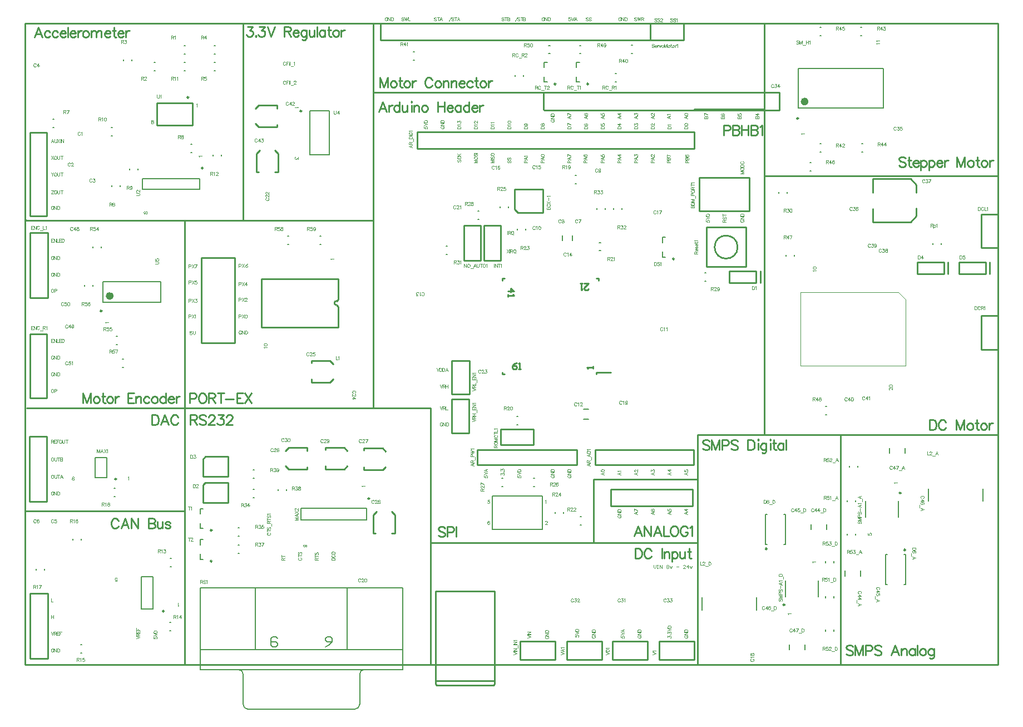
<source format=gto>
G04 Layer_Color=65535*
%FSAX24Y24*%
%MOIN*%
G70*
G01*
G75*
%ADD51C,0.0100*%
%ADD91C,0.0098*%
%ADD92C,0.0236*%
%ADD93C,0.0079*%
%ADD94C,0.0039*%
%ADD95C,0.0030*%
%ADD96C,0.0059*%
D51*
X029350Y032425D02*
G03*
X029350Y032175I000000J-000125D01*
G01*
X020500Y044615D02*
G03*
X020500Y044615I-000050J000000D01*
G01*
X053389Y035650D02*
G03*
X053389Y035650I-000689J000000D01*
G01*
X010700Y019850D02*
X020250D01*
X010700Y037300D02*
X010750Y037250D01*
X019550D01*
X051000Y010650D02*
Y010750D01*
X059550Y010650D02*
Y010750D01*
X069000Y010650D02*
Y010800D01*
X035000Y010650D02*
X069000D01*
X044750Y021750D02*
X051000D01*
X044750Y017950D02*
X051000D01*
X044750D02*
Y021750D01*
X051000Y010750D02*
Y024400D01*
X055000D01*
X059350D02*
X059550D01*
X031550Y026000D02*
Y027150D01*
X034500Y010650D02*
X035000D01*
X010700Y025300D02*
Y025500D01*
X023750Y037250D02*
Y038000D01*
X019450Y037250D02*
X020250D01*
X031000Y049050D02*
X031550D01*
X069000Y039900D02*
Y040400D01*
X055000Y039900D02*
Y041150D01*
X039299Y033656D02*
Y033781D01*
X039424D01*
X044924D02*
X045049D01*
Y033656D02*
Y033781D01*
X039299Y028031D02*
Y028156D01*
Y028031D02*
X039424D01*
X044924D02*
Y028156D01*
X045799D01*
X020250Y024200D02*
Y026050D01*
X031550Y037250D02*
Y039350D01*
X035000Y011250D02*
Y026000D01*
Y010650D02*
Y011250D01*
X059550Y010750D02*
Y024400D01*
X068450Y039900D02*
X069000D01*
X068250D02*
X068450D01*
X010700Y010650D02*
X020300D01*
X055000Y024400D02*
Y041150D01*
X069000Y010750D02*
Y040650D01*
X055000Y024400D02*
X069000D01*
X020250Y010650D02*
X035050D01*
X031550Y026000D02*
X035000D01*
X031550D02*
Y038500D01*
X020350Y026000D02*
X031550D01*
X055000Y041150D02*
Y045150D01*
Y039900D02*
X068250D01*
X069000Y040650D02*
Y049050D01*
X054200D02*
X069000D01*
X031550Y044900D02*
X039000D01*
X055000D01*
Y049050D01*
X031550D02*
X055000D01*
X022900D02*
X031000D01*
X023750Y037250D02*
X031550D01*
Y039350D02*
Y049050D01*
X020250Y037250D02*
X023750D01*
Y049050D01*
X010700D02*
X023750D01*
X010700Y037500D02*
Y049050D01*
Y010650D02*
Y025350D01*
X020250Y010650D02*
Y024200D01*
X010700Y025400D02*
Y037500D01*
X010800Y026000D02*
X020350D01*
X020250Y026050D02*
Y037250D01*
X029450Y032525D02*
Y033757D01*
Y030844D02*
Y032075D01*
X024850Y030844D02*
X029450D01*
X024850D02*
Y033757D01*
X029450D01*
X029350Y032175D02*
X029450Y032075D01*
X029350Y032425D02*
X029450Y032525D01*
X035000Y017950D02*
X044750D01*
X035000Y017300D02*
Y017950D01*
X050800Y043900D02*
X054950D01*
X055000Y043850D01*
X041800D02*
X055000D01*
X041750Y043900D02*
X041800Y043850D01*
X041750Y043900D02*
Y044900D01*
X012000Y037500D02*
Y042500D01*
X011000Y037500D02*
X012000D01*
X011000D02*
Y042500D01*
X018587Y044284D02*
X020713D01*
X018587Y042945D02*
Y044284D01*
X020713Y042945D02*
Y044284D01*
X018587Y042945D02*
X020713D01*
X051519Y036831D02*
X053881D01*
Y034469D02*
Y036831D01*
X051519Y034469D02*
X053881D01*
X051519D02*
Y036831D01*
X066650Y034750D02*
X068250D01*
Y034050D02*
Y034750D01*
X066650Y034050D02*
X068250D01*
X066650D02*
Y034750D01*
X068500Y034050D02*
Y034750D01*
X052900Y034200D02*
X054500D01*
Y033500D02*
Y034200D01*
X052900Y033500D02*
X054500D01*
X052900D02*
Y034200D01*
X054750Y033500D02*
Y034200D01*
X024550Y040150D02*
Y041260D01*
X025850Y040150D02*
Y041260D01*
X025660Y040150D02*
X025850D01*
X024550D02*
X024680D01*
X025660Y041450D02*
X025850Y041260D01*
X024550D02*
X024740Y041450D01*
X024690Y042850D02*
X025800D01*
X024690Y044150D02*
X025800D01*
Y043960D02*
Y044150D01*
Y042850D02*
Y042980D01*
X024500Y043960D02*
X024690Y044150D01*
X024500Y043040D02*
X024690Y042850D01*
X064099Y037499D02*
Y037984D01*
Y038924D02*
Y039391D01*
X061501Y038916D02*
Y039749D01*
X063741D01*
X061501Y037151D02*
X063751D01*
X061501D02*
Y037950D01*
X063751Y037151D02*
X064099Y037499D01*
X063741Y039749D02*
X064099Y039391D01*
X026490Y022350D02*
X027600D01*
X026490Y023650D02*
X027600D01*
Y023460D02*
Y023650D01*
Y022350D02*
Y022480D01*
X026300Y023460D02*
X026490Y023650D01*
X026300Y022540D02*
X026490Y022350D01*
X028700Y023650D02*
X029810D01*
X028700Y022350D02*
X029810D01*
X028700D02*
Y022540D01*
Y023520D02*
Y023650D01*
X029810Y022350D02*
X030000Y022540D01*
X029810Y023650D02*
X030000Y023460D01*
X031550Y018500D02*
Y019610D01*
X032850Y018500D02*
Y019610D01*
X032660Y018500D02*
X032850D01*
X031550D02*
X031680D01*
X032660Y019800D02*
X032850Y019610D01*
X031550D02*
X031740Y019800D01*
X031000Y023600D02*
X032110D01*
X031000Y022300D02*
X032110D01*
X031000D02*
Y022490D01*
Y023470D02*
Y023600D01*
X032110Y022300D02*
X032300Y022490D01*
X032110Y023600D02*
X032300Y023410D01*
X027850Y028850D02*
X028960D01*
X027850Y027550D02*
X028960D01*
X027850D02*
Y027740D01*
Y028720D02*
Y028850D01*
X028960Y027550D02*
X029150Y027740D01*
X028960Y028850D02*
X029150Y028660D01*
X040036Y037924D02*
X040236Y037724D01*
X040036Y037924D02*
Y039124D01*
X040236Y037724D02*
X041736D01*
Y039124D01*
X040036D02*
X041736D01*
X064150Y034750D02*
X065750D01*
Y034050D02*
Y034750D01*
X064150Y034050D02*
X065750D01*
X064150D02*
Y034750D01*
X066000Y034050D02*
Y034750D01*
X022850Y020350D02*
Y020550D01*
X021350Y020350D02*
X022850D01*
X021350D02*
Y021400D01*
X022850Y020550D02*
Y021550D01*
X021350Y021400D02*
X021500Y021550D01*
X022850D01*
Y021900D02*
Y022100D01*
X021350Y021900D02*
X022850D01*
X021350D02*
Y022950D01*
X022850Y022100D02*
Y023100D01*
X021350Y022950D02*
X021500Y023100D01*
X022850D01*
X034200Y042550D02*
X050800D01*
Y041550D02*
Y042550D01*
X034200Y041550D02*
X050800D01*
X034200D02*
Y042550D01*
X068000Y031550D02*
X069000D01*
X068000D02*
X069000D01*
X068000Y029500D02*
Y031550D01*
Y029500D02*
X069000D01*
X068000Y035600D02*
X069000D01*
X068000D02*
Y037600D01*
X069000D01*
X050150Y048050D02*
Y049050D01*
X048150Y048050D02*
X050150D01*
X048150D02*
Y049050D01*
X032000Y048050D02*
X048150D01*
X032000D02*
Y049050D01*
X051100Y037800D02*
Y039800D01*
Y037800D02*
X054100D01*
Y039800D01*
X051100D02*
X054100D01*
X039250Y024750D02*
X041150D01*
Y023800D02*
Y024750D01*
X039200Y023800D02*
X041150D01*
X039200D02*
Y024750D01*
X039300D01*
X037300Y024500D02*
Y026550D01*
X036250Y024500D02*
X037300D01*
X036250D02*
Y026550D01*
X037250D01*
X037300D01*
X037331Y026850D02*
Y028850D01*
X036250Y026850D02*
X037331D01*
X036250D02*
Y028850D01*
X037331D01*
X037000Y034850D02*
X038000D01*
X037000D02*
Y036950D01*
X038000D01*
Y034850D02*
Y036950D01*
X038200Y034850D02*
Y036950D01*
Y034850D02*
X039200D01*
Y036950D01*
X038200D02*
X039200D01*
X021250Y035000D02*
X023250D01*
Y029900D02*
Y035000D01*
X021250Y029900D02*
X023250D01*
X021250D02*
Y035000D01*
X011000Y036500D02*
X012050D01*
Y032600D02*
Y036500D01*
X011000Y032600D02*
X012050D01*
X011000D02*
Y036500D01*
Y030450D02*
X012000D01*
Y026600D02*
Y030450D01*
X011000Y026600D02*
X012000D01*
X011000D02*
Y030450D01*
X011050Y024300D02*
X012000D01*
Y020400D02*
Y024300D01*
X010950Y020400D02*
X012000D01*
X010950D02*
Y024300D01*
X011100D01*
X011000Y014900D02*
X012050D01*
Y011000D02*
Y014900D01*
X011000Y011000D02*
X012050D01*
X011000D02*
Y014900D01*
Y042500D02*
X012000D01*
X044900Y023500D02*
X050750D01*
Y022600D02*
Y023500D01*
X044850Y022600D02*
X050750D01*
X044850D02*
Y023500D01*
X045000D01*
X038800D02*
X043650D01*
X037800D02*
X038800D01*
X037950Y022600D02*
X043750D01*
Y023500D01*
X037800Y022600D02*
Y023500D01*
Y022600D02*
X037950D01*
X043600Y023500D02*
X043750D01*
X045850Y021150D02*
X050700D01*
Y020150D02*
Y021150D01*
X045800Y020150D02*
X050700D01*
X045800D02*
Y021150D01*
X045900D01*
X048700Y012050D02*
X050800D01*
Y011100D02*
Y012050D01*
Y010950D02*
Y011100D01*
X048700Y010950D02*
X050800D01*
X048700D02*
Y012050D01*
X045900Y010950D02*
X048000D01*
X045900D02*
Y012050D01*
X047950D01*
X045250Y011250D02*
Y011750D01*
X043150Y010950D02*
X045250D01*
X043150D02*
Y012050D01*
X045250D01*
X040350D02*
X042400D01*
X040350Y011000D02*
Y012050D01*
Y010950D02*
Y011000D01*
Y010950D02*
X042450D01*
Y012050D01*
X042400D02*
X042450D01*
X045250Y010950D02*
Y011250D01*
Y011750D02*
Y012050D01*
X048000Y010950D02*
Y012050D01*
X055000Y044900D02*
X055900D01*
Y043850D02*
Y044900D01*
X054650Y043850D02*
X055900D01*
X038822Y009472D02*
Y009681D01*
X038750Y009400D02*
X038822Y009472D01*
X035350Y009400D02*
X038750D01*
X035278Y009472D02*
X035350Y009400D01*
X035278Y009472D02*
Y009681D01*
X038822D02*
Y010150D01*
X035278Y009681D02*
Y010150D01*
Y015028D02*
X038793D01*
X038822Y010150D02*
Y015028D01*
X035278Y010150D02*
Y015028D01*
Y009681D02*
X038822D01*
X047657Y018350D02*
X047428Y018950D01*
X047200Y018350D01*
X047286Y018550D02*
X047571D01*
X047797Y018950D02*
Y018350D01*
Y018950D02*
X048197Y018350D01*
Y018950D02*
Y018350D01*
X048820D02*
X048591Y018950D01*
X048362Y018350D01*
X048448Y018550D02*
X048734D01*
X048959Y018950D02*
Y018350D01*
X049302D01*
X049539Y018950D02*
X049482Y018921D01*
X049425Y018864D01*
X049397Y018807D01*
X049368Y018721D01*
Y018579D01*
X049397Y018493D01*
X049425Y018436D01*
X049482Y018379D01*
X049539Y018350D01*
X049654D01*
X049711Y018379D01*
X049768Y018436D01*
X049796Y018493D01*
X049825Y018579D01*
Y018721D01*
X049796Y018807D01*
X049768Y018864D01*
X049711Y018921D01*
X049654Y018950D01*
X049539D01*
X050393Y018807D02*
X050365Y018864D01*
X050308Y018921D01*
X050251Y018950D01*
X050136D01*
X050079Y018921D01*
X050022Y018864D01*
X049994Y018807D01*
X049965Y018721D01*
Y018579D01*
X049994Y018493D01*
X050022Y018436D01*
X050079Y018379D01*
X050136Y018350D01*
X050251D01*
X050308Y018379D01*
X050365Y018436D01*
X050393Y018493D01*
Y018579D01*
X050251D02*
X050393D01*
X050531Y018836D02*
X050588Y018864D01*
X050673Y018950D01*
Y018350D01*
X052550Y042636D02*
X052807D01*
X052893Y042664D01*
X052921Y042693D01*
X052950Y042750D01*
Y042836D01*
X052921Y042893D01*
X052893Y042921D01*
X052807Y042950D01*
X052550D01*
Y042350D01*
X053084Y042950D02*
Y042350D01*
Y042950D02*
X053341D01*
X053427Y042921D01*
X053456Y042893D01*
X053484Y042836D01*
Y042778D01*
X053456Y042721D01*
X053427Y042693D01*
X053341Y042664D01*
X053084D02*
X053341D01*
X053427Y042636D01*
X053456Y042607D01*
X053484Y042550D01*
Y042464D01*
X053456Y042407D01*
X053427Y042379D01*
X053341Y042350D01*
X053084D01*
X053618Y042950D02*
Y042350D01*
X054018Y042950D02*
Y042350D01*
X053618Y042664D02*
X054018D01*
X054184Y042950D02*
Y042350D01*
Y042950D02*
X054441D01*
X054527Y042921D01*
X054555Y042893D01*
X054584Y042836D01*
Y042778D01*
X054555Y042721D01*
X054527Y042693D01*
X054441Y042664D01*
X054184D02*
X054441D01*
X054527Y042636D01*
X054555Y042607D01*
X054584Y042550D01*
Y042464D01*
X054555Y042407D01*
X054527Y042379D01*
X054441Y042350D01*
X054184D01*
X054718Y042836D02*
X054775Y042864D01*
X054861Y042950D01*
Y042350D01*
X047250Y017600D02*
Y017000D01*
Y017600D02*
X047450D01*
X047536Y017571D01*
X047593Y017514D01*
X047621Y017457D01*
X047650Y017371D01*
Y017229D01*
X047621Y017143D01*
X047593Y017086D01*
X047536Y017029D01*
X047450Y017000D01*
X047250D01*
X048213Y017457D02*
X048184Y017514D01*
X048127Y017571D01*
X048070Y017600D01*
X047956D01*
X047898Y017571D01*
X047841Y017514D01*
X047813Y017457D01*
X047784Y017371D01*
Y017229D01*
X047813Y017143D01*
X047841Y017086D01*
X047898Y017029D01*
X047956Y017000D01*
X048070D01*
X048127Y017029D01*
X048184Y017086D01*
X048213Y017143D01*
X048853Y017600D02*
Y017000D01*
X048978Y017400D02*
Y017000D01*
Y017286D02*
X049064Y017371D01*
X049121Y017400D01*
X049207D01*
X049264Y017371D01*
X049292Y017286D01*
Y017000D01*
X049450Y017400D02*
Y016800D01*
Y017314D02*
X049507Y017371D01*
X049564Y017400D01*
X049649D01*
X049707Y017371D01*
X049764Y017314D01*
X049792Y017229D01*
Y017171D01*
X049764Y017086D01*
X049707Y017029D01*
X049649Y017000D01*
X049564D01*
X049507Y017029D01*
X049450Y017086D01*
X049921Y017400D02*
Y017114D01*
X049949Y017029D01*
X050007Y017000D01*
X050092D01*
X050149Y017029D01*
X050235Y017114D01*
Y017400D02*
Y017000D01*
X050478Y017600D02*
Y017114D01*
X050506Y017029D01*
X050564Y017000D01*
X050621D01*
X050392Y017400D02*
X050592D01*
X035850Y018814D02*
X035793Y018871D01*
X035707Y018900D01*
X035593D01*
X035507Y018871D01*
X035450Y018814D01*
Y018757D01*
X035479Y018700D01*
X035507Y018671D01*
X035564Y018643D01*
X035736Y018586D01*
X035793Y018557D01*
X035821Y018529D01*
X035850Y018471D01*
Y018386D01*
X035793Y018329D01*
X035707Y018300D01*
X035593D01*
X035507Y018329D01*
X035450Y018386D01*
X035984Y018586D02*
X036241D01*
X036327Y018614D01*
X036356Y018643D01*
X036384Y018700D01*
Y018786D01*
X036356Y018843D01*
X036327Y018871D01*
X036241Y018900D01*
X035984D01*
Y018300D01*
X036518Y018900D02*
Y018300D01*
X020550Y026586D02*
X020807D01*
X020893Y026614D01*
X020921Y026643D01*
X020950Y026700D01*
Y026786D01*
X020921Y026843D01*
X020893Y026871D01*
X020807Y026900D01*
X020550D01*
Y026300D01*
X021256Y026900D02*
X021198Y026871D01*
X021141Y026814D01*
X021113Y026757D01*
X021084Y026671D01*
Y026529D01*
X021113Y026443D01*
X021141Y026386D01*
X021198Y026329D01*
X021256Y026300D01*
X021370D01*
X021427Y026329D01*
X021484Y026386D01*
X021513Y026443D01*
X021541Y026529D01*
Y026671D01*
X021513Y026757D01*
X021484Y026814D01*
X021427Y026871D01*
X021370Y026900D01*
X021256D01*
X021681D02*
Y026300D01*
Y026900D02*
X021938D01*
X022024Y026871D01*
X022053Y026843D01*
X022081Y026786D01*
Y026728D01*
X022053Y026671D01*
X022024Y026643D01*
X021938Y026614D01*
X021681D01*
X021881D02*
X022081Y026300D01*
X022415Y026900D02*
Y026300D01*
X022215Y026900D02*
X022615D01*
X022687Y026557D02*
X023201D01*
X023749Y026900D02*
X023378D01*
Y026300D01*
X023749D01*
X023378Y026614D02*
X023606D01*
X023849Y026900D02*
X024249Y026300D01*
Y026900D02*
X023849Y026300D01*
X018300Y025600D02*
Y025000D01*
Y025600D02*
X018500D01*
X018586Y025571D01*
X018643Y025514D01*
X018671Y025457D01*
X018700Y025371D01*
Y025229D01*
X018671Y025143D01*
X018643Y025086D01*
X018586Y025029D01*
X018500Y025000D01*
X018300D01*
X019291D02*
X019063Y025600D01*
X018834Y025000D01*
X018920Y025200D02*
X019206D01*
X019860Y025457D02*
X019831Y025514D01*
X019774Y025571D01*
X019717Y025600D01*
X019603D01*
X019545Y025571D01*
X019488Y025514D01*
X019460Y025457D01*
X019431Y025371D01*
Y025229D01*
X019460Y025143D01*
X019488Y025086D01*
X019545Y025029D01*
X019603Y025000D01*
X019717D01*
X019774Y025029D01*
X019831Y025086D01*
X019860Y025143D01*
X040146Y028724D02*
X040021Y028662D01*
X039896Y028537D01*
Y028412D01*
X039959Y028349D01*
X040084D01*
X040146Y028412D01*
Y028474D01*
X040084Y028537D01*
X039896D01*
X040271Y028349D02*
X040396D01*
X040333D01*
Y028724D01*
X040271Y028662D01*
X039618Y032996D02*
X039993D01*
X039805Y033184D01*
Y032934D01*
X039618Y032809D02*
Y032684D01*
Y032746D01*
X039993D01*
X039930Y032809D01*
X044202Y033462D02*
X044452D01*
X044202Y033212D01*
Y033150D01*
X044264Y033087D01*
X044389D01*
X044452Y033150D01*
X044077Y033462D02*
X043952D01*
X044015D01*
Y033087D01*
X044077Y033150D01*
X044730Y028392D02*
Y028517D01*
Y028454D01*
X044355D01*
X044418Y028392D01*
X032357Y043750D02*
X032129Y044350D01*
X031900Y043750D01*
X031986Y043950D02*
X032271D01*
X032497Y044150D02*
Y043750D01*
Y043979D02*
X032526Y044064D01*
X032583Y044121D01*
X032640Y044150D01*
X032726D01*
X033123Y044350D02*
Y043750D01*
Y044064D02*
X033065Y044121D01*
X033008Y044150D01*
X032923D01*
X032866Y044121D01*
X032808Y044064D01*
X032780Y043979D01*
Y043921D01*
X032808Y043836D01*
X032866Y043779D01*
X032923Y043750D01*
X033008D01*
X033065Y043779D01*
X033123Y043836D01*
X033283Y044150D02*
Y043864D01*
X033311Y043779D01*
X033368Y043750D01*
X033454D01*
X033511Y043779D01*
X033597Y043864D01*
Y044150D02*
Y043750D01*
X033811Y044350D02*
X033840Y044321D01*
X033868Y044350D01*
X033840Y044378D01*
X033811Y044350D01*
X033840Y044150D02*
Y043750D01*
X033974Y044150D02*
Y043750D01*
Y044036D02*
X034060Y044121D01*
X034117Y044150D01*
X034202D01*
X034259Y044121D01*
X034288Y044036D01*
Y043750D01*
X034588Y044150D02*
X034531Y044121D01*
X034474Y044064D01*
X034445Y043979D01*
Y043921D01*
X034474Y043836D01*
X034531Y043779D01*
X034588Y043750D01*
X034674D01*
X034731Y043779D01*
X034788Y043836D01*
X034817Y043921D01*
Y043979D01*
X034788Y044064D01*
X034731Y044121D01*
X034674Y044150D01*
X034588D01*
X035419Y044350D02*
Y043750D01*
X035819Y044350D02*
Y043750D01*
X035419Y044064D02*
X035819D01*
X035985Y043979D02*
X036328D01*
Y044036D01*
X036299Y044093D01*
X036270Y044121D01*
X036213Y044150D01*
X036128D01*
X036071Y044121D01*
X036013Y044064D01*
X035985Y043979D01*
Y043921D01*
X036013Y043836D01*
X036071Y043779D01*
X036128Y043750D01*
X036213D01*
X036270Y043779D01*
X036328Y043836D01*
X036799Y044150D02*
Y043750D01*
Y044064D02*
X036742Y044121D01*
X036685Y044150D01*
X036599D01*
X036542Y044121D01*
X036485Y044064D01*
X036456Y043979D01*
Y043921D01*
X036485Y043836D01*
X036542Y043779D01*
X036599Y043750D01*
X036685D01*
X036742Y043779D01*
X036799Y043836D01*
X037302Y044350D02*
Y043750D01*
Y044064D02*
X037245Y044121D01*
X037187Y044150D01*
X037102D01*
X037045Y044121D01*
X036987Y044064D01*
X036959Y043979D01*
Y043921D01*
X036987Y043836D01*
X037045Y043779D01*
X037102Y043750D01*
X037187D01*
X037245Y043779D01*
X037302Y043836D01*
X037462Y043979D02*
X037804D01*
Y044036D01*
X037776Y044093D01*
X037747Y044121D01*
X037690Y044150D01*
X037604D01*
X037547Y044121D01*
X037490Y044064D01*
X037462Y043979D01*
Y043921D01*
X037490Y043836D01*
X037547Y043779D01*
X037604Y043750D01*
X037690D01*
X037747Y043779D01*
X037804Y043836D01*
X037933Y044150D02*
Y043750D01*
Y043979D02*
X037962Y044064D01*
X038019Y044121D01*
X038076Y044150D01*
X038162D01*
X064900Y025300D02*
Y024700D01*
Y025300D02*
X065100D01*
X065186Y025271D01*
X065243Y025214D01*
X065271Y025157D01*
X065300Y025071D01*
Y024929D01*
X065271Y024843D01*
X065243Y024786D01*
X065186Y024729D01*
X065100Y024700D01*
X064900D01*
X065863Y025157D02*
X065834Y025214D01*
X065777Y025271D01*
X065720Y025300D01*
X065606D01*
X065548Y025271D01*
X065491Y025214D01*
X065463Y025157D01*
X065434Y025071D01*
Y024929D01*
X065463Y024843D01*
X065491Y024786D01*
X065548Y024729D01*
X065606Y024700D01*
X065720D01*
X065777Y024729D01*
X065834Y024786D01*
X065863Y024843D01*
X066503Y025300D02*
Y024700D01*
Y025300D02*
X066731Y024700D01*
X066960Y025300D02*
X066731Y024700D01*
X066960Y025300D02*
Y024700D01*
X067274Y025100D02*
X067217Y025071D01*
X067160Y025014D01*
X067131Y024929D01*
Y024871D01*
X067160Y024786D01*
X067217Y024729D01*
X067274Y024700D01*
X067359D01*
X067417Y024729D01*
X067474Y024786D01*
X067502Y024871D01*
Y024929D01*
X067474Y025014D01*
X067417Y025071D01*
X067359Y025100D01*
X067274D01*
X067719Y025300D02*
Y024814D01*
X067748Y024729D01*
X067805Y024700D01*
X067862D01*
X067634Y025100D02*
X067834D01*
X068091D02*
X068034Y025071D01*
X067976Y025014D01*
X067948Y024929D01*
Y024871D01*
X067976Y024786D01*
X068034Y024729D01*
X068091Y024700D01*
X068176D01*
X068234Y024729D01*
X068291Y024786D01*
X068319Y024871D01*
Y024929D01*
X068291Y025014D01*
X068234Y025071D01*
X068176Y025100D01*
X068091D01*
X068451D02*
Y024700D01*
Y024929D02*
X068479Y025014D01*
X068536Y025071D01*
X068593Y025100D01*
X068679D01*
X051700Y024014D02*
X051643Y024071D01*
X051557Y024100D01*
X051443D01*
X051357Y024071D01*
X051300Y024014D01*
Y023957D01*
X051329Y023900D01*
X051357Y023871D01*
X051414Y023843D01*
X051586Y023786D01*
X051643Y023757D01*
X051671Y023729D01*
X051700Y023671D01*
Y023586D01*
X051643Y023529D01*
X051557Y023500D01*
X051443D01*
X051357Y023529D01*
X051300Y023586D01*
X051834Y024100D02*
Y023500D01*
Y024100D02*
X052063Y023500D01*
X052291Y024100D02*
X052063Y023500D01*
X052291Y024100D02*
Y023500D01*
X052463Y023786D02*
X052720D01*
X052805Y023814D01*
X052834Y023843D01*
X052863Y023900D01*
Y023986D01*
X052834Y024043D01*
X052805Y024071D01*
X052720Y024100D01*
X052463D01*
Y023500D01*
X053397Y024014D02*
X053340Y024071D01*
X053254Y024100D01*
X053140D01*
X053054Y024071D01*
X052997Y024014D01*
Y023957D01*
X053025Y023900D01*
X053054Y023871D01*
X053111Y023843D01*
X053282Y023786D01*
X053340Y023757D01*
X053368Y023729D01*
X053397Y023671D01*
Y023586D01*
X053340Y023529D01*
X053254Y023500D01*
X053140D01*
X053054Y023529D01*
X052997Y023586D01*
X054002Y024100D02*
Y023500D01*
Y024100D02*
X054202D01*
X054288Y024071D01*
X054345Y024014D01*
X054374Y023957D01*
X054402Y023871D01*
Y023729D01*
X054374Y023643D01*
X054345Y023586D01*
X054288Y023529D01*
X054202Y023500D01*
X054002D01*
X054594Y024100D02*
X054622Y024071D01*
X054651Y024100D01*
X054622Y024128D01*
X054594Y024100D01*
X054622Y023900D02*
Y023500D01*
X055099Y023900D02*
Y023443D01*
X055071Y023357D01*
X055042Y023329D01*
X054985Y023300D01*
X054899D01*
X054842Y023329D01*
X055099Y023814D02*
X055042Y023871D01*
X054985Y023900D01*
X054899D01*
X054842Y023871D01*
X054785Y023814D01*
X054756Y023729D01*
Y023671D01*
X054785Y023586D01*
X054842Y023529D01*
X054899Y023500D01*
X054985D01*
X055042Y023529D01*
X055099Y023586D01*
X055316Y024100D02*
X055345Y024071D01*
X055373Y024100D01*
X055345Y024128D01*
X055316Y024100D01*
X055345Y023900D02*
Y023500D01*
X055565Y024100D02*
Y023614D01*
X055593Y023529D01*
X055650Y023500D01*
X055708D01*
X055479Y023900D02*
X055679D01*
X056136D02*
Y023500D01*
Y023814D02*
X056079Y023871D01*
X056022Y023900D01*
X055936D01*
X055879Y023871D01*
X055822Y023814D01*
X055793Y023729D01*
Y023671D01*
X055822Y023586D01*
X055879Y023529D01*
X055936Y023500D01*
X056022D01*
X056079Y023529D01*
X056136Y023586D01*
X056296Y024100D02*
Y023500D01*
X060300Y011714D02*
X060243Y011771D01*
X060157Y011800D01*
X060043D01*
X059957Y011771D01*
X059900Y011714D01*
Y011657D01*
X059929Y011600D01*
X059957Y011571D01*
X060014Y011543D01*
X060186Y011486D01*
X060243Y011457D01*
X060271Y011429D01*
X060300Y011371D01*
Y011286D01*
X060243Y011229D01*
X060157Y011200D01*
X060043D01*
X059957Y011229D01*
X059900Y011286D01*
X060434Y011800D02*
Y011200D01*
Y011800D02*
X060663Y011200D01*
X060891Y011800D02*
X060663Y011200D01*
X060891Y011800D02*
Y011200D01*
X061063Y011486D02*
X061320D01*
X061405Y011514D01*
X061434Y011543D01*
X061463Y011600D01*
Y011686D01*
X061434Y011743D01*
X061405Y011771D01*
X061320Y011800D01*
X061063D01*
Y011200D01*
X061997Y011714D02*
X061940Y011771D01*
X061854Y011800D01*
X061740D01*
X061654Y011771D01*
X061597Y011714D01*
Y011657D01*
X061625Y011600D01*
X061654Y011571D01*
X061711Y011543D01*
X061882Y011486D01*
X061940Y011457D01*
X061968Y011429D01*
X061997Y011371D01*
Y011286D01*
X061940Y011229D01*
X061854Y011200D01*
X061740D01*
X061654Y011229D01*
X061597Y011286D01*
X063059Y011200D02*
X062831Y011800D01*
X062602Y011200D01*
X062688Y011400D02*
X062974D01*
X063199Y011600D02*
Y011200D01*
Y011486D02*
X063285Y011571D01*
X063342Y011600D01*
X063428D01*
X063485Y011571D01*
X063514Y011486D01*
Y011200D01*
X064013Y011600D02*
Y011200D01*
Y011514D02*
X063956Y011571D01*
X063899Y011600D01*
X063813D01*
X063756Y011571D01*
X063699Y011514D01*
X063671Y011429D01*
Y011371D01*
X063699Y011286D01*
X063756Y011229D01*
X063813Y011200D01*
X063899D01*
X063956Y011229D01*
X064013Y011286D01*
X064173Y011800D02*
Y011200D01*
X064442Y011600D02*
X064385Y011571D01*
X064328Y011514D01*
X064299Y011429D01*
Y011371D01*
X064328Y011286D01*
X064385Y011229D01*
X064442Y011200D01*
X064528D01*
X064585Y011229D01*
X064642Y011286D01*
X064670Y011371D01*
Y011429D01*
X064642Y011514D01*
X064585Y011571D01*
X064528Y011600D01*
X064442D01*
X065145D02*
Y011143D01*
X065116Y011057D01*
X065087Y011029D01*
X065030Y011000D01*
X064945D01*
X064887Y011029D01*
X065145Y011514D02*
X065087Y011571D01*
X065030Y011600D01*
X064945D01*
X064887Y011571D01*
X064830Y011514D01*
X064802Y011429D01*
Y011371D01*
X064830Y011286D01*
X064887Y011229D01*
X064945Y011200D01*
X065030D01*
X065087Y011229D01*
X065145Y011286D01*
X020600Y025600D02*
Y025000D01*
Y025600D02*
X020857D01*
X020943Y025571D01*
X020971Y025543D01*
X021000Y025486D01*
Y025428D01*
X020971Y025371D01*
X020943Y025343D01*
X020857Y025314D01*
X020600D01*
X020800D02*
X021000Y025000D01*
X021534Y025514D02*
X021477Y025571D01*
X021391Y025600D01*
X021277D01*
X021191Y025571D01*
X021134Y025514D01*
Y025457D01*
X021163Y025400D01*
X021191Y025371D01*
X021248Y025343D01*
X021420Y025286D01*
X021477Y025257D01*
X021506Y025229D01*
X021534Y025171D01*
Y025086D01*
X021477Y025029D01*
X021391Y025000D01*
X021277D01*
X021191Y025029D01*
X021134Y025086D01*
X021697Y025457D02*
Y025486D01*
X021725Y025543D01*
X021754Y025571D01*
X021811Y025600D01*
X021925D01*
X021983Y025571D01*
X022011Y025543D01*
X022040Y025486D01*
Y025428D01*
X022011Y025371D01*
X021954Y025286D01*
X021668Y025000D01*
X022068D01*
X022260Y025600D02*
X022574D01*
X022402Y025371D01*
X022488D01*
X022545Y025343D01*
X022574Y025314D01*
X022602Y025229D01*
Y025171D01*
X022574Y025086D01*
X022517Y025029D01*
X022431Y025000D01*
X022345D01*
X022260Y025029D01*
X022231Y025057D01*
X022203Y025114D01*
X022765Y025457D02*
Y025486D01*
X022794Y025543D01*
X022822Y025571D01*
X022880Y025600D01*
X022994D01*
X023051Y025571D01*
X023079Y025543D01*
X023108Y025486D01*
Y025428D01*
X023079Y025371D01*
X023022Y025286D01*
X022737Y025000D01*
X023137D01*
X063450Y040964D02*
X063393Y041021D01*
X063307Y041050D01*
X063193D01*
X063107Y041021D01*
X063050Y040964D01*
Y040907D01*
X063079Y040850D01*
X063107Y040821D01*
X063164Y040793D01*
X063336Y040736D01*
X063393Y040707D01*
X063421Y040679D01*
X063450Y040621D01*
Y040536D01*
X063393Y040479D01*
X063307Y040450D01*
X063193D01*
X063107Y040479D01*
X063050Y040536D01*
X063670Y041050D02*
Y040564D01*
X063698Y040479D01*
X063756Y040450D01*
X063813D01*
X063584Y040850D02*
X063784D01*
X063898Y040679D02*
X064241D01*
Y040736D01*
X064213Y040793D01*
X064184Y040821D01*
X064127Y040850D01*
X064041D01*
X063984Y040821D01*
X063927Y040764D01*
X063898Y040679D01*
Y040621D01*
X063927Y040536D01*
X063984Y040479D01*
X064041Y040450D01*
X064127D01*
X064184Y040479D01*
X064241Y040536D01*
X064370Y040850D02*
Y040250D01*
Y040764D02*
X064427Y040821D01*
X064484Y040850D01*
X064570D01*
X064627Y040821D01*
X064684Y040764D01*
X064713Y040679D01*
Y040621D01*
X064684Y040536D01*
X064627Y040479D01*
X064570Y040450D01*
X064484D01*
X064427Y040479D01*
X064370Y040536D01*
X064841Y040850D02*
Y040250D01*
Y040764D02*
X064898Y040821D01*
X064955Y040850D01*
X065041D01*
X065098Y040821D01*
X065155Y040764D01*
X065184Y040679D01*
Y040621D01*
X065155Y040536D01*
X065098Y040479D01*
X065041Y040450D01*
X064955D01*
X064898Y040479D01*
X064841Y040536D01*
X065312Y040679D02*
X065655D01*
Y040736D01*
X065627Y040793D01*
X065598Y040821D01*
X065541Y040850D01*
X065455D01*
X065398Y040821D01*
X065341Y040764D01*
X065312Y040679D01*
Y040621D01*
X065341Y040536D01*
X065398Y040479D01*
X065455Y040450D01*
X065541D01*
X065598Y040479D01*
X065655Y040536D01*
X065784Y040850D02*
Y040450D01*
Y040679D02*
X065812Y040764D01*
X065869Y040821D01*
X065927Y040850D01*
X066012D01*
X066538Y041050D02*
Y040450D01*
Y041050D02*
X066766Y040450D01*
X066995Y041050D02*
X066766Y040450D01*
X066995Y041050D02*
Y040450D01*
X067309Y040850D02*
X067252Y040821D01*
X067195Y040764D01*
X067166Y040679D01*
Y040621D01*
X067195Y040536D01*
X067252Y040479D01*
X067309Y040450D01*
X067395D01*
X067452Y040479D01*
X067509Y040536D01*
X067538Y040621D01*
Y040679D01*
X067509Y040764D01*
X067452Y040821D01*
X067395Y040850D01*
X067309D01*
X067755Y041050D02*
Y040564D01*
X067783Y040479D01*
X067840Y040450D01*
X067898D01*
X067669Y040850D02*
X067869D01*
X068126D02*
X068069Y040821D01*
X068012Y040764D01*
X067983Y040679D01*
Y040621D01*
X068012Y040536D01*
X068069Y040479D01*
X068126Y040450D01*
X068212D01*
X068269Y040479D01*
X068326Y040536D01*
X068355Y040621D01*
Y040679D01*
X068326Y040764D01*
X068269Y040821D01*
X068212Y040850D01*
X068126D01*
X068486D02*
Y040450D01*
Y040679D02*
X068515Y040764D01*
X068572Y040821D01*
X068629Y040850D01*
X068714D01*
X031950Y045800D02*
Y045200D01*
Y045800D02*
X032179Y045200D01*
X032407Y045800D02*
X032179Y045200D01*
X032407Y045800D02*
Y045200D01*
X032721Y045600D02*
X032664Y045571D01*
X032607Y045514D01*
X032578Y045429D01*
Y045371D01*
X032607Y045286D01*
X032664Y045229D01*
X032721Y045200D01*
X032807D01*
X032864Y045229D01*
X032921Y045286D01*
X032950Y045371D01*
Y045429D01*
X032921Y045514D01*
X032864Y045571D01*
X032807Y045600D01*
X032721D01*
X033167Y045800D02*
Y045314D01*
X033195Y045229D01*
X033253Y045200D01*
X033310D01*
X033081Y045600D02*
X033281D01*
X033538D02*
X033481Y045571D01*
X033424Y045514D01*
X033395Y045429D01*
Y045371D01*
X033424Y045286D01*
X033481Y045229D01*
X033538Y045200D01*
X033624D01*
X033681Y045229D01*
X033738Y045286D01*
X033767Y045371D01*
Y045429D01*
X033738Y045514D01*
X033681Y045571D01*
X033624Y045600D01*
X033538D01*
X033898D02*
Y045200D01*
Y045429D02*
X033927Y045514D01*
X033984Y045571D01*
X034041Y045600D01*
X034127D01*
X035081Y045657D02*
X035052Y045714D01*
X034995Y045771D01*
X034938Y045800D01*
X034824D01*
X034767Y045771D01*
X034709Y045714D01*
X034681Y045657D01*
X034652Y045571D01*
Y045429D01*
X034681Y045343D01*
X034709Y045286D01*
X034767Y045229D01*
X034824Y045200D01*
X034938D01*
X034995Y045229D01*
X035052Y045286D01*
X035081Y045343D01*
X035392Y045600D02*
X035335Y045571D01*
X035278Y045514D01*
X035249Y045429D01*
Y045371D01*
X035278Y045286D01*
X035335Y045229D01*
X035392Y045200D01*
X035478D01*
X035535Y045229D01*
X035592Y045286D01*
X035621Y045371D01*
Y045429D01*
X035592Y045514D01*
X035535Y045571D01*
X035478Y045600D01*
X035392D01*
X035752D02*
Y045200D01*
Y045486D02*
X035838Y045571D01*
X035895Y045600D01*
X035981D01*
X036038Y045571D01*
X036066Y045486D01*
Y045200D01*
X036223Y045600D02*
Y045200D01*
Y045486D02*
X036309Y045571D01*
X036366Y045600D01*
X036452D01*
X036509Y045571D01*
X036538Y045486D01*
Y045200D01*
X036695Y045429D02*
X037037D01*
Y045486D01*
X037009Y045543D01*
X036980Y045571D01*
X036923Y045600D01*
X036838D01*
X036780Y045571D01*
X036723Y045514D01*
X036695Y045429D01*
Y045371D01*
X036723Y045286D01*
X036780Y045229D01*
X036838Y045200D01*
X036923D01*
X036980Y045229D01*
X037037Y045286D01*
X037509Y045514D02*
X037452Y045571D01*
X037395Y045600D01*
X037309D01*
X037252Y045571D01*
X037195Y045514D01*
X037166Y045429D01*
Y045371D01*
X037195Y045286D01*
X037252Y045229D01*
X037309Y045200D01*
X037395D01*
X037452Y045229D01*
X037509Y045286D01*
X037723Y045800D02*
Y045314D01*
X037752Y045229D01*
X037809Y045200D01*
X037866D01*
X037637Y045600D02*
X037837D01*
X038094D02*
X038037Y045571D01*
X037980Y045514D01*
X037952Y045429D01*
Y045371D01*
X037980Y045286D01*
X038037Y045229D01*
X038094Y045200D01*
X038180D01*
X038237Y045229D01*
X038294Y045286D01*
X038323Y045371D01*
Y045429D01*
X038294Y045514D01*
X038237Y045571D01*
X038180Y045600D01*
X038094D01*
X038454D02*
Y045200D01*
Y045429D02*
X038483Y045514D01*
X038540Y045571D01*
X038597Y045600D01*
X038683D01*
X024007Y048850D02*
X024321D01*
X024150Y048621D01*
X024236D01*
X024293Y048593D01*
X024321Y048564D01*
X024350Y048479D01*
Y048421D01*
X024321Y048336D01*
X024264Y048279D01*
X024179Y048250D01*
X024093D01*
X024007Y048279D01*
X023979Y048307D01*
X023950Y048364D01*
X024513Y048307D02*
X024484Y048279D01*
X024513Y048250D01*
X024541Y048279D01*
X024513Y048307D01*
X024730Y048850D02*
X025044D01*
X024873Y048621D01*
X024958D01*
X025015Y048593D01*
X025044Y048564D01*
X025073Y048479D01*
Y048421D01*
X025044Y048336D01*
X024987Y048279D01*
X024901Y048250D01*
X024816D01*
X024730Y048279D01*
X024701Y048307D01*
X024673Y048364D01*
X025207Y048850D02*
X025435Y048250D01*
X025664Y048850D02*
X025435Y048250D01*
X026212Y048850D02*
Y048250D01*
Y048850D02*
X026469D01*
X026555Y048821D01*
X026584Y048793D01*
X026612Y048736D01*
Y048678D01*
X026584Y048621D01*
X026555Y048593D01*
X026469Y048564D01*
X026212D01*
X026412D02*
X026612Y048250D01*
X026747Y048479D02*
X027089D01*
Y048536D01*
X027061Y048593D01*
X027032Y048621D01*
X026975Y048650D01*
X026889D01*
X026832Y048621D01*
X026775Y048564D01*
X026747Y048479D01*
Y048421D01*
X026775Y048336D01*
X026832Y048279D01*
X026889Y048250D01*
X026975D01*
X027032Y048279D01*
X027089Y048336D01*
X027561Y048650D02*
Y048193D01*
X027532Y048107D01*
X027504Y048079D01*
X027446Y048050D01*
X027361D01*
X027304Y048079D01*
X027561Y048564D02*
X027504Y048621D01*
X027446Y048650D01*
X027361D01*
X027304Y048621D01*
X027246Y048564D01*
X027218Y048479D01*
Y048421D01*
X027246Y048336D01*
X027304Y048279D01*
X027361Y048250D01*
X027446D01*
X027504Y048279D01*
X027561Y048336D01*
X027721Y048650D02*
Y048364D01*
X027749Y048279D01*
X027806Y048250D01*
X027892D01*
X027949Y048279D01*
X028035Y048364D01*
Y048650D02*
Y048250D01*
X028192Y048850D02*
Y048250D01*
X028660Y048650D02*
Y048250D01*
Y048564D02*
X028603Y048621D01*
X028546Y048650D01*
X028460D01*
X028403Y048621D01*
X028346Y048564D01*
X028318Y048479D01*
Y048421D01*
X028346Y048336D01*
X028403Y048279D01*
X028460Y048250D01*
X028546D01*
X028603Y048279D01*
X028660Y048336D01*
X028906Y048850D02*
Y048364D01*
X028935Y048279D01*
X028992Y048250D01*
X029049D01*
X028820Y048650D02*
X029020D01*
X029277D02*
X029220Y048621D01*
X029163Y048564D01*
X029135Y048479D01*
Y048421D01*
X029163Y048336D01*
X029220Y048279D01*
X029277Y048250D01*
X029363D01*
X029420Y048279D01*
X029477Y048336D01*
X029506Y048421D01*
Y048479D01*
X029477Y048564D01*
X029420Y048621D01*
X029363Y048650D01*
X029277D01*
X029637D02*
Y048250D01*
Y048479D02*
X029666Y048564D01*
X029723Y048621D01*
X029780Y048650D01*
X029866D01*
X011707Y048200D02*
X011479Y048800D01*
X011250Y048200D01*
X011336Y048400D02*
X011621D01*
X012190Y048514D02*
X012133Y048571D01*
X012076Y048600D01*
X011990D01*
X011933Y048571D01*
X011876Y048514D01*
X011847Y048429D01*
Y048371D01*
X011876Y048286D01*
X011933Y048229D01*
X011990Y048200D01*
X012076D01*
X012133Y048229D01*
X012190Y048286D01*
X012661Y048514D02*
X012604Y048571D01*
X012547Y048600D01*
X012461D01*
X012404Y048571D01*
X012347Y048514D01*
X012318Y048429D01*
Y048371D01*
X012347Y048286D01*
X012404Y048229D01*
X012461Y048200D01*
X012547D01*
X012604Y048229D01*
X012661Y048286D01*
X012790Y048429D02*
X013132D01*
Y048486D01*
X013104Y048543D01*
X013075Y048571D01*
X013018Y048600D01*
X012932D01*
X012875Y048571D01*
X012818Y048514D01*
X012790Y048429D01*
Y048371D01*
X012818Y048286D01*
X012875Y048229D01*
X012932Y048200D01*
X013018D01*
X013075Y048229D01*
X013132Y048286D01*
X013261Y048800D02*
Y048200D01*
X013387Y048429D02*
X013729D01*
Y048486D01*
X013701Y048543D01*
X013672Y048571D01*
X013615Y048600D01*
X013530D01*
X013472Y048571D01*
X013415Y048514D01*
X013387Y048429D01*
Y048371D01*
X013415Y048286D01*
X013472Y048229D01*
X013530Y048200D01*
X013615D01*
X013672Y048229D01*
X013729Y048286D01*
X013858Y048600D02*
Y048200D01*
Y048429D02*
X013887Y048514D01*
X013944Y048571D01*
X014001Y048600D01*
X014087D01*
X014284D02*
X014226Y048571D01*
X014169Y048514D01*
X014141Y048429D01*
Y048371D01*
X014169Y048286D01*
X014226Y048229D01*
X014284Y048200D01*
X014369D01*
X014426Y048229D01*
X014484Y048286D01*
X014512Y048371D01*
Y048429D01*
X014484Y048514D01*
X014426Y048571D01*
X014369Y048600D01*
X014284D01*
X014644D02*
Y048200D01*
Y048486D02*
X014729Y048571D01*
X014786Y048600D01*
X014872D01*
X014929Y048571D01*
X014958Y048486D01*
Y048200D01*
Y048486D02*
X015043Y048571D01*
X015101Y048600D01*
X015186D01*
X015243Y048571D01*
X015272Y048486D01*
Y048200D01*
X015461Y048429D02*
X015803D01*
Y048486D01*
X015775Y048543D01*
X015746Y048571D01*
X015689Y048600D01*
X015603D01*
X015546Y048571D01*
X015489Y048514D01*
X015461Y048429D01*
Y048371D01*
X015489Y048286D01*
X015546Y048229D01*
X015603Y048200D01*
X015689D01*
X015746Y048229D01*
X015803Y048286D01*
X016018Y048800D02*
Y048314D01*
X016046Y048229D01*
X016103Y048200D01*
X016160D01*
X015932Y048600D02*
X016132D01*
X016246Y048429D02*
X016589D01*
Y048486D01*
X016560Y048543D01*
X016532Y048571D01*
X016475Y048600D01*
X016389D01*
X016332Y048571D01*
X016275Y048514D01*
X016246Y048429D01*
Y048371D01*
X016275Y048286D01*
X016332Y048229D01*
X016389Y048200D01*
X016475D01*
X016532Y048229D01*
X016589Y048286D01*
X016717Y048600D02*
Y048200D01*
Y048429D02*
X016746Y048514D01*
X016803Y048571D01*
X016860Y048600D01*
X016946D01*
X016278Y019257D02*
X016250Y019314D01*
X016193Y019371D01*
X016136Y019400D01*
X016021D01*
X015964Y019371D01*
X015907Y019314D01*
X015879Y019257D01*
X015850Y019171D01*
Y019029D01*
X015879Y018943D01*
X015907Y018886D01*
X015964Y018829D01*
X016021Y018800D01*
X016136D01*
X016193Y018829D01*
X016250Y018886D01*
X016278Y018943D01*
X016904Y018800D02*
X016676Y019400D01*
X016447Y018800D01*
X016533Y019000D02*
X016818D01*
X017044Y019400D02*
Y018800D01*
Y019400D02*
X017444Y018800D01*
Y019400D02*
Y018800D01*
X018081Y019400D02*
Y018800D01*
Y019400D02*
X018338D01*
X018424Y019371D01*
X018452Y019343D01*
X018481Y019286D01*
Y019228D01*
X018452Y019171D01*
X018424Y019143D01*
X018338Y019114D01*
X018081D02*
X018338D01*
X018424Y019086D01*
X018452Y019057D01*
X018481Y019000D01*
Y018914D01*
X018452Y018857D01*
X018424Y018829D01*
X018338Y018800D01*
X018081D01*
X018615Y019200D02*
Y018914D01*
X018644Y018829D01*
X018701Y018800D01*
X018787D01*
X018844Y018829D01*
X018929Y018914D01*
Y019200D02*
Y018800D01*
X019401Y019114D02*
X019372Y019171D01*
X019286Y019200D01*
X019201D01*
X019115Y019171D01*
X019086Y019114D01*
X019115Y019057D01*
X019172Y019029D01*
X019315Y019000D01*
X019372Y018971D01*
X019401Y018914D01*
Y018886D01*
X019372Y018829D01*
X019286Y018800D01*
X019201D01*
X019115Y018829D01*
X019086Y018886D01*
X014150Y026900D02*
Y026300D01*
Y026900D02*
X014379Y026300D01*
X014607Y026900D02*
X014379Y026300D01*
X014607Y026900D02*
Y026300D01*
X014921Y026700D02*
X014864Y026671D01*
X014807Y026614D01*
X014778Y026529D01*
Y026471D01*
X014807Y026386D01*
X014864Y026329D01*
X014921Y026300D01*
X015007D01*
X015064Y026329D01*
X015121Y026386D01*
X015150Y026471D01*
Y026529D01*
X015121Y026614D01*
X015064Y026671D01*
X015007Y026700D01*
X014921D01*
X015367Y026900D02*
Y026414D01*
X015395Y026329D01*
X015453Y026300D01*
X015510D01*
X015281Y026700D02*
X015481D01*
X015738D02*
X015681Y026671D01*
X015624Y026614D01*
X015595Y026529D01*
Y026471D01*
X015624Y026386D01*
X015681Y026329D01*
X015738Y026300D01*
X015824D01*
X015881Y026329D01*
X015938Y026386D01*
X015967Y026471D01*
Y026529D01*
X015938Y026614D01*
X015881Y026671D01*
X015824Y026700D01*
X015738D01*
X016098D02*
Y026300D01*
Y026529D02*
X016127Y026614D01*
X016184Y026671D01*
X016241Y026700D01*
X016327D01*
X017224Y026900D02*
X016852D01*
Y026300D01*
X017224D01*
X016852Y026614D02*
X017081D01*
X017324Y026700D02*
Y026300D01*
Y026586D02*
X017409Y026671D01*
X017466Y026700D01*
X017552D01*
X017609Y026671D01*
X017638Y026586D01*
Y026300D01*
X018138Y026614D02*
X018081Y026671D01*
X018023Y026700D01*
X017938D01*
X017881Y026671D01*
X017823Y026614D01*
X017795Y026529D01*
Y026471D01*
X017823Y026386D01*
X017881Y026329D01*
X017938Y026300D01*
X018023D01*
X018081Y026329D01*
X018138Y026386D01*
X018409Y026700D02*
X018352Y026671D01*
X018295Y026614D01*
X018266Y026529D01*
Y026471D01*
X018295Y026386D01*
X018352Y026329D01*
X018409Y026300D01*
X018495D01*
X018552Y026329D01*
X018609Y026386D01*
X018638Y026471D01*
Y026529D01*
X018609Y026614D01*
X018552Y026671D01*
X018495Y026700D01*
X018409D01*
X019112Y026900D02*
Y026300D01*
Y026614D02*
X019055Y026671D01*
X018998Y026700D01*
X018912D01*
X018855Y026671D01*
X018798Y026614D01*
X018769Y026529D01*
Y026471D01*
X018798Y026386D01*
X018855Y026329D01*
X018912Y026300D01*
X018998D01*
X019055Y026329D01*
X019112Y026386D01*
X019272Y026529D02*
X019615D01*
Y026586D01*
X019586Y026643D01*
X019557Y026671D01*
X019500Y026700D01*
X019415D01*
X019357Y026671D01*
X019300Y026614D01*
X019272Y026529D01*
Y026471D01*
X019300Y026386D01*
X019357Y026329D01*
X019415Y026300D01*
X019500D01*
X019557Y026329D01*
X019615Y026386D01*
X019743Y026700D02*
Y026300D01*
Y026529D02*
X019772Y026614D01*
X019829Y026671D01*
X019886Y026700D01*
X019972D01*
D91*
X019024Y013846D02*
G03*
X019024Y013846I-000049J000000D01*
G01*
X027265Y043799D02*
G03*
X027265Y043799I-000049J000000D01*
G01*
X021354Y040379D02*
G03*
X021354Y040379I-000049J000000D01*
G01*
X021893Y016841D02*
G03*
X021893Y016841I-000049J000000D01*
G01*
Y018691D02*
G03*
X021893Y018691I-000049J000000D01*
G01*
X056215Y014228D02*
G03*
X056215Y014228I-000049J000000D01*
G01*
X063174Y020924D02*
G03*
X063174Y020924I-000049J000000D01*
G01*
X057032Y043359D02*
G03*
X057032Y043359I-000049J000000D01*
G01*
X042499Y045415D02*
G03*
X042499Y045415I-000049J000000D01*
G01*
X044449D02*
G03*
X044449Y045415I-000049J000000D01*
G01*
X031334Y020595D02*
G03*
X031334Y020595I-000049J000000D01*
G01*
X016165Y021761D02*
G03*
X016165Y021761I-000049J000000D01*
G01*
X049593Y034941D02*
G03*
X049593Y034941I-000049J000000D01*
G01*
X055148Y017581D02*
G03*
X055148Y017581I-000049J000000D01*
G01*
X063450Y017511D02*
G03*
X063450Y017511I-000049J000000D01*
G01*
X015295Y031828D02*
G03*
X015295Y031828I-000049J000000D01*
G01*
D92*
X057520Y044363D02*
G03*
X057520Y044363I-000118J000000D01*
G01*
X015880Y032724D02*
G03*
X015880Y032724I-000118J000000D01*
G01*
D93*
X031014Y010348D02*
G03*
X030740Y010074I000000J-000274D01*
G01*
X030465Y007988D02*
G03*
X030738Y008261I000000J000274D01*
G01*
X023760Y010074D02*
G03*
X023486Y010348I-000274J000000D01*
G01*
X023762Y008261D02*
G03*
X024035Y007988I000274J000000D01*
G01*
X038700Y020750D02*
X040617D01*
X038700D02*
X041700D01*
X038700Y018750D02*
X041700D01*
Y020750D01*
X038700Y018750D02*
Y020750D01*
X017656Y015915D02*
X018344D01*
X017656Y013985D02*
X018344D01*
X017656D02*
Y015915D01*
X018344Y013985D02*
Y015915D01*
X057711Y040701D02*
X057789D01*
X057711Y040209D02*
X057789D01*
X014754Y035611D02*
Y035689D01*
X015246Y035611D02*
Y035689D01*
X027747Y041181D02*
Y043819D01*
X028928Y041181D02*
Y043819D01*
X027747D02*
X028928D01*
X027747Y041181D02*
X028928D01*
X017737Y039100D02*
Y039730D01*
X021163Y039100D02*
Y039730D01*
X017737Y039100D02*
X021163D01*
X017737Y039730D02*
X021163D01*
X021174Y016959D02*
X021371D01*
X021174D02*
Y017274D01*
Y018141D02*
X021371D01*
X021174Y017826D02*
Y018141D01*
Y018809D02*
X021371D01*
X021174D02*
Y019124D01*
Y019991D02*
X021371D01*
X021174Y019676D02*
Y019991D01*
X058234Y014720D02*
Y015665D01*
X056266Y014720D02*
Y015665D01*
X061056Y019487D02*
Y020432D01*
X063025Y019487D02*
Y020432D01*
X062127Y043969D02*
Y046331D01*
X057009Y043969D02*
Y046331D01*
X062127D01*
X057009Y043969D02*
X062127D01*
X021187Y011531D02*
X033313D01*
X021187Y010350D02*
Y015232D01*
X033313Y010350D02*
Y015232D01*
X024035Y007988D02*
X030465D01*
X021187Y015232D02*
X033313D01*
X024494Y011531D02*
Y015232D01*
X021187Y010350D02*
X033313D01*
X030006Y011531D02*
Y015232D01*
X030740Y008263D02*
Y010074D01*
X023760Y008263D02*
Y010074D01*
X041781Y045533D02*
X041978D01*
X041781D02*
Y045848D01*
Y046715D02*
X041978D01*
X041781Y046400D02*
Y046715D01*
X043731Y045533D02*
X043928D01*
X043731D02*
Y045848D01*
Y046715D02*
X043928D01*
X043731Y046400D02*
Y046715D01*
X040054Y045861D02*
Y045939D01*
X040546Y045861D02*
Y045939D01*
X046061Y045554D02*
X046139D01*
X046061Y046046D02*
X046139D01*
X058654Y016754D02*
Y016832D01*
X059146Y016754D02*
Y016832D01*
X060446Y018411D02*
Y018489D01*
X059954Y018411D02*
Y018489D01*
X059146Y012654D02*
Y012732D01*
X058654Y012654D02*
Y012732D01*
X060104Y022470D02*
Y022549D01*
X060596Y022470D02*
Y022549D01*
X058654Y014654D02*
Y014732D01*
X059146Y014654D02*
Y014732D01*
X060446Y020411D02*
Y020489D01*
X059954Y020411D02*
Y020489D01*
X042067Y047228D02*
X042146D01*
X042067Y047720D02*
X042146D01*
X043917D02*
X043996D01*
X043917Y047228D02*
X043996D01*
X058661Y025604D02*
X058739D01*
X058661Y026096D02*
X058739D01*
X058311Y048304D02*
X058389D01*
X058311Y048796D02*
X058389D01*
X060811Y041846D02*
X060889D01*
X060811Y041354D02*
X060889D01*
X060761Y048796D02*
X060839D01*
X060761Y048304D02*
X060839D01*
X058311Y041354D02*
X058389D01*
X058311Y041846D02*
X058389D01*
X047011Y047746D02*
X047089D01*
X047011Y047254D02*
X047089D01*
X024361Y022296D02*
X024439D01*
X024361Y021804D02*
X024439D01*
X023461Y017796D02*
X023539D01*
X023461Y017304D02*
X023539D01*
X026346Y021061D02*
Y021139D01*
X025854Y021061D02*
Y021139D01*
X023461Y018354D02*
X023539D01*
X023461Y018846D02*
X023539D01*
X024361Y020654D02*
X024439D01*
X024361Y021146D02*
X024439D01*
X035911Y035204D02*
X035989D01*
X035911Y035696D02*
X035989D01*
X055854Y038861D02*
Y038939D01*
X056346Y038861D02*
Y038939D01*
X051411Y034096D02*
X051489D01*
X051411Y033604D02*
X051489D01*
X037811Y037304D02*
X037889D01*
X037811Y037796D02*
X037889D01*
X039261Y021304D02*
X039339D01*
X039261Y021796D02*
X039339D01*
X041161Y021304D02*
X041239D01*
X041161Y021796D02*
X041239D01*
X039154Y038011D02*
Y038089D01*
X039646Y038011D02*
Y038089D01*
X042946Y019711D02*
Y019789D01*
X042454Y019711D02*
Y019789D01*
X040696Y036661D02*
Y036739D01*
X040204Y036661D02*
Y036739D01*
X043961Y019004D02*
X044039D01*
X043961Y019496D02*
X044039D01*
X045097Y035920D02*
X045175D01*
X045097Y035428D02*
X045175D01*
X040161Y025004D02*
X040239D01*
X040161Y025496D02*
X040239D01*
X043661Y039454D02*
X043739D01*
X043661Y039946D02*
X043739D01*
X016011Y020704D02*
X016089D01*
X016011Y021196D02*
X016089D01*
X011846Y016311D02*
Y016389D01*
X011354Y016311D02*
Y016389D01*
X013554Y018111D02*
Y018189D01*
X014046Y018111D02*
Y018189D01*
X014011Y011846D02*
X014089D01*
X014011Y011354D02*
X014089D01*
X019361Y012679D02*
X019439D01*
X019361Y013171D02*
X019439D01*
X019385Y016996D02*
X019464D01*
X019385Y016504D02*
X019464D01*
X022446Y041111D02*
Y041189D01*
X021954Y041111D02*
Y041189D01*
X020211Y046219D02*
X020289D01*
X020211Y046711D02*
X020289D01*
X015861Y042304D02*
X015939D01*
X015861Y042796D02*
X015939D01*
X017446Y040275D02*
Y040354D01*
X016954Y040275D02*
Y040354D01*
X020611Y041796D02*
X020689D01*
X020611Y041304D02*
X020689D01*
X012361Y043296D02*
X012439D01*
X012361Y042804D02*
X012439D01*
X015904Y039261D02*
Y039339D01*
X016396Y039261D02*
Y039339D01*
X022011Y046219D02*
X022089D01*
X022011Y046711D02*
X022089D01*
X022011Y047218D02*
X022089D01*
X022011Y047711D02*
X022089D01*
X017096Y046811D02*
Y046889D01*
X016604Y046811D02*
Y046889D01*
X018411Y046204D02*
X018489D01*
X018411Y046696D02*
X018489D01*
X020211Y047711D02*
X020289D01*
X020211Y047218D02*
X020289D01*
X027231Y020004D02*
X031168D01*
X027231Y019296D02*
X031168D01*
Y020004D01*
X027231Y019296D02*
Y020004D01*
X014906Y023060D02*
X015594D01*
X014906Y021840D02*
X015594D01*
X014906D02*
Y023060D01*
X015594Y021840D02*
Y023060D01*
X054534Y013919D02*
Y014667D01*
X051266Y013919D02*
Y014667D01*
X064816Y020436D02*
Y021184D01*
X068084Y020436D02*
Y021184D01*
X048874Y035059D02*
X049071D01*
X048874D02*
Y035374D01*
Y036241D02*
X049071D01*
X048874Y035926D02*
Y036241D01*
X056142Y019648D02*
X056241D01*
X056142Y017837D02*
X056241D01*
X055059Y019648D02*
X055158D01*
X055059Y017837D02*
X055158D01*
X056241D02*
Y019648D01*
X055059Y017837D02*
Y019648D01*
X062259Y015444D02*
X062358D01*
X062259Y017256D02*
X062358D01*
X063342Y015444D02*
X063441D01*
X063342Y017256D02*
X063441D01*
X062259Y015444D02*
Y017256D01*
X063441Y015444D02*
Y017256D01*
X057422Y011535D02*
Y011850D01*
X056478Y011535D02*
Y011850D01*
X062478Y023302D02*
Y023617D01*
X063422Y023302D02*
Y023617D01*
X058722Y018735D02*
Y019050D01*
X057778Y018735D02*
Y019050D01*
X059828Y015952D02*
Y016267D01*
X060772Y015952D02*
Y016267D01*
X043495Y036043D02*
Y036357D01*
X042905Y036043D02*
Y036357D01*
X044143Y025945D02*
X044457D01*
X044143Y025355D02*
X044457D01*
X046446Y037911D02*
Y037989D01*
X045954Y037911D02*
Y037989D01*
X045446Y037911D02*
Y037989D01*
X044954Y037911D02*
Y037989D01*
X016161Y029804D02*
X016239D01*
X016161Y030296D02*
X016239D01*
X033961Y046854D02*
X034039D01*
X033961Y047346D02*
X034039D01*
X014254Y033311D02*
Y033389D01*
X014746Y033311D02*
Y033389D01*
X016511Y028946D02*
X016589D01*
X016511Y028454D02*
X016589D01*
X015368Y032330D02*
X018832D01*
X015368Y033570D02*
X018832D01*
X015368Y032330D02*
Y033570D01*
X018832Y032330D02*
Y033570D01*
X065104Y035811D02*
Y035889D01*
X065596Y035811D02*
Y035889D01*
X056796Y035111D02*
Y035189D01*
X056304Y035111D02*
Y035189D01*
X026411Y036297D02*
X026489D01*
X026411Y035805D02*
X026489D01*
X028361D02*
X028439D01*
X028361Y036297D02*
X028439D01*
D94*
X062944Y032937D02*
X063017D01*
X063449Y032504D01*
Y028555D02*
Y032504D01*
X057151Y028555D02*
X063449D01*
X057151D02*
Y032937D01*
X062944D01*
D95*
X011343Y046602D02*
X011333Y046621D01*
X011314Y046640D01*
X011295Y046650D01*
X011257D01*
X011238Y046640D01*
X011219Y046621D01*
X011210Y046602D01*
X011200Y046574D01*
Y046526D01*
X011210Y046498D01*
X011219Y046479D01*
X011238Y046460D01*
X011257Y046450D01*
X011295D01*
X011314Y046460D01*
X011333Y046479D01*
X011343Y046498D01*
X011494Y046650D02*
X011399Y046517D01*
X011542D01*
X011494Y046650D02*
Y046450D01*
X033900Y041752D02*
X033700Y041676D01*
X033900Y041600D01*
X033833Y041629D02*
Y041724D01*
X033700Y041799D02*
X033900D01*
X033700D02*
Y041885D01*
X033710Y041913D01*
X033719Y041923D01*
X033738Y041932D01*
X033757D01*
X033776Y041923D01*
X033786Y041913D01*
X033795Y041885D01*
Y041799D01*
Y041866D02*
X033900Y041932D01*
X033967Y041977D02*
Y042129D01*
X033700Y042155D02*
X033900D01*
X033700D02*
Y042222D01*
X033710Y042250D01*
X033729Y042269D01*
X033748Y042279D01*
X033776Y042288D01*
X033824D01*
X033852Y042279D01*
X033871Y042269D01*
X033890Y042250D01*
X033900Y042222D01*
Y042155D01*
X033700Y042333D02*
X033900D01*
X033748Y042518D02*
X033729Y042508D01*
X033710Y042489D01*
X033700Y042470D01*
Y042432D01*
X033710Y042413D01*
X033729Y042394D01*
X033748Y042385D01*
X033776Y042375D01*
X033824D01*
X033852Y042385D01*
X033871Y042394D01*
X033890Y042413D01*
X033900Y042432D01*
Y042470D01*
X033890Y042489D01*
X033871Y042508D01*
X033852Y042518D01*
X033824D01*
Y042470D02*
Y042518D01*
X033738Y042564D02*
X033729Y042583D01*
X033700Y042611D01*
X033900D01*
X058700Y040850D02*
Y040650D01*
Y040850D02*
X058786D01*
X058814Y040840D01*
X058824Y040831D01*
X058833Y040812D01*
Y040793D01*
X058824Y040774D01*
X058814Y040764D01*
X058786Y040755D01*
X058700D01*
X058767D02*
X058833Y040650D01*
X058973Y040850D02*
X058878Y040717D01*
X059021D01*
X058973Y040850D02*
Y040650D01*
X059170Y040821D02*
X059161Y040840D01*
X059132Y040850D01*
X059113D01*
X059085Y040840D01*
X059066Y040812D01*
X059056Y040764D01*
Y040717D01*
X059066Y040679D01*
X059085Y040660D01*
X059113Y040650D01*
X059123D01*
X059151Y040660D01*
X059170Y040679D01*
X059180Y040707D01*
Y040717D01*
X059170Y040745D01*
X059151Y040764D01*
X059123Y040774D01*
X059113D01*
X059085Y040764D01*
X059066Y040745D01*
X059056Y040717D01*
X014600Y036850D02*
Y036650D01*
Y036850D02*
X014686D01*
X014714Y036840D01*
X014724Y036831D01*
X014733Y036812D01*
Y036793D01*
X014724Y036774D01*
X014714Y036764D01*
X014686Y036755D01*
X014600D01*
X014667D02*
X014733Y036650D01*
X014892Y036850D02*
X014797D01*
X014788Y036764D01*
X014797Y036774D01*
X014826Y036783D01*
X014854D01*
X014883Y036774D01*
X014902Y036755D01*
X014911Y036726D01*
Y036707D01*
X014902Y036679D01*
X014883Y036660D01*
X014854Y036650D01*
X014826D01*
X014797Y036660D01*
X014788Y036669D01*
X014778Y036688D01*
X015051Y036850D02*
X014956Y036717D01*
X015099D01*
X015051Y036850D02*
Y036650D01*
X037500Y027050D02*
X037700Y027126D01*
X037500Y027202D02*
X037700Y027126D01*
X037500Y027228D02*
X037700D01*
X037500D02*
Y027314D01*
X037510Y027342D01*
X037519Y027352D01*
X037538Y027361D01*
X037557D01*
X037576Y027352D01*
X037586Y027342D01*
X037595Y027314D01*
Y027228D01*
Y027295D02*
X037700Y027361D01*
X037500Y027406D02*
X037700D01*
Y027520D01*
X037767Y027542D02*
Y027695D01*
X037500Y027844D02*
Y027720D01*
X037700D01*
Y027844D01*
X037595Y027720D02*
Y027796D01*
X037500Y027877D02*
X037700D01*
X037500D02*
X037700Y028011D01*
X037500D02*
X037700D01*
X037538Y028066D02*
X037529Y028085D01*
X037500Y028114D01*
X037700D01*
X042800Y011250D02*
X043000Y011326D01*
X042800Y011402D02*
X043000Y011326D01*
Y011580D02*
X042800Y011504D01*
X043000Y011428D01*
X042933Y011457D02*
Y011552D01*
X042838Y011627D02*
X042829Y011646D01*
X042800Y011675D01*
X043000D01*
X039950Y011250D02*
X040150Y011326D01*
X039950Y011402D02*
X040150Y011326D01*
X039950Y011428D02*
X040150D01*
X039950Y011470D02*
X040150D01*
X039950D02*
X040150Y011603D01*
X039950D02*
X040150D01*
X040217Y011658D02*
Y011811D01*
X039950Y011837D02*
X040150D01*
X039950Y011878D02*
X040150D01*
X039950D02*
X040150Y012012D01*
X039950D02*
X040150D01*
X039988Y012067D02*
X039979Y012086D01*
X039950Y012115D01*
X040150D01*
X029200Y043800D02*
Y043657D01*
X029210Y043629D01*
X029229Y043610D01*
X029257Y043600D01*
X029276D01*
X029305Y043610D01*
X029324Y043629D01*
X029333Y043657D01*
Y043800D01*
X029484D02*
X029389Y043667D01*
X029531D01*
X029484Y043800D02*
Y043600D01*
X017350Y038750D02*
X017493D01*
X017521Y038760D01*
X017540Y038779D01*
X017550Y038807D01*
Y038826D01*
X017540Y038855D01*
X017521Y038874D01*
X017493Y038883D01*
X017350D01*
X017398Y038948D02*
X017388D01*
X017369Y038958D01*
X017360Y038967D01*
X017350Y038986D01*
Y039024D01*
X017360Y039043D01*
X017369Y039053D01*
X017388Y039062D01*
X017407D01*
X017426Y039053D01*
X017455Y039034D01*
X017550Y038939D01*
Y039072D01*
X018600Y044765D02*
Y044622D01*
X018610Y044593D01*
X018629Y044574D01*
X018657Y044565D01*
X018676D01*
X018705Y044574D01*
X018724Y044593D01*
X018733Y044622D01*
Y044765D01*
X018789Y044726D02*
X018808Y044736D01*
X018836Y044765D01*
Y044565D01*
X020517Y018250D02*
Y018050D01*
X020450Y018250D02*
X020583D01*
X020617Y018202D02*
Y018212D01*
X020626Y018231D01*
X020636Y018240D01*
X020655Y018250D01*
X020693D01*
X020712Y018240D01*
X020721Y018231D01*
X020731Y018212D01*
Y018193D01*
X020721Y018174D01*
X020702Y018145D01*
X020607Y018050D01*
X020740D01*
X020517Y020100D02*
Y019900D01*
X020450Y020100D02*
X020583D01*
X020607Y020062D02*
X020626Y020071D01*
X020655Y020100D01*
Y019900D01*
X055879Y014583D02*
X055860Y014564D01*
X055850Y014536D01*
Y014498D01*
X055860Y014469D01*
X055879Y014450D01*
X055898D01*
X055917Y014460D01*
X055926Y014469D01*
X055936Y014488D01*
X055955Y014545D01*
X055964Y014564D01*
X055974Y014574D01*
X055993Y014583D01*
X056021D01*
X056040Y014564D01*
X056050Y014536D01*
Y014498D01*
X056040Y014469D01*
X056021Y014450D01*
X055850Y014628D02*
X056050D01*
X055850D02*
X056050Y014704D01*
X055850Y014780D02*
X056050Y014704D01*
X055850Y014780D02*
X056050D01*
X055955Y014838D02*
Y014923D01*
X055945Y014952D01*
X055936Y014961D01*
X055917Y014971D01*
X055888D01*
X055869Y014961D01*
X055860Y014952D01*
X055850Y014923D01*
Y014838D01*
X056050D01*
X055879Y015149D02*
X055860Y015130D01*
X055850Y015101D01*
Y015063D01*
X055860Y015035D01*
X055879Y015016D01*
X055898D01*
X055917Y015025D01*
X055926Y015035D01*
X055936Y015054D01*
X055955Y015111D01*
X055964Y015130D01*
X055974Y015139D01*
X055993Y015149D01*
X056021D01*
X056040Y015130D01*
X056050Y015101D01*
Y015063D01*
X056040Y015035D01*
X056021Y015016D01*
X055964Y015194D02*
Y015365D01*
X056050Y015576D02*
X055850Y015500D01*
X056050Y015424D01*
X055983Y015453D02*
Y015548D01*
X055888Y015623D02*
X055879Y015642D01*
X055850Y015671D01*
X056050D01*
X056117Y015770D02*
Y015922D01*
X055850Y015948D02*
X056050D01*
X055850D02*
Y016014D01*
X055860Y016043D01*
X055879Y016062D01*
X055898Y016072D01*
X055926Y016081D01*
X055974D01*
X056002Y016072D01*
X056021Y016062D01*
X056040Y016043D01*
X056050Y016014D01*
Y015948D01*
X060629Y019233D02*
X060610Y019214D01*
X060600Y019186D01*
Y019148D01*
X060610Y019119D01*
X060629Y019100D01*
X060648D01*
X060667Y019110D01*
X060676Y019119D01*
X060686Y019138D01*
X060705Y019195D01*
X060714Y019214D01*
X060724Y019224D01*
X060743Y019233D01*
X060771D01*
X060790Y019214D01*
X060800Y019186D01*
Y019148D01*
X060790Y019119D01*
X060771Y019100D01*
X060600Y019278D02*
X060800D01*
X060600D02*
X060800Y019354D01*
X060600Y019430D02*
X060800Y019354D01*
X060600Y019430D02*
X060800D01*
X060705Y019488D02*
Y019573D01*
X060695Y019602D01*
X060686Y019611D01*
X060667Y019621D01*
X060638D01*
X060619Y019611D01*
X060610Y019602D01*
X060600Y019573D01*
Y019488D01*
X060800D01*
X060629Y019799D02*
X060610Y019780D01*
X060600Y019751D01*
Y019713D01*
X060610Y019685D01*
X060629Y019666D01*
X060648D01*
X060667Y019675D01*
X060676Y019685D01*
X060686Y019704D01*
X060705Y019761D01*
X060714Y019780D01*
X060724Y019789D01*
X060743Y019799D01*
X060771D01*
X060790Y019780D01*
X060800Y019751D01*
Y019713D01*
X060790Y019685D01*
X060771Y019666D01*
X060714Y019844D02*
Y020015D01*
X060800Y020226D02*
X060600Y020150D01*
X060800Y020074D01*
X060733Y020103D02*
Y020198D01*
X060638Y020273D02*
X060629Y020292D01*
X060600Y020321D01*
X060800D01*
X060867Y020420D02*
Y020572D01*
X060800Y020750D02*
X060600Y020674D01*
X060800Y020598D01*
X060733Y020626D02*
Y020722D01*
X057043Y047981D02*
X057024Y048000D01*
X056996Y048010D01*
X056958D01*
X056929Y048000D01*
X056910Y047981D01*
Y047962D01*
X056920Y047943D01*
X056929Y047934D01*
X056948Y047924D01*
X057005Y047905D01*
X057024Y047896D01*
X057034Y047886D01*
X057043Y047867D01*
Y047839D01*
X057024Y047820D01*
X056996Y047810D01*
X056958D01*
X056929Y047820D01*
X056910Y047839D01*
X057088Y048010D02*
Y047810D01*
Y048010D02*
X057164Y047810D01*
X057240Y048010D02*
X057164Y047810D01*
X057240Y048010D02*
Y047810D01*
X057298Y047743D02*
X057450D01*
X057476Y048010D02*
Y047810D01*
X057609Y048010D02*
Y047810D01*
X057476Y047915D02*
X057609D01*
X057664Y047972D02*
X057683Y047981D01*
X057712Y048010D01*
Y047810D01*
X048383Y047771D02*
X048364Y047790D01*
X048336Y047800D01*
X048298D01*
X048269Y047790D01*
X048250Y047771D01*
Y047752D01*
X048260Y047733D01*
X048269Y047724D01*
X048288Y047714D01*
X048345Y047695D01*
X048364Y047686D01*
X048374Y047676D01*
X048383Y047657D01*
Y047629D01*
X048364Y047610D01*
X048336Y047600D01*
X048298D01*
X048269Y047610D01*
X048250Y047629D01*
X048428Y047676D02*
X048542D01*
Y047695D01*
X048533Y047714D01*
X048523Y047724D01*
X048504Y047733D01*
X048476D01*
X048457Y047724D01*
X048438Y047705D01*
X048428Y047676D01*
Y047657D01*
X048438Y047629D01*
X048457Y047610D01*
X048476Y047600D01*
X048504D01*
X048523Y047610D01*
X048542Y047629D01*
X048585Y047733D02*
Y047600D01*
Y047676D02*
X048595Y047705D01*
X048614Y047724D01*
X048633Y047733D01*
X048661D01*
X048679D02*
X048737Y047600D01*
X048794Y047733D02*
X048737Y047600D01*
X048874Y047733D02*
X048855Y047724D01*
X048836Y047705D01*
X048826Y047676D01*
Y047657D01*
X048836Y047629D01*
X048855Y047610D01*
X048874Y047600D01*
X048902D01*
X048921Y047610D01*
X048940Y047629D01*
X048950Y047657D01*
Y047676D01*
X048940Y047705D01*
X048921Y047724D01*
X048902Y047733D01*
X048874D01*
X048994Y047800D02*
Y047600D01*
Y047800D02*
X049070Y047600D01*
X049146Y047800D02*
X049070Y047600D01*
X049146Y047800D02*
Y047600D01*
X049251Y047733D02*
X049232Y047724D01*
X049213Y047705D01*
X049203Y047676D01*
Y047657D01*
X049213Y047629D01*
X049232Y047610D01*
X049251Y047600D01*
X049279D01*
X049298Y047610D01*
X049317Y047629D01*
X049327Y047657D01*
Y047676D01*
X049317Y047705D01*
X049298Y047724D01*
X049279Y047733D01*
X049251D01*
X049399Y047800D02*
Y047638D01*
X049409Y047610D01*
X049428Y047600D01*
X049447D01*
X049371Y047733D02*
X049437D01*
X049523D02*
X049504Y047724D01*
X049485Y047705D01*
X049475Y047676D01*
Y047657D01*
X049485Y047629D01*
X049504Y047610D01*
X049523Y047600D01*
X049552D01*
X049571Y047610D01*
X049590Y047629D01*
X049599Y047657D01*
Y047676D01*
X049590Y047705D01*
X049571Y047724D01*
X049552Y047733D01*
X049523D01*
X049643D02*
Y047600D01*
Y047676D02*
X049653Y047705D01*
X049672Y047724D01*
X049691Y047733D01*
X049719D01*
X049737Y047762D02*
X049756Y047771D01*
X049785Y047800D01*
Y047600D01*
X021200Y015700D02*
Y015500D01*
Y015700D02*
X021286D01*
X021314Y015690D01*
X021324Y015681D01*
X021333Y015662D01*
Y015643D01*
X021324Y015624D01*
X021314Y015614D01*
X021286Y015605D01*
X021200D01*
X021267D02*
X021333Y015500D01*
X021511Y015671D02*
X021492Y015690D01*
X021464Y015700D01*
X021426D01*
X021397Y015690D01*
X021378Y015671D01*
Y015652D01*
X021388Y015633D01*
X021397Y015624D01*
X021416Y015614D01*
X021473Y015595D01*
X021492Y015586D01*
X021502Y015576D01*
X021511Y015557D01*
Y015529D01*
X021492Y015510D01*
X021464Y015500D01*
X021426D01*
X021397Y015510D01*
X021378Y015529D01*
X021556Y015662D02*
X021575Y015671D01*
X021604Y015700D01*
Y015500D01*
X038800Y023650D02*
X039000D01*
X038800D02*
Y023736D01*
X038810Y023764D01*
X038819Y023774D01*
X038838Y023783D01*
X038857D01*
X038876Y023774D01*
X038886Y023764D01*
X038895Y023736D01*
Y023650D01*
Y023717D02*
X039000Y023783D01*
X038800Y023885D02*
X038810Y023866D01*
X038829Y023847D01*
X038848Y023838D01*
X038876Y023828D01*
X038924D01*
X038952Y023838D01*
X038971Y023847D01*
X038990Y023866D01*
X039000Y023885D01*
Y023923D01*
X038990Y023942D01*
X038971Y023961D01*
X038952Y023971D01*
X038924Y023980D01*
X038876D01*
X038848Y023971D01*
X038829Y023961D01*
X038810Y023942D01*
X038800Y023923D01*
Y023885D01*
Y024027D02*
X039000D01*
X038800D02*
X039000Y024103D01*
X038800Y024179D02*
X039000Y024103D01*
X038800Y024179D02*
X039000D01*
X038848Y024379D02*
X038829Y024370D01*
X038810Y024351D01*
X038800Y024332D01*
Y024294D01*
X038810Y024275D01*
X038829Y024256D01*
X038848Y024246D01*
X038876Y024237D01*
X038924D01*
X038952Y024246D01*
X038971Y024256D01*
X038990Y024275D01*
X039000Y024294D01*
Y024332D01*
X038990Y024351D01*
X038971Y024370D01*
X038952Y024379D01*
X038800Y024502D02*
X039000D01*
X038800Y024436D02*
Y024569D01*
Y024593D02*
X039000D01*
Y024707D01*
X038838Y024729D02*
X038829Y024748D01*
X038800Y024776D01*
X039000D01*
X050800Y035250D02*
X051000D01*
X050800D02*
Y035336D01*
X050810Y035364D01*
X050819Y035374D01*
X050838Y035383D01*
X050857D01*
X050876Y035374D01*
X050886Y035364D01*
X050895Y035336D01*
Y035250D01*
Y035317D02*
X051000Y035383D01*
X050924Y035428D02*
Y035542D01*
X050905D01*
X050886Y035533D01*
X050876Y035523D01*
X050867Y035504D01*
Y035476D01*
X050876Y035457D01*
X050895Y035438D01*
X050924Y035428D01*
X050943D01*
X050971Y035438D01*
X050990Y035457D01*
X051000Y035476D01*
Y035504D01*
X050990Y035523D01*
X050971Y035542D01*
X050895Y035690D02*
X050876Y035680D01*
X050867Y035652D01*
Y035623D01*
X050876Y035595D01*
X050895Y035585D01*
X050914Y035595D01*
X050924Y035614D01*
X050933Y035661D01*
X050943Y035680D01*
X050962Y035690D01*
X050971D01*
X050990Y035680D01*
X051000Y035652D01*
Y035623D01*
X050990Y035595D01*
X050971Y035585D01*
X050924Y035732D02*
Y035846D01*
X050905D01*
X050886Y035837D01*
X050876Y035827D01*
X050867Y035808D01*
Y035779D01*
X050876Y035760D01*
X050895Y035741D01*
X050924Y035732D01*
X050943D01*
X050971Y035741D01*
X050990Y035760D01*
X051000Y035779D01*
Y035808D01*
X050990Y035827D01*
X050971Y035846D01*
X050800Y035917D02*
X050962D01*
X050990Y035927D01*
X051000Y035946D01*
Y035965D01*
X050867Y035889D02*
Y035956D01*
X050838Y035994D02*
X050829Y036013D01*
X050800Y036041D01*
X051000D01*
X041250Y045300D02*
Y045100D01*
Y045300D02*
X041336D01*
X041364Y045290D01*
X041374Y045281D01*
X041383Y045262D01*
Y045243D01*
X041374Y045224D01*
X041364Y045214D01*
X041336Y045205D01*
X041250D01*
X041317D02*
X041383Y045100D01*
X041571Y045252D02*
X041561Y045271D01*
X041542Y045290D01*
X041523Y045300D01*
X041485D01*
X041466Y045290D01*
X041447Y045271D01*
X041438Y045252D01*
X041428Y045224D01*
Y045176D01*
X041438Y045148D01*
X041447Y045129D01*
X041466Y045110D01*
X041485Y045100D01*
X041523D01*
X041542Y045110D01*
X041561Y045129D01*
X041571Y045148D01*
X041627Y045033D02*
X041779D01*
X041872Y045300D02*
Y045100D01*
X041805Y045300D02*
X041938D01*
X041972Y045252D02*
Y045262D01*
X041981Y045281D01*
X041991Y045290D01*
X042010Y045300D01*
X042048D01*
X042067Y045290D01*
X042076Y045281D01*
X042086Y045262D01*
Y045243D01*
X042076Y045224D01*
X042057Y045195D01*
X041962Y045100D01*
X042096D01*
X043200Y045300D02*
Y045100D01*
Y045300D02*
X043286D01*
X043314Y045290D01*
X043324Y045281D01*
X043333Y045262D01*
Y045243D01*
X043324Y045224D01*
X043314Y045214D01*
X043286Y045205D01*
X043200D01*
X043267D02*
X043333Y045100D01*
X043521Y045252D02*
X043511Y045271D01*
X043492Y045290D01*
X043473Y045300D01*
X043435D01*
X043416Y045290D01*
X043397Y045271D01*
X043388Y045252D01*
X043378Y045224D01*
Y045176D01*
X043388Y045148D01*
X043397Y045129D01*
X043416Y045110D01*
X043435Y045100D01*
X043473D01*
X043492Y045110D01*
X043511Y045129D01*
X043521Y045148D01*
X043577Y045033D02*
X043729D01*
X043822Y045300D02*
Y045100D01*
X043755Y045300D02*
X043888D01*
X043912Y045262D02*
X043931Y045271D01*
X043960Y045300D01*
Y045100D01*
X039900Y047250D02*
Y047050D01*
Y047250D02*
X039986D01*
X040014Y047240D01*
X040024Y047231D01*
X040033Y047212D01*
Y047193D01*
X040024Y047174D01*
X040014Y047164D01*
X039986Y047155D01*
X039900D01*
X039967D02*
X040033Y047050D01*
X040221Y047202D02*
X040211Y047221D01*
X040192Y047240D01*
X040173Y047250D01*
X040135D01*
X040116Y047240D01*
X040097Y047221D01*
X040088Y047202D01*
X040078Y047174D01*
Y047126D01*
X040088Y047098D01*
X040097Y047079D01*
X040116Y047060D01*
X040135Y047050D01*
X040173D01*
X040192Y047060D01*
X040211Y047079D01*
X040221Y047098D01*
X040277Y046983D02*
X040429D01*
X040455Y047250D02*
Y047050D01*
Y047250D02*
X040541D01*
X040569Y047240D01*
X040579Y047231D01*
X040588Y047212D01*
Y047193D01*
X040579Y047174D01*
X040569Y047164D01*
X040541Y047155D01*
X040455D01*
X040522D02*
X040588Y047050D01*
X040643Y047202D02*
Y047212D01*
X040652Y047231D01*
X040662Y047240D01*
X040681Y047250D01*
X040719D01*
X040738Y047240D01*
X040747Y047231D01*
X040757Y047212D01*
Y047193D01*
X040747Y047174D01*
X040728Y047145D01*
X040633Y047050D01*
X040766D01*
X045300Y045300D02*
Y045100D01*
Y045300D02*
X045386D01*
X045414Y045290D01*
X045424Y045281D01*
X045433Y045262D01*
Y045243D01*
X045424Y045224D01*
X045414Y045214D01*
X045386Y045205D01*
X045300D01*
X045367D02*
X045433Y045100D01*
X045621Y045252D02*
X045611Y045271D01*
X045592Y045290D01*
X045573Y045300D01*
X045535D01*
X045516Y045290D01*
X045497Y045271D01*
X045488Y045252D01*
X045478Y045224D01*
Y045176D01*
X045488Y045148D01*
X045497Y045129D01*
X045516Y045110D01*
X045535Y045100D01*
X045573D01*
X045592Y045110D01*
X045611Y045129D01*
X045621Y045148D01*
X045677Y045033D02*
X045829D01*
X045855Y045300D02*
Y045100D01*
Y045300D02*
X045941D01*
X045969Y045290D01*
X045979Y045281D01*
X045988Y045262D01*
Y045243D01*
X045979Y045224D01*
X045969Y045214D01*
X045941Y045205D01*
X045855D01*
X045922D02*
X045988Y045100D01*
X046033Y045262D02*
X046052Y045271D01*
X046081Y045300D01*
Y045100D01*
X058500Y018000D02*
Y017800D01*
Y018000D02*
X058586D01*
X058614Y017990D01*
X058624Y017981D01*
X058633Y017962D01*
Y017943D01*
X058624Y017924D01*
X058614Y017914D01*
X058586Y017905D01*
X058500D01*
X058567D02*
X058633Y017800D01*
X058792Y018000D02*
X058697D01*
X058688Y017914D01*
X058697Y017924D01*
X058726Y017933D01*
X058754D01*
X058783Y017924D01*
X058802Y017905D01*
X058811Y017876D01*
Y017857D01*
X058802Y017829D01*
X058783Y017810D01*
X058754Y017800D01*
X058726D01*
X058697Y017810D01*
X058688Y017819D01*
X058678Y017838D01*
X058875Y018000D02*
X058980D01*
X058923Y017924D01*
X058951D01*
X058970Y017914D01*
X058980Y017905D01*
X058989Y017876D01*
Y017857D01*
X058980Y017829D01*
X058961Y017810D01*
X058932Y017800D01*
X058904D01*
X058875Y017810D01*
X058866Y017819D01*
X058856Y017838D01*
X059034Y017733D02*
X059187D01*
X059212Y018000D02*
Y017800D01*
Y018000D02*
X059279D01*
X059307Y017990D01*
X059326Y017971D01*
X059336Y017952D01*
X059346Y017924D01*
Y017876D01*
X059336Y017848D01*
X059326Y017829D01*
X059307Y017810D01*
X059279Y017800D01*
X059212D01*
X059950Y017500D02*
Y017300D01*
Y017500D02*
X060036D01*
X060064Y017490D01*
X060074Y017481D01*
X060083Y017462D01*
Y017443D01*
X060074Y017424D01*
X060064Y017414D01*
X060036Y017405D01*
X059950D01*
X060017D02*
X060083Y017300D01*
X060242Y017500D02*
X060147D01*
X060138Y017414D01*
X060147Y017424D01*
X060176Y017433D01*
X060204D01*
X060233Y017424D01*
X060252Y017405D01*
X060261Y017376D01*
Y017357D01*
X060252Y017329D01*
X060233Y017310D01*
X060204Y017300D01*
X060176D01*
X060147Y017310D01*
X060138Y017319D01*
X060128Y017338D01*
X060325Y017500D02*
X060430D01*
X060373Y017424D01*
X060401D01*
X060420Y017414D01*
X060430Y017405D01*
X060439Y017376D01*
Y017357D01*
X060430Y017329D01*
X060411Y017310D01*
X060382Y017300D01*
X060354D01*
X060325Y017310D01*
X060316Y017319D01*
X060306Y017338D01*
X060484Y017233D02*
X060637D01*
X060815Y017300D02*
X060738Y017500D01*
X060662Y017300D01*
X060691Y017367D02*
X060786D01*
X058500Y011700D02*
Y011500D01*
Y011700D02*
X058586D01*
X058614Y011690D01*
X058624Y011681D01*
X058633Y011662D01*
Y011643D01*
X058624Y011624D01*
X058614Y011614D01*
X058586Y011605D01*
X058500D01*
X058567D02*
X058633Y011500D01*
X058792Y011700D02*
X058697D01*
X058688Y011614D01*
X058697Y011624D01*
X058726Y011633D01*
X058754D01*
X058783Y011624D01*
X058802Y011605D01*
X058811Y011576D01*
Y011557D01*
X058802Y011529D01*
X058783Y011510D01*
X058754Y011500D01*
X058726D01*
X058697Y011510D01*
X058688Y011519D01*
X058678Y011538D01*
X058866Y011652D02*
Y011662D01*
X058875Y011681D01*
X058885Y011690D01*
X058904Y011700D01*
X058942D01*
X058961Y011690D01*
X058970Y011681D01*
X058980Y011662D01*
Y011643D01*
X058970Y011624D01*
X058951Y011595D01*
X058856Y011500D01*
X058989D01*
X059034Y011433D02*
X059187D01*
X059212Y011700D02*
Y011500D01*
Y011700D02*
X059279D01*
X059307Y011690D01*
X059326Y011671D01*
X059336Y011652D01*
X059346Y011624D01*
Y011576D01*
X059336Y011548D01*
X059326Y011529D01*
X059307Y011510D01*
X059279Y011500D01*
X059212D01*
X058550Y023000D02*
Y022800D01*
Y023000D02*
X058636D01*
X058664Y022990D01*
X058674Y022981D01*
X058683Y022962D01*
Y022943D01*
X058674Y022924D01*
X058664Y022914D01*
X058636Y022905D01*
X058550D01*
X058617D02*
X058683Y022800D01*
X058842Y023000D02*
X058747D01*
X058738Y022914D01*
X058747Y022924D01*
X058776Y022933D01*
X058804D01*
X058833Y022924D01*
X058852Y022905D01*
X058861Y022876D01*
Y022857D01*
X058852Y022829D01*
X058833Y022810D01*
X058804Y022800D01*
X058776D01*
X058747Y022810D01*
X058738Y022819D01*
X058728Y022838D01*
X058916Y022952D02*
Y022962D01*
X058925Y022981D01*
X058935Y022990D01*
X058954Y023000D01*
X058992D01*
X059011Y022990D01*
X059020Y022981D01*
X059030Y022962D01*
Y022943D01*
X059020Y022924D01*
X059001Y022895D01*
X058906Y022800D01*
X059039D01*
X059084Y022733D02*
X059237D01*
X059415Y022800D02*
X059338Y023000D01*
X059262Y022800D01*
X059291Y022867D02*
X059386D01*
X058450Y015850D02*
Y015650D01*
Y015850D02*
X058536D01*
X058564Y015840D01*
X058574Y015831D01*
X058583Y015812D01*
Y015793D01*
X058574Y015774D01*
X058564Y015764D01*
X058536Y015755D01*
X058450D01*
X058517D02*
X058583Y015650D01*
X058742Y015850D02*
X058647D01*
X058638Y015764D01*
X058647Y015774D01*
X058676Y015783D01*
X058704D01*
X058733Y015774D01*
X058752Y015755D01*
X058761Y015726D01*
Y015707D01*
X058752Y015679D01*
X058733Y015660D01*
X058704Y015650D01*
X058676D01*
X058647Y015660D01*
X058638Y015669D01*
X058628Y015688D01*
X058806Y015812D02*
X058825Y015821D01*
X058854Y015850D01*
Y015650D01*
X058953Y015583D02*
X059105D01*
X059131Y015850D02*
Y015650D01*
Y015850D02*
X059197D01*
X059226Y015840D01*
X059245Y015821D01*
X059255Y015802D01*
X059264Y015774D01*
Y015726D01*
X059255Y015698D01*
X059245Y015679D01*
X059226Y015660D01*
X059197Y015650D01*
X059131D01*
X058559Y020740D02*
Y020540D01*
Y020740D02*
X058645D01*
X058674Y020731D01*
X058683Y020721D01*
X058693Y020702D01*
Y020683D01*
X058683Y020664D01*
X058674Y020654D01*
X058645Y020645D01*
X058559D01*
X058626D02*
X058693Y020540D01*
X058852Y020740D02*
X058757D01*
X058747Y020654D01*
X058757Y020664D01*
X058785Y020673D01*
X058814D01*
X058842Y020664D01*
X058861Y020645D01*
X058871Y020616D01*
Y020597D01*
X058861Y020569D01*
X058842Y020550D01*
X058814Y020540D01*
X058785D01*
X058757Y020550D01*
X058747Y020559D01*
X058738Y020578D01*
X058916Y020702D02*
X058935Y020712D01*
X058963Y020740D01*
Y020540D01*
X059062Y020473D02*
X059215D01*
X059393Y020540D02*
X059316Y020740D01*
X059240Y020540D01*
X059269Y020607D02*
X059364D01*
X040600Y047850D02*
Y047650D01*
Y047850D02*
X040686D01*
X040714Y047840D01*
X040724Y047831D01*
X040733Y047812D01*
Y047793D01*
X040724Y047774D01*
X040714Y047764D01*
X040686Y047755D01*
X040600D01*
X040667D02*
X040733Y047650D01*
X040892Y047850D02*
X040797D01*
X040788Y047764D01*
X040797Y047774D01*
X040826Y047783D01*
X040854D01*
X040883Y047774D01*
X040902Y047755D01*
X040911Y047726D01*
Y047707D01*
X040902Y047679D01*
X040883Y047660D01*
X040854Y047650D01*
X040826D01*
X040797Y047660D01*
X040788Y047669D01*
X040778Y047688D01*
X041013Y047850D02*
X040985Y047840D01*
X040966Y047812D01*
X040956Y047764D01*
Y047736D01*
X040966Y047688D01*
X040985Y047660D01*
X041013Y047650D01*
X041032D01*
X041061Y047660D01*
X041080Y047688D01*
X041089Y047736D01*
Y047764D01*
X041080Y047812D01*
X041061Y047840D01*
X041032Y047850D01*
X041013D01*
X045000D02*
Y047650D01*
Y047850D02*
X045086D01*
X045114Y047840D01*
X045124Y047831D01*
X045133Y047812D01*
Y047793D01*
X045124Y047774D01*
X045114Y047764D01*
X045086Y047755D01*
X045000D01*
X045067D02*
X045133Y047650D01*
X045273Y047850D02*
X045178Y047717D01*
X045321D01*
X045273Y047850D02*
Y047650D01*
X045480Y047783D02*
X045470Y047755D01*
X045451Y047736D01*
X045423Y047726D01*
X045413D01*
X045385Y047736D01*
X045366Y047755D01*
X045356Y047783D01*
Y047793D01*
X045366Y047821D01*
X045385Y047840D01*
X045413Y047850D01*
X045423D01*
X045451Y047840D01*
X045470Y047821D01*
X045480Y047783D01*
Y047736D01*
X045470Y047688D01*
X045451Y047660D01*
X045423Y047650D01*
X045404D01*
X045375Y047660D01*
X045366Y047679D01*
X057900Y026650D02*
Y026450D01*
Y026650D02*
X057986D01*
X058014Y026640D01*
X058024Y026631D01*
X058033Y026612D01*
Y026593D01*
X058024Y026574D01*
X058014Y026564D01*
X057986Y026555D01*
X057900D01*
X057967D02*
X058033Y026450D01*
X058173Y026650D02*
X058078Y026517D01*
X058221D01*
X058173Y026650D02*
Y026450D01*
X058304Y026650D02*
X058275Y026640D01*
X058266Y026621D01*
Y026602D01*
X058275Y026583D01*
X058294Y026574D01*
X058332Y026564D01*
X058361Y026555D01*
X058380Y026536D01*
X058389Y026517D01*
Y026488D01*
X058380Y026469D01*
X058370Y026460D01*
X058342Y026450D01*
X058304D01*
X058275Y026460D01*
X058266Y026469D01*
X058256Y026488D01*
Y026517D01*
X058266Y026536D01*
X058285Y026555D01*
X058313Y026564D01*
X058351Y026574D01*
X058370Y026583D01*
X058380Y026602D01*
Y026621D01*
X058370Y026640D01*
X058342Y026650D01*
X058304D01*
X059300Y048850D02*
Y048650D01*
Y048850D02*
X059386D01*
X059414Y048840D01*
X059424Y048831D01*
X059433Y048812D01*
Y048793D01*
X059424Y048774D01*
X059414Y048764D01*
X059386Y048755D01*
X059300D01*
X059367D02*
X059433Y048650D01*
X059573Y048850D02*
X059478Y048717D01*
X059621D01*
X059573Y048850D02*
Y048650D01*
X059770Y048850D02*
X059675D01*
X059666Y048764D01*
X059675Y048774D01*
X059704Y048783D01*
X059732D01*
X059761Y048774D01*
X059780Y048755D01*
X059789Y048726D01*
Y048707D01*
X059780Y048679D01*
X059761Y048660D01*
X059732Y048650D01*
X059704D01*
X059675Y048660D01*
X059666Y048669D01*
X059656Y048688D01*
X061800Y041900D02*
Y041700D01*
Y041900D02*
X061886D01*
X061914Y041890D01*
X061924Y041881D01*
X061933Y041862D01*
Y041843D01*
X061924Y041824D01*
X061914Y041814D01*
X061886Y041805D01*
X061800D01*
X061867D02*
X061933Y041700D01*
X062073Y041900D02*
X061978Y041767D01*
X062121D01*
X062073Y041900D02*
Y041700D01*
X062251Y041900D02*
X062156Y041767D01*
X062299D01*
X062251Y041900D02*
Y041700D01*
X061750Y048850D02*
Y048650D01*
Y048850D02*
X061836D01*
X061864Y048840D01*
X061874Y048831D01*
X061883Y048812D01*
Y048793D01*
X061874Y048774D01*
X061864Y048764D01*
X061836Y048755D01*
X061750D01*
X061817D02*
X061883Y048650D01*
X062023Y048850D02*
X061928Y048717D01*
X062071D01*
X062023Y048850D02*
Y048650D01*
X062125Y048850D02*
X062230D01*
X062173Y048774D01*
X062201D01*
X062220Y048764D01*
X062230Y048755D01*
X062239Y048726D01*
Y048707D01*
X062230Y048679D01*
X062211Y048660D01*
X062182Y048650D01*
X062154D01*
X062125Y048660D01*
X062116Y048669D01*
X062106Y048688D01*
X059300Y041850D02*
Y041650D01*
Y041850D02*
X059386D01*
X059414Y041840D01*
X059424Y041831D01*
X059433Y041812D01*
Y041793D01*
X059424Y041774D01*
X059414Y041764D01*
X059386Y041755D01*
X059300D01*
X059367D02*
X059433Y041650D01*
X059573Y041850D02*
X059478Y041717D01*
X059621D01*
X059573Y041850D02*
Y041650D01*
X059666Y041802D02*
Y041812D01*
X059675Y041831D01*
X059685Y041840D01*
X059704Y041850D01*
X059742D01*
X059761Y041840D01*
X059770Y041831D01*
X059780Y041812D01*
Y041793D01*
X059770Y041774D01*
X059751Y041745D01*
X059656Y041650D01*
X059789D01*
X046300Y046900D02*
Y046700D01*
Y046900D02*
X046386D01*
X046414Y046890D01*
X046424Y046881D01*
X046433Y046862D01*
Y046843D01*
X046424Y046824D01*
X046414Y046814D01*
X046386Y046805D01*
X046300D01*
X046367D02*
X046433Y046700D01*
X046573Y046900D02*
X046478Y046767D01*
X046621D01*
X046573Y046900D02*
Y046700D01*
X046713Y046900D02*
X046685Y046890D01*
X046666Y046862D01*
X046656Y046814D01*
Y046786D01*
X046666Y046738D01*
X046685Y046710D01*
X046713Y046700D01*
X046732D01*
X046761Y046710D01*
X046780Y046738D01*
X046789Y046786D01*
Y046814D01*
X046780Y046862D01*
X046761Y046890D01*
X046732Y046900D01*
X046713D01*
X025400Y022400D02*
Y022200D01*
Y022400D02*
X025486D01*
X025514Y022390D01*
X025524Y022381D01*
X025533Y022362D01*
Y022343D01*
X025524Y022324D01*
X025514Y022314D01*
X025486Y022305D01*
X025400D01*
X025467D02*
X025533Y022200D01*
X025597Y022400D02*
X025702D01*
X025645Y022324D01*
X025673D01*
X025692Y022314D01*
X025702Y022305D01*
X025711Y022276D01*
Y022257D01*
X025702Y022229D01*
X025683Y022210D01*
X025654Y022200D01*
X025626D01*
X025597Y022210D01*
X025588Y022219D01*
X025578Y022238D01*
X025880Y022333D02*
X025870Y022305D01*
X025851Y022286D01*
X025823Y022276D01*
X025813D01*
X025785Y022286D01*
X025766Y022305D01*
X025756Y022333D01*
Y022343D01*
X025766Y022371D01*
X025785Y022390D01*
X025813Y022400D01*
X025823D01*
X025851Y022390D01*
X025870Y022371D01*
X025880Y022333D01*
Y022286D01*
X025870Y022238D01*
X025851Y022210D01*
X025823Y022200D01*
X025804D01*
X025775Y022210D01*
X025766Y022229D01*
X024500Y017950D02*
Y017750D01*
Y017950D02*
X024586D01*
X024614Y017940D01*
X024624Y017931D01*
X024633Y017912D01*
Y017893D01*
X024624Y017874D01*
X024614Y017864D01*
X024586Y017855D01*
X024500D01*
X024567D02*
X024633Y017750D01*
X024697Y017950D02*
X024802D01*
X024745Y017874D01*
X024773D01*
X024792Y017864D01*
X024802Y017855D01*
X024811Y017826D01*
Y017807D01*
X024802Y017779D01*
X024783Y017760D01*
X024754Y017750D01*
X024726D01*
X024697Y017760D01*
X024688Y017769D01*
X024678Y017788D01*
X024989Y017950D02*
X024894Y017750D01*
X024856Y017950D02*
X024989D01*
X026700Y021300D02*
Y021100D01*
Y021300D02*
X026786D01*
X026814Y021290D01*
X026824Y021281D01*
X026833Y021262D01*
Y021243D01*
X026824Y021224D01*
X026814Y021214D01*
X026786Y021205D01*
X026700D01*
X026767D02*
X026833Y021100D01*
X026897Y021300D02*
X027002D01*
X026945Y021224D01*
X026973D01*
X026992Y021214D01*
X027002Y021205D01*
X027011Y021176D01*
Y021157D01*
X027002Y021129D01*
X026983Y021110D01*
X026954Y021100D01*
X026926D01*
X026897Y021110D01*
X026888Y021119D01*
X026878Y021138D01*
X027104Y021300D02*
X027075Y021290D01*
X027066Y021271D01*
Y021252D01*
X027075Y021233D01*
X027094Y021224D01*
X027132Y021214D01*
X027161Y021205D01*
X027180Y021186D01*
X027189Y021167D01*
Y021138D01*
X027180Y021119D01*
X027170Y021110D01*
X027142Y021100D01*
X027104D01*
X027075Y021110D01*
X027066Y021119D01*
X027056Y021138D01*
Y021167D01*
X027066Y021186D01*
X027085Y021205D01*
X027113Y021214D01*
X027151Y021224D01*
X027170Y021233D01*
X027180Y021252D01*
Y021271D01*
X027170Y021290D01*
X027142Y021300D01*
X027104D01*
X024500Y019000D02*
Y018800D01*
Y019000D02*
X024586D01*
X024614Y018990D01*
X024624Y018981D01*
X024633Y018962D01*
Y018943D01*
X024624Y018924D01*
X024614Y018914D01*
X024586Y018905D01*
X024500D01*
X024567D02*
X024633Y018800D01*
X024697Y019000D02*
X024802D01*
X024745Y018924D01*
X024773D01*
X024792Y018914D01*
X024802Y018905D01*
X024811Y018876D01*
Y018857D01*
X024802Y018829D01*
X024783Y018810D01*
X024754Y018800D01*
X024726D01*
X024697Y018810D01*
X024688Y018819D01*
X024678Y018838D01*
X024970Y019000D02*
X024875D01*
X024866Y018914D01*
X024875Y018924D01*
X024904Y018933D01*
X024932D01*
X024961Y018924D01*
X024980Y018905D01*
X024989Y018876D01*
Y018857D01*
X024980Y018829D01*
X024961Y018810D01*
X024932Y018800D01*
X024904D01*
X024875Y018810D01*
X024866Y018819D01*
X024856Y018838D01*
X023650Y020300D02*
Y020100D01*
Y020300D02*
X023736D01*
X023764Y020290D01*
X023774Y020281D01*
X023783Y020262D01*
Y020243D01*
X023774Y020224D01*
X023764Y020214D01*
X023736Y020205D01*
X023650D01*
X023717D02*
X023783Y020100D01*
X023847Y020300D02*
X023952D01*
X023895Y020224D01*
X023923D01*
X023942Y020214D01*
X023952Y020205D01*
X023961Y020176D01*
Y020157D01*
X023952Y020129D01*
X023933Y020110D01*
X023904Y020100D01*
X023876D01*
X023847Y020110D01*
X023838Y020119D01*
X023828Y020138D01*
X024101Y020300D02*
X024006Y020167D01*
X024149D01*
X024101Y020300D02*
Y020100D01*
X036400Y034850D02*
Y034650D01*
Y034850D02*
X036486D01*
X036514Y034840D01*
X036524Y034831D01*
X036533Y034812D01*
Y034793D01*
X036524Y034774D01*
X036514Y034764D01*
X036486Y034755D01*
X036400D01*
X036467D02*
X036533Y034650D01*
X036597Y034850D02*
X036702D01*
X036645Y034774D01*
X036673D01*
X036692Y034764D01*
X036702Y034755D01*
X036711Y034726D01*
Y034707D01*
X036702Y034679D01*
X036683Y034660D01*
X036654Y034650D01*
X036626D01*
X036597Y034660D01*
X036588Y034669D01*
X036578Y034688D01*
X036756Y034812D02*
X036775Y034821D01*
X036804Y034850D01*
Y034650D01*
X056150Y037950D02*
Y037750D01*
Y037950D02*
X056236D01*
X056264Y037940D01*
X056274Y037931D01*
X056283Y037912D01*
Y037893D01*
X056274Y037874D01*
X056264Y037864D01*
X056236Y037855D01*
X056150D01*
X056217D02*
X056283Y037750D01*
X056347Y037950D02*
X056452D01*
X056395Y037874D01*
X056423D01*
X056442Y037864D01*
X056452Y037855D01*
X056461Y037826D01*
Y037807D01*
X056452Y037779D01*
X056433Y037760D01*
X056404Y037750D01*
X056376D01*
X056347Y037760D01*
X056338Y037769D01*
X056328Y037788D01*
X056563Y037950D02*
X056535Y037940D01*
X056516Y037912D01*
X056506Y037864D01*
Y037836D01*
X056516Y037788D01*
X056535Y037760D01*
X056563Y037750D01*
X056582D01*
X056611Y037760D01*
X056630Y037788D01*
X056639Y037836D01*
Y037864D01*
X056630Y037912D01*
X056611Y037940D01*
X056582Y037950D01*
X056563D01*
X051800Y033250D02*
Y033050D01*
Y033250D02*
X051886D01*
X051914Y033240D01*
X051924Y033231D01*
X051933Y033212D01*
Y033193D01*
X051924Y033174D01*
X051914Y033164D01*
X051886Y033155D01*
X051800D01*
X051867D02*
X051933Y033050D01*
X051988Y033202D02*
Y033212D01*
X051997Y033231D01*
X052007Y033240D01*
X052026Y033250D01*
X052064D01*
X052083Y033240D01*
X052092Y033231D01*
X052102Y033212D01*
Y033193D01*
X052092Y033174D01*
X052073Y033145D01*
X051978Y033050D01*
X052111D01*
X052280Y033183D02*
X052270Y033155D01*
X052251Y033136D01*
X052223Y033126D01*
X052213D01*
X052185Y033136D01*
X052166Y033155D01*
X052156Y033183D01*
Y033193D01*
X052166Y033221D01*
X052185Y033240D01*
X052213Y033250D01*
X052223D01*
X052251Y033240D01*
X052270Y033221D01*
X052280Y033183D01*
Y033136D01*
X052270Y033088D01*
X052251Y033060D01*
X052223Y033050D01*
X052204D01*
X052175Y033060D01*
X052166Y033079D01*
X037050Y038350D02*
Y038150D01*
Y038350D02*
X037136D01*
X037164Y038340D01*
X037174Y038331D01*
X037183Y038312D01*
Y038293D01*
X037174Y038274D01*
X037164Y038264D01*
X037136Y038255D01*
X037050D01*
X037117D02*
X037183Y038150D01*
X037238Y038302D02*
Y038312D01*
X037247Y038331D01*
X037257Y038340D01*
X037276Y038350D01*
X037314D01*
X037333Y038340D01*
X037342Y038331D01*
X037352Y038312D01*
Y038293D01*
X037342Y038274D01*
X037323Y038245D01*
X037228Y038150D01*
X037361D01*
X037454Y038350D02*
X037425Y038340D01*
X037416Y038321D01*
Y038302D01*
X037425Y038283D01*
X037444Y038274D01*
X037482Y038264D01*
X037511Y038255D01*
X037530Y038236D01*
X037539Y038217D01*
Y038188D01*
X037530Y038169D01*
X037520Y038160D01*
X037492Y038150D01*
X037454D01*
X037425Y038160D01*
X037416Y038169D01*
X037406Y038188D01*
Y038217D01*
X037416Y038236D01*
X037435Y038255D01*
X037463Y038264D01*
X037501Y038274D01*
X037520Y038283D01*
X037530Y038302D01*
Y038321D01*
X037520Y038340D01*
X037492Y038350D01*
X037454D01*
X038000Y021050D02*
X038200D01*
X038000D02*
Y021136D01*
X038010Y021164D01*
X038019Y021174D01*
X038038Y021183D01*
X038057D01*
X038076Y021174D01*
X038086Y021164D01*
X038095Y021136D01*
Y021050D01*
Y021117D02*
X038200Y021183D01*
X038048Y021238D02*
X038038D01*
X038019Y021247D01*
X038010Y021257D01*
X038000Y021276D01*
Y021314D01*
X038010Y021333D01*
X038019Y021342D01*
X038038Y021352D01*
X038057D01*
X038076Y021342D01*
X038105Y021323D01*
X038200Y021228D01*
Y021361D01*
X038000Y021539D02*
X038200Y021444D01*
X038000Y021406D02*
Y021539D01*
X042150Y021550D02*
Y021350D01*
Y021550D02*
X042236D01*
X042264Y021540D01*
X042274Y021531D01*
X042283Y021512D01*
Y021493D01*
X042274Y021474D01*
X042264Y021464D01*
X042236Y021455D01*
X042150D01*
X042217D02*
X042283Y021350D01*
X042338Y021502D02*
Y021512D01*
X042347Y021531D01*
X042357Y021540D01*
X042376Y021550D01*
X042414D01*
X042433Y021540D01*
X042442Y021531D01*
X042452Y021512D01*
Y021493D01*
X042442Y021474D01*
X042423Y021445D01*
X042328Y021350D01*
X042461D01*
X042620Y021521D02*
X042611Y021540D01*
X042582Y021550D01*
X042563D01*
X042535Y021540D01*
X042516Y021512D01*
X042506Y021464D01*
Y021417D01*
X042516Y021379D01*
X042535Y021360D01*
X042563Y021350D01*
X042573D01*
X042601Y021360D01*
X042620Y021379D01*
X042630Y021407D01*
Y021417D01*
X042620Y021445D01*
X042601Y021464D01*
X042573Y021474D01*
X042563D01*
X042535Y021464D01*
X042516Y021445D01*
X042506Y021417D01*
X039000Y039250D02*
Y039050D01*
Y039250D02*
X039086D01*
X039114Y039240D01*
X039124Y039231D01*
X039133Y039212D01*
Y039193D01*
X039124Y039174D01*
X039114Y039164D01*
X039086Y039155D01*
X039000D01*
X039067D02*
X039133Y039050D01*
X039188Y039202D02*
Y039212D01*
X039197Y039231D01*
X039207Y039240D01*
X039226Y039250D01*
X039264D01*
X039283Y039240D01*
X039292Y039231D01*
X039302Y039212D01*
Y039193D01*
X039292Y039174D01*
X039273Y039145D01*
X039178Y039050D01*
X039311D01*
X039470Y039250D02*
X039375D01*
X039366Y039164D01*
X039375Y039174D01*
X039404Y039183D01*
X039432D01*
X039461Y039174D01*
X039480Y039155D01*
X039489Y039126D01*
Y039107D01*
X039480Y039079D01*
X039461Y039060D01*
X039432Y039050D01*
X039404D01*
X039375Y039060D01*
X039366Y039069D01*
X039356Y039088D01*
X042300Y020950D02*
Y020750D01*
Y020950D02*
X042386D01*
X042414Y020940D01*
X042424Y020931D01*
X042433Y020912D01*
Y020893D01*
X042424Y020874D01*
X042414Y020864D01*
X042386Y020855D01*
X042300D01*
X042367D02*
X042433Y020750D01*
X042488Y020902D02*
Y020912D01*
X042497Y020931D01*
X042507Y020940D01*
X042526Y020950D01*
X042564D01*
X042583Y020940D01*
X042592Y020931D01*
X042602Y020912D01*
Y020893D01*
X042592Y020874D01*
X042573Y020845D01*
X042478Y020750D01*
X042611D01*
X042751Y020950D02*
X042656Y020817D01*
X042799D01*
X042751Y020950D02*
Y020750D01*
X040400Y035700D02*
Y035500D01*
Y035700D02*
X040486D01*
X040514Y035690D01*
X040524Y035681D01*
X040533Y035662D01*
Y035643D01*
X040524Y035624D01*
X040514Y035614D01*
X040486Y035605D01*
X040400D01*
X040467D02*
X040533Y035500D01*
X040588Y035652D02*
Y035662D01*
X040597Y035681D01*
X040607Y035690D01*
X040626Y035700D01*
X040664D01*
X040683Y035690D01*
X040692Y035681D01*
X040702Y035662D01*
Y035643D01*
X040692Y035624D01*
X040673Y035595D01*
X040578Y035500D01*
X040711D01*
X040775Y035700D02*
X040880D01*
X040823Y035624D01*
X040851D01*
X040870Y035614D01*
X040880Y035605D01*
X040889Y035576D01*
Y035557D01*
X040880Y035529D01*
X040861Y035510D01*
X040832Y035500D01*
X040804D01*
X040775Y035510D01*
X040766Y035519D01*
X040756Y035538D01*
X043200Y020050D02*
Y019850D01*
Y020050D02*
X043286D01*
X043314Y020040D01*
X043324Y020031D01*
X043333Y020012D01*
Y019993D01*
X043324Y019974D01*
X043314Y019964D01*
X043286Y019955D01*
X043200D01*
X043267D02*
X043333Y019850D01*
X043388Y020002D02*
Y020012D01*
X043397Y020031D01*
X043407Y020040D01*
X043426Y020050D01*
X043464D01*
X043483Y020040D01*
X043492Y020031D01*
X043502Y020012D01*
Y019993D01*
X043492Y019974D01*
X043473Y019945D01*
X043378Y019850D01*
X043511D01*
X043566Y020002D02*
Y020012D01*
X043575Y020031D01*
X043585Y020040D01*
X043604Y020050D01*
X043642D01*
X043661Y020040D01*
X043670Y020031D01*
X043680Y020012D01*
Y019993D01*
X043670Y019974D01*
X043651Y019945D01*
X043556Y019850D01*
X043689D01*
X045600Y035050D02*
Y034850D01*
Y035050D02*
X045686D01*
X045714Y035040D01*
X045724Y035031D01*
X045733Y035012D01*
Y034993D01*
X045724Y034974D01*
X045714Y034964D01*
X045686Y034955D01*
X045600D01*
X045667D02*
X045733Y034850D01*
X045788Y035002D02*
Y035012D01*
X045797Y035031D01*
X045807Y035040D01*
X045826Y035050D01*
X045864D01*
X045883Y035040D01*
X045892Y035031D01*
X045902Y035012D01*
Y034993D01*
X045892Y034974D01*
X045873Y034945D01*
X045778Y034850D01*
X045911D01*
X045956Y035012D02*
X045975Y035021D01*
X046004Y035050D01*
Y034850D01*
X039400Y026100D02*
Y025900D01*
Y026100D02*
X039486D01*
X039514Y026090D01*
X039524Y026081D01*
X039533Y026062D01*
Y026043D01*
X039524Y026024D01*
X039514Y026014D01*
X039486Y026005D01*
X039400D01*
X039467D02*
X039533Y025900D01*
X039588Y026052D02*
Y026062D01*
X039597Y026081D01*
X039607Y026090D01*
X039626Y026100D01*
X039664D01*
X039683Y026090D01*
X039692Y026081D01*
X039702Y026062D01*
Y026043D01*
X039692Y026024D01*
X039673Y025995D01*
X039578Y025900D01*
X039711D01*
X039813Y026100D02*
X039785Y026090D01*
X039766Y026062D01*
X039756Y026014D01*
Y025986D01*
X039766Y025938D01*
X039785Y025910D01*
X039813Y025900D01*
X039832D01*
X039861Y025910D01*
X039880Y025938D01*
X039889Y025986D01*
Y026014D01*
X039880Y026062D01*
X039861Y026090D01*
X039832Y026100D01*
X039813D01*
X042900Y040550D02*
Y040350D01*
Y040550D02*
X042986D01*
X043014Y040540D01*
X043024Y040531D01*
X043033Y040512D01*
Y040493D01*
X043024Y040474D01*
X043014Y040464D01*
X042986Y040455D01*
X042900D01*
X042967D02*
X043033Y040350D01*
X043078Y040512D02*
X043097Y040521D01*
X043126Y040550D01*
Y040350D01*
X043348Y040483D02*
X043339Y040455D01*
X043320Y040436D01*
X043291Y040426D01*
X043282D01*
X043253Y040436D01*
X043234Y040455D01*
X043225Y040483D01*
Y040493D01*
X043234Y040521D01*
X043253Y040540D01*
X043282Y040550D01*
X043291D01*
X043320Y040540D01*
X043339Y040521D01*
X043348Y040483D01*
Y040436D01*
X043339Y040388D01*
X043320Y040360D01*
X043291Y040350D01*
X043272D01*
X043244Y040360D01*
X043234Y040379D01*
X015300Y020350D02*
Y020150D01*
Y020350D02*
X015386D01*
X015414Y020340D01*
X015424Y020331D01*
X015433Y020312D01*
Y020293D01*
X015424Y020274D01*
X015414Y020264D01*
X015386Y020255D01*
X015300D01*
X015367D02*
X015433Y020150D01*
X015478Y020312D02*
X015497Y020321D01*
X015526Y020350D01*
Y020150D01*
X015672Y020350D02*
X015644Y020340D01*
X015634Y020321D01*
Y020302D01*
X015644Y020283D01*
X015663Y020274D01*
X015701Y020264D01*
X015729Y020255D01*
X015748Y020236D01*
X015758Y020217D01*
Y020188D01*
X015748Y020169D01*
X015739Y020160D01*
X015710Y020150D01*
X015672D01*
X015644Y020160D01*
X015634Y020169D01*
X015625Y020188D01*
Y020217D01*
X015634Y020236D01*
X015653Y020255D01*
X015682Y020264D01*
X015720Y020274D01*
X015739Y020283D01*
X015748Y020302D01*
Y020321D01*
X015739Y020340D01*
X015710Y020350D01*
X015672D01*
X011200Y015400D02*
Y015200D01*
Y015400D02*
X011286D01*
X011314Y015390D01*
X011324Y015381D01*
X011333Y015362D01*
Y015343D01*
X011324Y015324D01*
X011314Y015314D01*
X011286Y015305D01*
X011200D01*
X011267D02*
X011333Y015200D01*
X011378Y015362D02*
X011397Y015371D01*
X011426Y015400D01*
Y015200D01*
X011658Y015400D02*
X011563Y015200D01*
X011525Y015400D02*
X011658D01*
X013400Y019350D02*
Y019150D01*
Y019350D02*
X013486D01*
X013514Y019340D01*
X013524Y019331D01*
X013533Y019312D01*
Y019293D01*
X013524Y019274D01*
X013514Y019264D01*
X013486Y019255D01*
X013400D01*
X013467D02*
X013533Y019150D01*
X013578Y019312D02*
X013597Y019321D01*
X013626Y019350D01*
Y019150D01*
X013839Y019321D02*
X013829Y019340D01*
X013801Y019350D01*
X013782D01*
X013753Y019340D01*
X013734Y019312D01*
X013725Y019264D01*
Y019217D01*
X013734Y019179D01*
X013753Y019160D01*
X013782Y019150D01*
X013791D01*
X013820Y019160D01*
X013839Y019179D01*
X013848Y019207D01*
Y019217D01*
X013839Y019245D01*
X013820Y019264D01*
X013791Y019274D01*
X013782D01*
X013753Y019264D01*
X013734Y019245D01*
X013725Y019217D01*
X013800Y011050D02*
Y010850D01*
Y011050D02*
X013886D01*
X013914Y011040D01*
X013924Y011031D01*
X013933Y011012D01*
Y010993D01*
X013924Y010974D01*
X013914Y010964D01*
X013886Y010955D01*
X013800D01*
X013867D02*
X013933Y010850D01*
X013978Y011012D02*
X013997Y011021D01*
X014026Y011050D01*
Y010850D01*
X014239Y011050D02*
X014144D01*
X014134Y010964D01*
X014144Y010974D01*
X014172Y010983D01*
X014201D01*
X014229Y010974D01*
X014248Y010955D01*
X014258Y010926D01*
Y010907D01*
X014248Y010879D01*
X014229Y010860D01*
X014201Y010850D01*
X014172D01*
X014144Y010860D01*
X014134Y010869D01*
X014125Y010888D01*
X019600Y013600D02*
Y013400D01*
Y013600D02*
X019686D01*
X019714Y013590D01*
X019724Y013581D01*
X019733Y013562D01*
Y013543D01*
X019724Y013524D01*
X019714Y013514D01*
X019686Y013505D01*
X019600D01*
X019667D02*
X019733Y013400D01*
X019778Y013562D02*
X019797Y013571D01*
X019826Y013600D01*
Y013400D01*
X020020Y013600D02*
X019925Y013467D01*
X020068D01*
X020020Y013600D02*
Y013400D01*
X018650Y017550D02*
Y017350D01*
Y017550D02*
X018736D01*
X018764Y017540D01*
X018774Y017531D01*
X018783Y017512D01*
Y017493D01*
X018774Y017474D01*
X018764Y017464D01*
X018736Y017455D01*
X018650D01*
X018717D02*
X018783Y017350D01*
X018828Y017512D02*
X018847Y017521D01*
X018876Y017550D01*
Y017350D01*
X018994Y017550D02*
X019098D01*
X019041Y017474D01*
X019070D01*
X019089Y017464D01*
X019098Y017455D01*
X019108Y017426D01*
Y017407D01*
X019098Y017379D01*
X019079Y017360D01*
X019051Y017350D01*
X019022D01*
X018994Y017360D01*
X018984Y017369D01*
X018975Y017388D01*
X021800Y040150D02*
Y039950D01*
Y040150D02*
X021886D01*
X021914Y040140D01*
X021924Y040131D01*
X021933Y040112D01*
Y040093D01*
X021924Y040074D01*
X021914Y040064D01*
X021886Y040055D01*
X021800D01*
X021867D02*
X021933Y039950D01*
X021978Y040112D02*
X021997Y040121D01*
X022026Y040150D01*
Y039950D01*
X022134Y040102D02*
Y040112D01*
X022144Y040131D01*
X022153Y040140D01*
X022172Y040150D01*
X022210D01*
X022229Y040140D01*
X022239Y040131D01*
X022248Y040112D01*
Y040093D01*
X022239Y040074D01*
X022220Y040045D01*
X022125Y039950D01*
X022258D01*
X019450Y045850D02*
Y045650D01*
Y045850D02*
X019536D01*
X019564Y045840D01*
X019574Y045831D01*
X019583Y045812D01*
Y045793D01*
X019574Y045774D01*
X019564Y045764D01*
X019536Y045755D01*
X019450D01*
X019517D02*
X019583Y045650D01*
X019628Y045812D02*
X019647Y045821D01*
X019676Y045850D01*
Y045650D01*
X019775Y045812D02*
X019794Y045821D01*
X019822Y045850D01*
Y045650D01*
X015100Y043400D02*
Y043200D01*
Y043400D02*
X015186D01*
X015214Y043390D01*
X015224Y043381D01*
X015233Y043362D01*
Y043343D01*
X015224Y043324D01*
X015214Y043314D01*
X015186Y043305D01*
X015100D01*
X015167D02*
X015233Y043200D01*
X015278Y043362D02*
X015297Y043371D01*
X015326Y043400D01*
Y043200D01*
X015482Y043400D02*
X015453Y043390D01*
X015434Y043362D01*
X015425Y043314D01*
Y043286D01*
X015434Y043238D01*
X015453Y043210D01*
X015482Y043200D01*
X015501D01*
X015529Y043210D01*
X015548Y043238D01*
X015558Y043286D01*
Y043314D01*
X015548Y043362D01*
X015529Y043390D01*
X015501Y043400D01*
X015482D01*
X016800Y039300D02*
Y039100D01*
Y039300D02*
X016886D01*
X016914Y039290D01*
X016924Y039281D01*
X016933Y039262D01*
Y039243D01*
X016924Y039224D01*
X016914Y039214D01*
X016886Y039205D01*
X016800D01*
X016867D02*
X016933Y039100D01*
X017102Y039233D02*
X017092Y039205D01*
X017073Y039186D01*
X017045Y039176D01*
X017035D01*
X017007Y039186D01*
X016988Y039205D01*
X016978Y039233D01*
Y039243D01*
X016988Y039271D01*
X017007Y039290D01*
X017035Y039300D01*
X017045D01*
X017073Y039290D01*
X017092Y039271D01*
X017102Y039233D01*
Y039186D01*
X017092Y039138D01*
X017073Y039110D01*
X017045Y039100D01*
X017026D01*
X016997Y039110D01*
X016988Y039129D01*
X019850Y042350D02*
Y042150D01*
Y042350D02*
X019936D01*
X019964Y042340D01*
X019974Y042331D01*
X019983Y042312D01*
Y042293D01*
X019974Y042274D01*
X019964Y042264D01*
X019936Y042255D01*
X019850D01*
X019917D02*
X019983Y042150D01*
X020076Y042350D02*
X020047Y042340D01*
X020038Y042321D01*
Y042302D01*
X020047Y042283D01*
X020066Y042274D01*
X020104Y042264D01*
X020133Y042255D01*
X020152Y042236D01*
X020161Y042217D01*
Y042188D01*
X020152Y042169D01*
X020142Y042160D01*
X020114Y042150D01*
X020076D01*
X020047Y042160D01*
X020038Y042169D01*
X020028Y042188D01*
Y042217D01*
X020038Y042236D01*
X020057Y042255D01*
X020085Y042264D01*
X020123Y042274D01*
X020142Y042283D01*
X020152Y042302D01*
Y042321D01*
X020142Y042340D01*
X020114Y042350D01*
X020076D01*
X013000Y043850D02*
Y043650D01*
Y043850D02*
X013086D01*
X013114Y043840D01*
X013124Y043831D01*
X013133Y043812D01*
Y043793D01*
X013124Y043774D01*
X013114Y043764D01*
X013086Y043755D01*
X013000D01*
X013067D02*
X013133Y043650D01*
X013311Y043850D02*
X013216Y043650D01*
X013178Y043850D02*
X013311D01*
X015750Y038300D02*
Y038100D01*
Y038300D02*
X015836D01*
X015864Y038290D01*
X015874Y038281D01*
X015883Y038262D01*
Y038243D01*
X015874Y038224D01*
X015864Y038214D01*
X015836Y038205D01*
X015750D01*
X015817D02*
X015883Y038100D01*
X016042Y038271D02*
X016033Y038290D01*
X016004Y038300D01*
X015985D01*
X015957Y038290D01*
X015938Y038262D01*
X015928Y038214D01*
Y038167D01*
X015938Y038129D01*
X015957Y038110D01*
X015985Y038100D01*
X015995D01*
X016023Y038110D01*
X016042Y038129D01*
X016052Y038157D01*
Y038167D01*
X016042Y038195D01*
X016023Y038214D01*
X015995Y038224D01*
X015985D01*
X015957Y038214D01*
X015938Y038195D01*
X015928Y038167D01*
X021250Y045850D02*
Y045650D01*
Y045850D02*
X021336D01*
X021364Y045840D01*
X021374Y045831D01*
X021383Y045812D01*
Y045793D01*
X021374Y045774D01*
X021364Y045764D01*
X021336Y045755D01*
X021250D01*
X021317D02*
X021383Y045650D01*
X021542Y045850D02*
X021447D01*
X021438Y045764D01*
X021447Y045774D01*
X021476Y045783D01*
X021504D01*
X021533Y045774D01*
X021552Y045755D01*
X021561Y045726D01*
Y045707D01*
X021552Y045679D01*
X021533Y045660D01*
X021504Y045650D01*
X021476D01*
X021447Y045660D01*
X021438Y045669D01*
X021428Y045688D01*
X021250Y048300D02*
Y048100D01*
Y048300D02*
X021336D01*
X021364Y048290D01*
X021374Y048281D01*
X021383Y048262D01*
Y048243D01*
X021374Y048224D01*
X021364Y048214D01*
X021336Y048205D01*
X021250D01*
X021317D02*
X021383Y048100D01*
X021523Y048300D02*
X021428Y048167D01*
X021571D01*
X021523Y048300D02*
Y048100D01*
X016450Y048050D02*
Y047850D01*
Y048050D02*
X016536D01*
X016564Y048040D01*
X016574Y048031D01*
X016583Y048012D01*
Y047993D01*
X016574Y047974D01*
X016564Y047964D01*
X016536Y047955D01*
X016450D01*
X016517D02*
X016583Y047850D01*
X016647Y048050D02*
X016752D01*
X016695Y047974D01*
X016723D01*
X016742Y047964D01*
X016752Y047955D01*
X016761Y047926D01*
Y047907D01*
X016752Y047879D01*
X016733Y047860D01*
X016704Y047850D01*
X016676D01*
X016647Y047860D01*
X016638Y047869D01*
X016628Y047888D01*
X017650Y045850D02*
Y045650D01*
Y045850D02*
X017736D01*
X017764Y045840D01*
X017774Y045831D01*
X017783Y045812D01*
Y045793D01*
X017774Y045774D01*
X017764Y045764D01*
X017736Y045755D01*
X017650D01*
X017717D02*
X017783Y045650D01*
X017838Y045802D02*
Y045812D01*
X017847Y045831D01*
X017857Y045840D01*
X017876Y045850D01*
X017914D01*
X017933Y045840D01*
X017942Y045831D01*
X017952Y045812D01*
Y045793D01*
X017942Y045774D01*
X017923Y045745D01*
X017828Y045650D01*
X017961D01*
X019450Y048300D02*
Y048100D01*
Y048300D02*
X019536D01*
X019564Y048290D01*
X019574Y048281D01*
X019583Y048262D01*
Y048243D01*
X019574Y048224D01*
X019564Y048214D01*
X019536Y048205D01*
X019450D01*
X019517D02*
X019583Y048100D01*
X019628Y048262D02*
X019647Y048271D01*
X019676Y048300D01*
Y048100D01*
X037000Y034640D02*
Y034440D01*
Y034640D02*
X037133Y034440D01*
Y034640D02*
Y034440D01*
X037246Y034640D02*
X037227Y034630D01*
X037208Y034611D01*
X037198Y034592D01*
X037189Y034564D01*
Y034516D01*
X037198Y034488D01*
X037208Y034469D01*
X037227Y034450D01*
X037246Y034440D01*
X037284D01*
X037303Y034450D01*
X037322Y034469D01*
X037331Y034488D01*
X037341Y034516D01*
Y034564D01*
X037331Y034592D01*
X037322Y034611D01*
X037303Y034630D01*
X037284Y034640D01*
X037246D01*
X037388Y034373D02*
X037540D01*
X037718Y034440D02*
X037642Y034640D01*
X037566Y034440D01*
X037594Y034507D02*
X037689D01*
X037765Y034640D02*
Y034497D01*
X037774Y034469D01*
X037793Y034450D01*
X037822Y034440D01*
X037841D01*
X037869Y034450D01*
X037888Y034469D01*
X037898Y034497D01*
Y034640D01*
X038020D02*
Y034440D01*
X037953Y034640D02*
X038086D01*
X038167D02*
X038148Y034630D01*
X038129Y034611D01*
X038120Y034592D01*
X038110Y034564D01*
Y034516D01*
X038120Y034488D01*
X038129Y034469D01*
X038148Y034450D01*
X038167Y034440D01*
X038205D01*
X038224Y034450D01*
X038244Y034469D01*
X038253Y034488D01*
X038263Y034516D01*
Y034564D01*
X038253Y034592D01*
X038244Y034611D01*
X038224Y034630D01*
X038205Y034640D01*
X038167D01*
X038309Y034602D02*
X038328Y034611D01*
X038357Y034640D01*
Y034440D01*
X026850Y019300D02*
X027050D01*
X026850D02*
X027050Y019376D01*
X026850Y019452D02*
X027050Y019376D01*
X026850Y019452D02*
X027050D01*
Y019662D02*
X026850Y019586D01*
X027050Y019509D01*
X026983Y019538D02*
Y019633D01*
X026850Y019708D02*
X027050Y019842D01*
X026850D02*
X027050Y019708D01*
X026898Y019896D02*
X026888D01*
X026869Y019906D01*
X026860Y019915D01*
X026850Y019934D01*
Y019972D01*
X026860Y019991D01*
X026869Y020001D01*
X026888Y020010D01*
X026907D01*
X026926Y020001D01*
X026955Y019982D01*
X027050Y019887D01*
Y020020D01*
X015000Y023550D02*
Y023350D01*
Y023550D02*
X015076Y023350D01*
X015152Y023550D02*
X015076Y023350D01*
X015152Y023550D02*
Y023350D01*
X015362D02*
X015286Y023550D01*
X015209Y023350D01*
X015238Y023417D02*
X015333D01*
X015408Y023550D02*
X015542Y023350D01*
Y023550D02*
X015408Y023350D01*
X015587Y023512D02*
X015606Y023521D01*
X015634Y023550D01*
Y023350D01*
X051150Y016800D02*
Y016600D01*
X051264D01*
X051296Y016752D02*
Y016762D01*
X051305Y016781D01*
X051315Y016790D01*
X051334Y016800D01*
X051372D01*
X051391Y016790D01*
X051400Y016781D01*
X051410Y016762D01*
Y016743D01*
X051400Y016724D01*
X051381Y016695D01*
X051286Y016600D01*
X051419D01*
X051464Y016533D02*
X051617D01*
X051642Y016800D02*
Y016600D01*
Y016800D02*
X051709D01*
X051737Y016790D01*
X051757Y016771D01*
X051766Y016752D01*
X051776Y016724D01*
Y016676D01*
X051766Y016648D01*
X051757Y016629D01*
X051737Y016610D01*
X051709Y016600D01*
X051642D01*
X064750Y023400D02*
Y023200D01*
X064864D01*
X064896Y023352D02*
Y023362D01*
X064905Y023381D01*
X064915Y023390D01*
X064934Y023400D01*
X064972D01*
X064991Y023390D01*
X065000Y023381D01*
X065010Y023362D01*
Y023343D01*
X065000Y023324D01*
X064981Y023295D01*
X064886Y023200D01*
X065019D01*
X065064Y023133D02*
X065217D01*
X065395Y023200D02*
X065318Y023400D01*
X065242Y023200D01*
X065271Y023267D02*
X065366D01*
X029310Y029120D02*
Y028920D01*
X029424D01*
X029446Y029082D02*
X029465Y029091D01*
X029494Y029120D01*
Y028920D01*
X038800Y034650D02*
Y034450D01*
X038842Y034650D02*
Y034450D01*
Y034650D02*
X038975Y034450D01*
Y034650D02*
Y034450D01*
X039097Y034650D02*
Y034450D01*
X039030Y034650D02*
X039164D01*
X039188Y034612D02*
X039207Y034621D01*
X039235Y034650D01*
Y034450D01*
X011174Y030920D02*
X011050D01*
Y030720D01*
X011174D01*
X011050Y030825D02*
X011126D01*
X011207Y030920D02*
Y030720D01*
Y030920D02*
X011340Y030720D01*
Y030920D02*
Y030720D01*
X011538Y030872D02*
X011529Y030891D01*
X011510Y030910D01*
X011491Y030920D01*
X011453D01*
X011434Y030910D01*
X011415Y030891D01*
X011405Y030872D01*
X011396Y030844D01*
Y030796D01*
X011405Y030768D01*
X011415Y030749D01*
X011434Y030730D01*
X011453Y030720D01*
X011491D01*
X011510Y030730D01*
X011529Y030749D01*
X011538Y030768D01*
X011595Y030653D02*
X011747D01*
X011773Y030920D02*
Y030720D01*
Y030920D02*
X011858D01*
X011887Y030910D01*
X011896Y030901D01*
X011906Y030882D01*
Y030863D01*
X011896Y030844D01*
X011887Y030834D01*
X011858Y030825D01*
X011773D01*
X011839D02*
X011906Y030720D01*
X011951Y030882D02*
X011970Y030891D01*
X011998Y030920D01*
Y030720D01*
X011174Y036920D02*
X011050D01*
Y036720D01*
X011174D01*
X011050Y036825D02*
X011126D01*
X011207Y036920D02*
Y036720D01*
Y036920D02*
X011340Y036720D01*
Y036920D02*
Y036720D01*
X011538Y036872D02*
X011529Y036891D01*
X011510Y036910D01*
X011491Y036920D01*
X011453D01*
X011434Y036910D01*
X011415Y036891D01*
X011405Y036872D01*
X011396Y036844D01*
Y036796D01*
X011405Y036768D01*
X011415Y036749D01*
X011434Y036730D01*
X011453Y036720D01*
X011491D01*
X011510Y036730D01*
X011529Y036749D01*
X011538Y036768D01*
X011595Y036653D02*
X011747D01*
X011773Y036920D02*
Y036720D01*
X011887D01*
X011909Y036882D02*
X011928Y036891D01*
X011956Y036920D01*
Y036720D01*
X048400Y034750D02*
Y034550D01*
Y034750D02*
X048467D01*
X048495Y034740D01*
X048514Y034721D01*
X048524Y034702D01*
X048533Y034674D01*
Y034626D01*
X048524Y034598D01*
X048514Y034579D01*
X048495Y034560D01*
X048467Y034550D01*
X048400D01*
X048711Y034721D02*
X048692Y034740D01*
X048664Y034750D01*
X048626D01*
X048597Y034740D01*
X048578Y034721D01*
Y034702D01*
X048588Y034683D01*
X048597Y034674D01*
X048616Y034664D01*
X048673Y034645D01*
X048692Y034636D01*
X048702Y034626D01*
X048711Y034607D01*
Y034579D01*
X048692Y034560D01*
X048664Y034550D01*
X048626D01*
X048597Y034560D01*
X048578Y034579D01*
X048756Y034712D02*
X048775Y034721D01*
X048804Y034750D01*
Y034550D01*
X067600Y032100D02*
Y031900D01*
Y032100D02*
X067667D01*
X067695Y032090D01*
X067714Y032071D01*
X067724Y032052D01*
X067733Y032024D01*
Y031976D01*
X067724Y031948D01*
X067714Y031929D01*
X067695Y031910D01*
X067667Y031900D01*
X067600D01*
X067921Y032052D02*
X067911Y032071D01*
X067892Y032090D01*
X067873Y032100D01*
X067835D01*
X067816Y032090D01*
X067797Y032071D01*
X067788Y032052D01*
X067778Y032024D01*
Y031976D01*
X067788Y031948D01*
X067797Y031929D01*
X067816Y031910D01*
X067835Y031900D01*
X067873D01*
X067892Y031910D01*
X067911Y031929D01*
X067921Y031948D01*
X067977Y032100D02*
Y031900D01*
Y032100D02*
X068063D01*
X068091Y032090D01*
X068101Y032081D01*
X068110Y032062D01*
Y032043D01*
X068101Y032024D01*
X068091Y032014D01*
X068063Y032005D01*
X067977D01*
X068044D02*
X068110Y031900D01*
X068155Y032062D02*
X068174Y032071D01*
X068203Y032100D01*
Y031900D01*
X067800Y038050D02*
Y037850D01*
Y038050D02*
X067867D01*
X067895Y038040D01*
X067914Y038021D01*
X067924Y038002D01*
X067933Y037974D01*
Y037926D01*
X067924Y037898D01*
X067914Y037879D01*
X067895Y037860D01*
X067867Y037850D01*
X067800D01*
X068121Y038002D02*
X068111Y038021D01*
X068092Y038040D01*
X068073Y038050D01*
X068035D01*
X068016Y038040D01*
X067997Y038021D01*
X067988Y038002D01*
X067978Y037974D01*
Y037926D01*
X067988Y037898D01*
X067997Y037879D01*
X068016Y037860D01*
X068035Y037850D01*
X068073D01*
X068092Y037860D01*
X068111Y037879D01*
X068121Y037898D01*
X068177Y038050D02*
Y037850D01*
X068291D01*
X068313Y038012D02*
X068332Y038021D01*
X068361Y038050D01*
Y037850D01*
X054950Y020500D02*
Y020300D01*
Y020500D02*
X055017D01*
X055045Y020490D01*
X055064Y020471D01*
X055074Y020452D01*
X055083Y020424D01*
Y020376D01*
X055074Y020348D01*
X055064Y020329D01*
X055045Y020310D01*
X055017Y020300D01*
X054950D01*
X055242Y020471D02*
X055233Y020490D01*
X055204Y020500D01*
X055185D01*
X055157Y020490D01*
X055138Y020462D01*
X055128Y020414D01*
Y020367D01*
X055138Y020329D01*
X055157Y020310D01*
X055185Y020300D01*
X055195D01*
X055223Y020310D01*
X055242Y020329D01*
X055252Y020357D01*
Y020367D01*
X055242Y020395D01*
X055223Y020414D01*
X055195Y020424D01*
X055185D01*
X055157Y020414D01*
X055138Y020395D01*
X055128Y020367D01*
X055296Y020233D02*
X055448D01*
X055474Y020500D02*
Y020300D01*
Y020500D02*
X055540D01*
X055569Y020490D01*
X055588Y020471D01*
X055597Y020452D01*
X055607Y020424D01*
Y020376D01*
X055597Y020348D01*
X055588Y020329D01*
X055569Y020310D01*
X055540Y020300D01*
X055474D01*
X064050Y017640D02*
X063850D01*
X064050D02*
Y017573D01*
X064040Y017545D01*
X064021Y017526D01*
X064002Y017516D01*
X063974Y017507D01*
X063926D01*
X063898Y017516D01*
X063879Y017526D01*
X063860Y017545D01*
X063850Y017573D01*
Y017640D01*
X064021Y017348D02*
X064040Y017357D01*
X064050Y017386D01*
Y017405D01*
X064040Y017434D01*
X064012Y017453D01*
X063964Y017462D01*
X063917D01*
X063879Y017453D01*
X063860Y017434D01*
X063850Y017405D01*
Y017395D01*
X063860Y017367D01*
X063879Y017348D01*
X063907Y017338D01*
X063917D01*
X063945Y017348D01*
X063964Y017367D01*
X063974Y017395D01*
Y017405D01*
X063964Y017434D01*
X063945Y017453D01*
X063917Y017462D01*
X063783Y017295D02*
Y017142D01*
X063850Y016964D02*
X064050Y017040D01*
X063850Y017116D01*
X063917Y017088D02*
Y016993D01*
X066700Y035150D02*
Y034950D01*
Y035150D02*
X066767D01*
X066795Y035140D01*
X066814Y035121D01*
X066824Y035102D01*
X066833Y035074D01*
Y035026D01*
X066824Y034998D01*
X066814Y034979D01*
X066795Y034960D01*
X066767Y034950D01*
X066700D01*
X066992Y035150D02*
X066897D01*
X066888Y035064D01*
X066897Y035074D01*
X066926Y035083D01*
X066954D01*
X066983Y035074D01*
X067002Y035055D01*
X067011Y035026D01*
Y035007D01*
X067002Y034979D01*
X066983Y034960D01*
X066954Y034950D01*
X066926D01*
X066897Y034960D01*
X066888Y034969D01*
X066878Y034988D01*
X054250Y033300D02*
Y033100D01*
Y033300D02*
X054317D01*
X054345Y033290D01*
X054364Y033271D01*
X054374Y033252D01*
X054383Y033224D01*
Y033176D01*
X054374Y033148D01*
X054364Y033129D01*
X054345Y033110D01*
X054317Y033100D01*
X054250D01*
X054428Y033262D02*
X054447Y033271D01*
X054476Y033300D01*
Y033100D01*
X025248Y018543D02*
X025229Y018533D01*
X025210Y018514D01*
X025200Y018495D01*
Y018457D01*
X025210Y018438D01*
X025229Y018419D01*
X025248Y018410D01*
X025276Y018400D01*
X025324D01*
X025352Y018410D01*
X025371Y018419D01*
X025390Y018438D01*
X025400Y018457D01*
Y018495D01*
X025390Y018514D01*
X025371Y018533D01*
X025352Y018543D01*
X025200Y018666D02*
X025400D01*
X025200Y018599D02*
Y018732D01*
X025229Y018889D02*
X025210Y018870D01*
X025200Y018842D01*
Y018804D01*
X025210Y018775D01*
X025229Y018756D01*
X025248D01*
X025267Y018766D01*
X025276Y018775D01*
X025286Y018794D01*
X025305Y018851D01*
X025314Y018870D01*
X025324Y018880D01*
X025343Y018889D01*
X025371D01*
X025390Y018870D01*
X025400Y018842D01*
Y018804D01*
X025390Y018775D01*
X025371Y018756D01*
X025467Y018934D02*
Y019087D01*
X025200Y019112D02*
X025400D01*
X025200D02*
Y019198D01*
X025210Y019226D01*
X025219Y019236D01*
X025238Y019246D01*
X025257D01*
X025276Y019236D01*
X025286Y019226D01*
X025295Y019198D01*
Y019112D01*
Y019179D02*
X025400Y019246D01*
X025200Y019357D02*
X025400D01*
X025200Y019290D02*
Y019424D01*
X025229Y019581D02*
X025210Y019562D01*
X025200Y019533D01*
Y019495D01*
X025210Y019466D01*
X025229Y019447D01*
X025248D01*
X025267Y019457D01*
X025276Y019466D01*
X025286Y019485D01*
X025305Y019543D01*
X025314Y019562D01*
X025324Y019571D01*
X025343Y019581D01*
X025371D01*
X025390Y019562D01*
X025400Y019533D01*
Y019495D01*
X025390Y019466D01*
X025371Y019447D01*
X025238Y019625D02*
X025229Y019644D01*
X025200Y019673D01*
X025400D01*
X026293Y046702D02*
X026283Y046721D01*
X026264Y046740D01*
X026245Y046750D01*
X026207D01*
X026188Y046740D01*
X026169Y046721D01*
X026160Y046702D01*
X026150Y046674D01*
Y046626D01*
X026160Y046598D01*
X026169Y046579D01*
X026188Y046560D01*
X026207Y046550D01*
X026245D01*
X026264Y046560D01*
X026283Y046579D01*
X026293Y046598D01*
X026349Y046750D02*
Y046550D01*
Y046750D02*
X026473D01*
X026349Y046655D02*
X026425D01*
X026515Y046750D02*
X026524Y046740D01*
X026534Y046750D01*
X026524Y046759D01*
X026515Y046750D01*
X026524Y046683D02*
Y046550D01*
X026569Y046750D02*
Y046550D01*
X026611Y046483D02*
X026763D01*
X026789Y046712D02*
X026808Y046721D01*
X026837Y046750D01*
Y046550D01*
X026293Y045552D02*
X026283Y045571D01*
X026264Y045590D01*
X026245Y045600D01*
X026207D01*
X026188Y045590D01*
X026169Y045571D01*
X026160Y045552D01*
X026150Y045524D01*
Y045476D01*
X026160Y045448D01*
X026169Y045429D01*
X026188Y045410D01*
X026207Y045400D01*
X026245D01*
X026264Y045410D01*
X026283Y045429D01*
X026293Y045448D01*
X026349Y045600D02*
Y045400D01*
Y045600D02*
X026473D01*
X026349Y045505D02*
X026425D01*
X026515Y045600D02*
X026524Y045590D01*
X026534Y045600D01*
X026524Y045609D01*
X026515Y045600D01*
X026524Y045533D02*
Y045400D01*
X026569Y045600D02*
Y045400D01*
X026611Y045333D02*
X026763D01*
X026798Y045552D02*
Y045562D01*
X026808Y045581D01*
X026817Y045590D01*
X026837Y045600D01*
X026875D01*
X026894Y045590D01*
X026903Y045581D01*
X026913Y045562D01*
Y045543D01*
X026903Y045524D01*
X026884Y045495D01*
X026789Y045400D01*
X026922D01*
X056643Y012752D02*
X056633Y012771D01*
X056614Y012790D01*
X056595Y012800D01*
X056557D01*
X056538Y012790D01*
X056519Y012771D01*
X056510Y012752D01*
X056500Y012724D01*
Y012676D01*
X056510Y012648D01*
X056519Y012629D01*
X056538Y012610D01*
X056557Y012600D01*
X056595D01*
X056614Y012610D01*
X056633Y012629D01*
X056643Y012648D01*
X056794Y012800D02*
X056699Y012667D01*
X056842D01*
X056794Y012800D02*
Y012600D01*
X057010Y012800D02*
X056915Y012600D01*
X056877Y012800D02*
X057010D01*
X057055Y012533D02*
X057207D01*
X057233Y012800D02*
Y012600D01*
Y012800D02*
X057300D01*
X057328Y012790D01*
X057347Y012771D01*
X057357Y012752D01*
X057366Y012724D01*
Y012676D01*
X057357Y012648D01*
X057347Y012629D01*
X057328Y012610D01*
X057300Y012600D01*
X057233D01*
X062643Y022502D02*
X062633Y022521D01*
X062614Y022540D01*
X062595Y022550D01*
X062557D01*
X062538Y022540D01*
X062519Y022521D01*
X062510Y022502D01*
X062500Y022474D01*
Y022426D01*
X062510Y022398D01*
X062519Y022379D01*
X062538Y022360D01*
X062557Y022350D01*
X062595D01*
X062614Y022360D01*
X062633Y022379D01*
X062643Y022398D01*
X062794Y022550D02*
X062699Y022417D01*
X062842D01*
X062794Y022550D02*
Y022350D01*
X063010Y022550D02*
X062915Y022350D01*
X062877Y022550D02*
X063010D01*
X063055Y022283D02*
X063207D01*
X063386Y022350D02*
X063309Y022550D01*
X063233Y022350D01*
X063262Y022417D02*
X063357D01*
X054993Y014102D02*
X054983Y014121D01*
X054964Y014140D01*
X054945Y014150D01*
X054907D01*
X054888Y014140D01*
X054869Y014121D01*
X054860Y014102D01*
X054850Y014074D01*
Y014026D01*
X054860Y013998D01*
X054869Y013979D01*
X054888Y013960D01*
X054907Y013950D01*
X054945D01*
X054964Y013960D01*
X054983Y013979D01*
X054993Y013998D01*
X055144Y014150D02*
X055049Y014017D01*
X055192D01*
X055144Y014150D02*
Y013950D01*
X055341Y014121D02*
X055332Y014140D01*
X055303Y014150D01*
X055284D01*
X055256Y014140D01*
X055237Y014112D01*
X055227Y014064D01*
Y014017D01*
X055237Y013979D01*
X055256Y013960D01*
X055284Y013950D01*
X055294D01*
X055322Y013960D01*
X055341Y013979D01*
X055351Y014007D01*
Y014017D01*
X055341Y014045D01*
X055322Y014064D01*
X055294Y014074D01*
X055284D01*
X055256Y014064D01*
X055237Y014045D01*
X055227Y014017D01*
X055395Y013883D02*
X055547D01*
X055573Y014150D02*
Y013950D01*
Y014150D02*
X055639D01*
X055668Y014140D01*
X055687Y014121D01*
X055696Y014102D01*
X055706Y014074D01*
Y014026D01*
X055696Y013998D01*
X055687Y013979D01*
X055668Y013960D01*
X055639Y013950D01*
X055573D01*
X064502Y020607D02*
X064521Y020617D01*
X064540Y020636D01*
X064550Y020655D01*
Y020693D01*
X064540Y020712D01*
X064521Y020731D01*
X064502Y020740D01*
X064474Y020750D01*
X064426D01*
X064398Y020740D01*
X064379Y020731D01*
X064360Y020712D01*
X064350Y020693D01*
Y020655D01*
X064360Y020636D01*
X064379Y020617D01*
X064398Y020607D01*
X064550Y020456D02*
X064417Y020551D01*
Y020408D01*
X064550Y020456D02*
X064350D01*
X064521Y020259D02*
X064540Y020268D01*
X064550Y020297D01*
Y020316D01*
X064540Y020344D01*
X064512Y020363D01*
X064464Y020373D01*
X064417D01*
X064379Y020363D01*
X064360Y020344D01*
X064350Y020316D01*
Y020306D01*
X064360Y020278D01*
X064379Y020259D01*
X064407Y020249D01*
X064417D01*
X064445Y020259D01*
X064464Y020278D01*
X064474Y020306D01*
Y020316D01*
X064464Y020344D01*
X064445Y020363D01*
X064417Y020373D01*
X064283Y020205D02*
Y020053D01*
X064350Y019875D02*
X064550Y019951D01*
X064350Y020027D01*
X064417Y019999D02*
Y019904D01*
X056743Y019952D02*
X056733Y019971D01*
X056714Y019990D01*
X056695Y020000D01*
X056657D01*
X056638Y019990D01*
X056619Y019971D01*
X056610Y019952D01*
X056600Y019924D01*
Y019876D01*
X056610Y019848D01*
X056619Y019829D01*
X056638Y019810D01*
X056657Y019800D01*
X056695D01*
X056714Y019810D01*
X056733Y019829D01*
X056743Y019848D01*
X056894Y020000D02*
X056799Y019867D01*
X056942D01*
X056894Y020000D02*
Y019800D01*
X057091Y020000D02*
X056996D01*
X056987Y019914D01*
X056996Y019924D01*
X057025Y019933D01*
X057053D01*
X057082Y019924D01*
X057101Y019905D01*
X057110Y019876D01*
Y019857D01*
X057101Y019829D01*
X057082Y019810D01*
X057053Y019800D01*
X057025D01*
X056996Y019810D01*
X056987Y019819D01*
X056977Y019838D01*
X057155Y019733D02*
X057307D01*
X057333Y020000D02*
Y019800D01*
Y020000D02*
X057400D01*
X057428Y019990D01*
X057447Y019971D01*
X057457Y019952D01*
X057466Y019924D01*
Y019876D01*
X057457Y019848D01*
X057447Y019829D01*
X057428Y019810D01*
X057400Y019800D01*
X057333D01*
X061852Y015147D02*
X061871Y015157D01*
X061890Y015176D01*
X061900Y015195D01*
Y015233D01*
X061890Y015252D01*
X061871Y015271D01*
X061852Y015281D01*
X061824Y015290D01*
X061776D01*
X061748Y015281D01*
X061729Y015271D01*
X061710Y015252D01*
X061700Y015233D01*
Y015195D01*
X061710Y015176D01*
X061729Y015157D01*
X061748Y015147D01*
X061900Y014996D02*
X061767Y015091D01*
Y014948D01*
X061900Y014996D02*
X061700D01*
X061900Y014799D02*
Y014894D01*
X061814Y014904D01*
X061824Y014894D01*
X061833Y014865D01*
Y014837D01*
X061824Y014808D01*
X061805Y014789D01*
X061776Y014780D01*
X061757D01*
X061729Y014789D01*
X061710Y014808D01*
X061700Y014837D01*
Y014865D01*
X061710Y014894D01*
X061719Y014904D01*
X061738Y014913D01*
X061633Y014735D02*
Y014583D01*
X061700Y014405D02*
X061900Y014481D01*
X061700Y014557D01*
X061767Y014528D02*
Y014433D01*
X057943Y019952D02*
X057933Y019971D01*
X057914Y019990D01*
X057895Y020000D01*
X057857D01*
X057838Y019990D01*
X057819Y019971D01*
X057810Y019952D01*
X057800Y019924D01*
Y019876D01*
X057810Y019848D01*
X057819Y019829D01*
X057838Y019810D01*
X057857Y019800D01*
X057895D01*
X057914Y019810D01*
X057933Y019829D01*
X057943Y019848D01*
X058094Y020000D02*
X057999Y019867D01*
X058142D01*
X058094Y020000D02*
Y019800D01*
X058272Y020000D02*
X058177Y019867D01*
X058320D01*
X058272Y020000D02*
Y019800D01*
X058355Y019733D02*
X058507D01*
X058533Y020000D02*
Y019800D01*
Y020000D02*
X058600D01*
X058628Y019990D01*
X058647Y019971D01*
X058657Y019952D01*
X058666Y019924D01*
Y019876D01*
X058657Y019848D01*
X058647Y019829D01*
X058628Y019810D01*
X058600Y019800D01*
X058533D01*
X060752Y014907D02*
X060771Y014917D01*
X060790Y014936D01*
X060800Y014955D01*
Y014993D01*
X060790Y015012D01*
X060771Y015031D01*
X060752Y015040D01*
X060724Y015050D01*
X060676D01*
X060648Y015040D01*
X060629Y015031D01*
X060610Y015012D01*
X060600Y014993D01*
Y014955D01*
X060610Y014936D01*
X060629Y014917D01*
X060648Y014907D01*
X060800Y014756D02*
X060667Y014851D01*
Y014708D01*
X060800Y014756D02*
X060600D01*
X060800Y014578D02*
X060667Y014673D01*
Y014530D01*
X060800Y014578D02*
X060600D01*
X060533Y014495D02*
Y014343D01*
X060600Y014164D02*
X060800Y014241D01*
X060600Y014317D01*
X060667Y014288D02*
Y014193D01*
X024593Y042102D02*
X024583Y042121D01*
X024564Y042140D01*
X024545Y042150D01*
X024507D01*
X024488Y042140D01*
X024469Y042121D01*
X024460Y042102D01*
X024450Y042074D01*
Y042026D01*
X024460Y041998D01*
X024469Y041979D01*
X024488Y041960D01*
X024507Y041950D01*
X024545D01*
X024564Y041960D01*
X024583Y041979D01*
X024593Y041998D01*
X024744Y042150D02*
X024649Y042017D01*
X024792D01*
X024744Y042150D02*
Y041950D01*
X024846Y042150D02*
X024951D01*
X024894Y042074D01*
X024922D01*
X024941Y042064D01*
X024951Y042055D01*
X024960Y042026D01*
Y042007D01*
X024951Y041979D01*
X024932Y041960D01*
X024903Y041950D01*
X024875D01*
X024846Y041960D01*
X024837Y041969D01*
X024827Y041988D01*
X026455Y044302D02*
X026446Y044321D01*
X026427Y044340D01*
X026408Y044350D01*
X026370D01*
X026351Y044340D01*
X026332Y044321D01*
X026322Y044302D01*
X026313Y044274D01*
Y044226D01*
X026322Y044198D01*
X026332Y044179D01*
X026351Y044160D01*
X026370Y044150D01*
X026408D01*
X026427Y044160D01*
X026446Y044179D01*
X026455Y044198D01*
X026607Y044350D02*
X026512Y044217D01*
X026654D01*
X026607Y044350D02*
Y044150D01*
X026699Y044302D02*
Y044312D01*
X026709Y044331D01*
X026718Y044340D01*
X026737Y044350D01*
X026775D01*
X026794Y044340D01*
X026804Y044331D01*
X026813Y044312D01*
Y044293D01*
X026804Y044274D01*
X026785Y044245D01*
X026690Y044150D01*
X026823D01*
X060993Y026652D02*
X060983Y026671D01*
X060964Y026690D01*
X060945Y026700D01*
X060907D01*
X060888Y026690D01*
X060869Y026671D01*
X060860Y026652D01*
X060850Y026624D01*
Y026576D01*
X060860Y026548D01*
X060869Y026529D01*
X060888Y026510D01*
X060907Y026500D01*
X060945D01*
X060964Y026510D01*
X060983Y026529D01*
X060993Y026548D01*
X061144Y026700D02*
X061049Y026567D01*
X061192D01*
X061144Y026700D02*
Y026500D01*
X061227Y026662D02*
X061246Y026671D01*
X061275Y026700D01*
Y026500D01*
X059943Y026602D02*
X059933Y026621D01*
X059914Y026640D01*
X059895Y026650D01*
X059857D01*
X059838Y026640D01*
X059819Y026621D01*
X059810Y026602D01*
X059800Y026574D01*
Y026526D01*
X059810Y026498D01*
X059819Y026479D01*
X059838Y026460D01*
X059857Y026450D01*
X059895D01*
X059914Y026460D01*
X059933Y026479D01*
X059943Y026498D01*
X060094Y026650D02*
X059999Y026517D01*
X060142D01*
X060094Y026650D02*
Y026450D01*
X060234Y026650D02*
X060206Y026640D01*
X060187Y026612D01*
X060177Y026564D01*
Y026536D01*
X060187Y026488D01*
X060206Y026460D01*
X060234Y026450D01*
X060253D01*
X060282Y026460D01*
X060301Y026488D01*
X060310Y026536D01*
Y026564D01*
X060301Y026612D01*
X060282Y026640D01*
X060253Y026650D01*
X060234D01*
X061993Y035502D02*
X061983Y035521D01*
X061964Y035540D01*
X061945Y035550D01*
X061907D01*
X061888Y035540D01*
X061869Y035521D01*
X061860Y035502D01*
X061850Y035474D01*
Y035426D01*
X061860Y035398D01*
X061869Y035379D01*
X061888Y035360D01*
X061907Y035350D01*
X061945D01*
X061964Y035360D01*
X061983Y035379D01*
X061993Y035398D01*
X062068Y035550D02*
X062173D01*
X062116Y035474D01*
X062144D01*
X062163Y035464D01*
X062173Y035455D01*
X062182Y035426D01*
Y035407D01*
X062173Y035379D01*
X062154Y035360D01*
X062125Y035350D01*
X062097D01*
X062068Y035360D01*
X062059Y035369D01*
X062049Y035388D01*
X062275Y035550D02*
X062246Y035540D01*
X062237Y035521D01*
Y035502D01*
X062246Y035483D01*
X062265Y035474D01*
X062303Y035464D01*
X062332Y035455D01*
X062351Y035436D01*
X062360Y035417D01*
Y035388D01*
X062351Y035369D01*
X062341Y035360D01*
X062313Y035350D01*
X062275D01*
X062246Y035360D01*
X062237Y035369D01*
X062227Y035388D01*
Y035417D01*
X062237Y035436D01*
X062256Y035455D01*
X062284Y035464D01*
X062322Y035474D01*
X062341Y035483D01*
X062351Y035502D01*
Y035521D01*
X062341Y035540D01*
X062313Y035550D01*
X062275D01*
X064593Y039652D02*
X064583Y039671D01*
X064564Y039690D01*
X064545Y039700D01*
X064507D01*
X064488Y039690D01*
X064469Y039671D01*
X064460Y039652D01*
X064450Y039624D01*
Y039576D01*
X064460Y039548D01*
X064469Y039529D01*
X064488Y039510D01*
X064507Y039500D01*
X064545D01*
X064564Y039510D01*
X064583Y039529D01*
X064593Y039548D01*
X064668Y039700D02*
X064773D01*
X064716Y039624D01*
X064744D01*
X064763Y039614D01*
X064773Y039605D01*
X064782Y039576D01*
Y039557D01*
X064773Y039529D01*
X064754Y039510D01*
X064725Y039500D01*
X064697D01*
X064668Y039510D01*
X064659Y039519D01*
X064649Y039538D01*
X064960Y039700D02*
X064865Y039500D01*
X064827Y039700D02*
X064960D01*
X062875Y042811D02*
X062866Y042830D01*
X062847Y042849D01*
X062827Y042859D01*
X062789D01*
X062770Y042849D01*
X062751Y042830D01*
X062742Y042811D01*
X062732Y042782D01*
Y042735D01*
X062742Y042706D01*
X062751Y042687D01*
X062770Y042668D01*
X062789Y042659D01*
X062827D01*
X062847Y042668D01*
X062866Y042687D01*
X062875Y042706D01*
X062950Y042859D02*
X063055D01*
X062998Y042782D01*
X063026D01*
X063046Y042773D01*
X063055Y042763D01*
X063065Y042735D01*
Y042716D01*
X063055Y042687D01*
X063036Y042668D01*
X063007Y042659D01*
X062979D01*
X062950Y042668D01*
X062941Y042678D01*
X062931Y042697D01*
X063224Y042859D02*
X063128D01*
X063119Y042773D01*
X063128Y042782D01*
X063157Y042792D01*
X063186D01*
X063214Y042782D01*
X063233Y042763D01*
X063243Y042735D01*
Y042716D01*
X063233Y042687D01*
X063214Y042668D01*
X063186Y042659D01*
X063157D01*
X063128Y042668D01*
X063119Y042678D01*
X063109Y042697D01*
X055543Y045352D02*
X055533Y045371D01*
X055514Y045390D01*
X055495Y045400D01*
X055457D01*
X055438Y045390D01*
X055419Y045371D01*
X055410Y045352D01*
X055400Y045324D01*
Y045276D01*
X055410Y045248D01*
X055419Y045229D01*
X055438Y045210D01*
X055457Y045200D01*
X055495D01*
X055514Y045210D01*
X055533Y045229D01*
X055543Y045248D01*
X055618Y045400D02*
X055723D01*
X055666Y045324D01*
X055694D01*
X055713Y045314D01*
X055723Y045305D01*
X055732Y045276D01*
Y045257D01*
X055723Y045229D01*
X055704Y045210D01*
X055675Y045200D01*
X055647D01*
X055618Y045210D01*
X055609Y045219D01*
X055599Y045238D01*
X055872Y045400D02*
X055777Y045267D01*
X055920D01*
X055872Y045400D02*
Y045200D01*
X026193Y024152D02*
X026183Y024171D01*
X026164Y024190D01*
X026145Y024200D01*
X026107D01*
X026088Y024190D01*
X026069Y024171D01*
X026060Y024152D01*
X026050Y024124D01*
Y024076D01*
X026060Y024048D01*
X026069Y024029D01*
X026088Y024010D01*
X026107Y024000D01*
X026145D01*
X026164Y024010D01*
X026183Y024029D01*
X026193Y024048D01*
X026268Y024200D02*
X026373D01*
X026316Y024124D01*
X026344D01*
X026363Y024114D01*
X026373Y024105D01*
X026382Y024076D01*
Y024057D01*
X026373Y024029D01*
X026354Y024010D01*
X026325Y024000D01*
X026297D01*
X026268Y024010D01*
X026259Y024019D01*
X026249Y024038D01*
X026484Y024200D02*
X026456Y024190D01*
X026437Y024162D01*
X026427Y024114D01*
Y024086D01*
X026437Y024038D01*
X026456Y024010D01*
X026484Y024000D01*
X026503D01*
X026532Y024010D01*
X026551Y024038D01*
X026560Y024086D01*
Y024114D01*
X026551Y024162D01*
X026532Y024190D01*
X026503Y024200D01*
X026484D01*
X028543Y024102D02*
X028533Y024121D01*
X028514Y024140D01*
X028495Y024150D01*
X028457D01*
X028438Y024140D01*
X028419Y024121D01*
X028410Y024102D01*
X028400Y024074D01*
Y024026D01*
X028410Y023998D01*
X028419Y023979D01*
X028438Y023960D01*
X028457Y023950D01*
X028495D01*
X028514Y023960D01*
X028533Y023979D01*
X028543Y023998D01*
X028609Y024102D02*
Y024112D01*
X028618Y024131D01*
X028628Y024140D01*
X028647Y024150D01*
X028685D01*
X028704Y024140D01*
X028713Y024131D01*
X028723Y024112D01*
Y024093D01*
X028713Y024074D01*
X028694Y024045D01*
X028599Y023950D01*
X028732D01*
X028901Y024083D02*
X028891Y024055D01*
X028872Y024036D01*
X028844Y024026D01*
X028834D01*
X028806Y024036D01*
X028787Y024055D01*
X028777Y024083D01*
Y024093D01*
X028787Y024121D01*
X028806Y024140D01*
X028834Y024150D01*
X028844D01*
X028872Y024140D01*
X028891Y024121D01*
X028901Y024083D01*
Y024036D01*
X028891Y023988D01*
X028872Y023960D01*
X028844Y023950D01*
X028825D01*
X028796Y023960D01*
X028787Y023979D01*
X031593Y020452D02*
X031583Y020471D01*
X031564Y020490D01*
X031545Y020500D01*
X031507D01*
X031488Y020490D01*
X031469Y020471D01*
X031460Y020452D01*
X031450Y020424D01*
Y020376D01*
X031460Y020348D01*
X031469Y020329D01*
X031488Y020310D01*
X031507Y020300D01*
X031545D01*
X031564Y020310D01*
X031583Y020329D01*
X031593Y020348D01*
X031659Y020452D02*
Y020462D01*
X031668Y020481D01*
X031678Y020490D01*
X031697Y020500D01*
X031735D01*
X031754Y020490D01*
X031763Y020481D01*
X031773Y020462D01*
Y020443D01*
X031763Y020424D01*
X031744Y020395D01*
X031649Y020300D01*
X031782D01*
X031875Y020500D02*
X031846Y020490D01*
X031837Y020471D01*
Y020452D01*
X031846Y020433D01*
X031865Y020424D01*
X031903Y020414D01*
X031932Y020405D01*
X031951Y020386D01*
X031960Y020367D01*
Y020338D01*
X031951Y020319D01*
X031941Y020310D01*
X031913Y020300D01*
X031875D01*
X031846Y020310D01*
X031837Y020319D01*
X031827Y020338D01*
Y020367D01*
X031837Y020386D01*
X031856Y020405D01*
X031884Y020414D01*
X031922Y020424D01*
X031941Y020433D01*
X031951Y020452D01*
Y020471D01*
X031941Y020490D01*
X031913Y020500D01*
X031875D01*
X030843Y024102D02*
X030833Y024121D01*
X030814Y024140D01*
X030795Y024150D01*
X030757D01*
X030738Y024140D01*
X030719Y024121D01*
X030710Y024102D01*
X030700Y024074D01*
Y024026D01*
X030710Y023998D01*
X030719Y023979D01*
X030738Y023960D01*
X030757Y023950D01*
X030795D01*
X030814Y023960D01*
X030833Y023979D01*
X030843Y023998D01*
X030909Y024102D02*
Y024112D01*
X030918Y024131D01*
X030928Y024140D01*
X030947Y024150D01*
X030985D01*
X031004Y024140D01*
X031013Y024131D01*
X031023Y024112D01*
Y024093D01*
X031013Y024074D01*
X030994Y024045D01*
X030899Y023950D01*
X031032D01*
X031210Y024150D02*
X031115Y023950D01*
X031077Y024150D02*
X031210D01*
X025543Y023552D02*
X025533Y023571D01*
X025514Y023590D01*
X025495Y023600D01*
X025457D01*
X025438Y023590D01*
X025419Y023571D01*
X025410Y023552D01*
X025400Y023524D01*
Y023476D01*
X025410Y023448D01*
X025419Y023429D01*
X025438Y023410D01*
X025457Y023400D01*
X025495D01*
X025514Y023410D01*
X025533Y023429D01*
X025543Y023448D01*
X025609Y023552D02*
Y023562D01*
X025618Y023581D01*
X025628Y023590D01*
X025647Y023600D01*
X025685D01*
X025704Y023590D01*
X025713Y023581D01*
X025723Y023562D01*
Y023543D01*
X025713Y023524D01*
X025694Y023495D01*
X025599Y023400D01*
X025732D01*
X025891Y023571D02*
X025882Y023590D01*
X025853Y023600D01*
X025834D01*
X025806Y023590D01*
X025787Y023562D01*
X025777Y023514D01*
Y023467D01*
X025787Y023429D01*
X025806Y023410D01*
X025834Y023400D01*
X025844D01*
X025872Y023410D01*
X025891Y023429D01*
X025901Y023457D01*
Y023467D01*
X025891Y023495D01*
X025872Y023514D01*
X025844Y023524D01*
X025834D01*
X025806Y023514D01*
X025787Y023495D01*
X025777Y023467D01*
X027693Y029302D02*
X027683Y029321D01*
X027664Y029340D01*
X027645Y029350D01*
X027607D01*
X027588Y029340D01*
X027569Y029321D01*
X027560Y029302D01*
X027550Y029274D01*
Y029226D01*
X027560Y029198D01*
X027569Y029179D01*
X027588Y029160D01*
X027607Y029150D01*
X027645D01*
X027664Y029160D01*
X027683Y029179D01*
X027693Y029198D01*
X027759Y029302D02*
Y029312D01*
X027768Y029331D01*
X027778Y029340D01*
X027797Y029350D01*
X027835D01*
X027854Y029340D01*
X027863Y029331D01*
X027873Y029312D01*
Y029293D01*
X027863Y029274D01*
X027844Y029245D01*
X027749Y029150D01*
X027882D01*
X028041Y029350D02*
X027946D01*
X027937Y029264D01*
X027946Y029274D01*
X027975Y029283D01*
X028003D01*
X028032Y029274D01*
X028051Y029255D01*
X028060Y029226D01*
Y029207D01*
X028051Y029179D01*
X028032Y029160D01*
X028003Y029150D01*
X027975D01*
X027946Y029160D01*
X027937Y029169D01*
X027927Y029188D01*
X030452Y026907D02*
X030471Y026917D01*
X030490Y026936D01*
X030500Y026955D01*
Y026993D01*
X030490Y027012D01*
X030471Y027031D01*
X030452Y027040D01*
X030424Y027050D01*
X030376D01*
X030348Y027040D01*
X030329Y027031D01*
X030310Y027012D01*
X030300Y026993D01*
Y026955D01*
X030310Y026936D01*
X030329Y026917D01*
X030348Y026907D01*
X030452Y026841D02*
X030462D01*
X030481Y026832D01*
X030490Y026822D01*
X030500Y026803D01*
Y026765D01*
X030490Y026746D01*
X030481Y026737D01*
X030462Y026727D01*
X030443D01*
X030424Y026737D01*
X030395Y026756D01*
X030300Y026851D01*
Y026718D01*
X030500Y026578D02*
X030367Y026673D01*
Y026530D01*
X030500Y026578D02*
X030300D01*
X037993Y028252D02*
X037983Y028271D01*
X037964Y028290D01*
X037945Y028300D01*
X037907D01*
X037888Y028290D01*
X037869Y028271D01*
X037860Y028252D01*
X037850Y028224D01*
Y028176D01*
X037860Y028148D01*
X037869Y028129D01*
X037888Y028110D01*
X037907Y028100D01*
X037945D01*
X037964Y028110D01*
X037983Y028129D01*
X037993Y028148D01*
X038059Y028252D02*
Y028262D01*
X038068Y028281D01*
X038078Y028290D01*
X038097Y028300D01*
X038135D01*
X038154Y028290D01*
X038163Y028281D01*
X038173Y028262D01*
Y028243D01*
X038163Y028224D01*
X038144Y028195D01*
X038049Y028100D01*
X038182D01*
X038246Y028300D02*
X038351D01*
X038294Y028224D01*
X038322D01*
X038341Y028214D01*
X038351Y028205D01*
X038360Y028176D01*
Y028157D01*
X038351Y028129D01*
X038332Y028110D01*
X038303Y028100D01*
X038275D01*
X038246Y028110D01*
X038237Y028119D01*
X038227Y028138D01*
X038807Y040479D02*
X038797Y040498D01*
X038778Y040517D01*
X038759Y040526D01*
X038721D01*
X038702Y040517D01*
X038683Y040498D01*
X038673Y040479D01*
X038664Y040450D01*
Y040402D01*
X038673Y040374D01*
X038683Y040355D01*
X038702Y040336D01*
X038721Y040326D01*
X038759D01*
X038778Y040336D01*
X038797Y040355D01*
X038807Y040374D01*
X038863Y040488D02*
X038882Y040498D01*
X038911Y040526D01*
Y040326D01*
X039124Y040498D02*
X039114Y040517D01*
X039086Y040526D01*
X039067D01*
X039038Y040517D01*
X039019Y040488D01*
X039010Y040441D01*
Y040393D01*
X039019Y040355D01*
X039038Y040336D01*
X039067Y040326D01*
X039076D01*
X039105Y040336D01*
X039124Y040355D01*
X039133Y040383D01*
Y040393D01*
X039124Y040421D01*
X039105Y040441D01*
X039076Y040450D01*
X039067D01*
X039038Y040441D01*
X039019Y040421D01*
X039010Y040393D01*
X025148Y038593D02*
X025129Y038583D01*
X025110Y038564D01*
X025100Y038545D01*
Y038507D01*
X025110Y038488D01*
X025129Y038469D01*
X025148Y038460D01*
X025176Y038450D01*
X025224D01*
X025252Y038460D01*
X025271Y038469D01*
X025290Y038488D01*
X025300Y038507D01*
Y038545D01*
X025290Y038564D01*
X025271Y038583D01*
X025252Y038593D01*
X025148Y038659D02*
X025138D01*
X025119Y038668D01*
X025110Y038678D01*
X025100Y038697D01*
Y038735D01*
X025110Y038754D01*
X025119Y038763D01*
X025138Y038773D01*
X025157D01*
X025176Y038763D01*
X025205Y038744D01*
X025300Y038649D01*
Y038782D01*
X025148Y038837D02*
X025138D01*
X025119Y038846D01*
X025110Y038856D01*
X025100Y038875D01*
Y038913D01*
X025110Y038932D01*
X025119Y038941D01*
X025138Y038951D01*
X025157D01*
X025176Y038941D01*
X025205Y038922D01*
X025300Y038827D01*
Y038960D01*
X036493Y038102D02*
X036483Y038121D01*
X036464Y038140D01*
X036445Y038150D01*
X036407D01*
X036388Y038140D01*
X036369Y038121D01*
X036360Y038102D01*
X036350Y038074D01*
Y038026D01*
X036360Y037998D01*
X036369Y037979D01*
X036388Y037960D01*
X036407Y037950D01*
X036445D01*
X036464Y037960D01*
X036483Y037979D01*
X036493Y037998D01*
X036559Y038102D02*
Y038112D01*
X036568Y038131D01*
X036578Y038140D01*
X036597Y038150D01*
X036635D01*
X036654Y038140D01*
X036663Y038131D01*
X036673Y038112D01*
Y038093D01*
X036663Y038074D01*
X036644Y038045D01*
X036549Y037950D01*
X036682D01*
X036727Y038112D02*
X036746Y038121D01*
X036775Y038150D01*
Y037950D01*
X030793Y015752D02*
X030783Y015771D01*
X030764Y015790D01*
X030745Y015800D01*
X030707D01*
X030688Y015790D01*
X030669Y015771D01*
X030660Y015752D01*
X030650Y015724D01*
Y015676D01*
X030660Y015648D01*
X030669Y015629D01*
X030688Y015610D01*
X030707Y015600D01*
X030745D01*
X030764Y015610D01*
X030783Y015629D01*
X030793Y015648D01*
X030859Y015752D02*
Y015762D01*
X030868Y015781D01*
X030878Y015790D01*
X030897Y015800D01*
X030935D01*
X030954Y015790D01*
X030963Y015781D01*
X030973Y015762D01*
Y015743D01*
X030963Y015724D01*
X030944Y015695D01*
X030849Y015600D01*
X030982D01*
X031084Y015800D02*
X031056Y015790D01*
X031037Y015762D01*
X031027Y015714D01*
Y015686D01*
X031037Y015638D01*
X031056Y015610D01*
X031084Y015600D01*
X031103D01*
X031132Y015610D01*
X031151Y015638D01*
X031160Y015686D01*
Y015714D01*
X031151Y015762D01*
X031132Y015790D01*
X031103Y015800D01*
X031084D01*
X046443Y026402D02*
X046433Y026421D01*
X046414Y026440D01*
X046395Y026450D01*
X046357D01*
X046338Y026440D01*
X046319Y026421D01*
X046310Y026402D01*
X046300Y026374D01*
Y026326D01*
X046310Y026298D01*
X046319Y026279D01*
X046338Y026260D01*
X046357Y026250D01*
X046395D01*
X046414Y026260D01*
X046433Y026279D01*
X046443Y026298D01*
X046499Y026412D02*
X046518Y026421D01*
X046547Y026450D01*
Y026250D01*
X046769Y026383D02*
X046760Y026355D01*
X046741Y026336D01*
X046712Y026326D01*
X046703D01*
X046674Y026336D01*
X046655Y026355D01*
X046646Y026383D01*
Y026393D01*
X046655Y026421D01*
X046674Y026440D01*
X046703Y026450D01*
X046712D01*
X046741Y026440D01*
X046760Y026421D01*
X046769Y026383D01*
Y026336D01*
X046760Y026288D01*
X046741Y026260D01*
X046712Y026250D01*
X046693D01*
X046665Y026260D01*
X046655Y026279D01*
X054198Y010993D02*
X054179Y010983D01*
X054160Y010964D01*
X054150Y010945D01*
Y010907D01*
X054160Y010888D01*
X054179Y010869D01*
X054198Y010860D01*
X054226Y010850D01*
X054274D01*
X054302Y010860D01*
X054321Y010869D01*
X054340Y010888D01*
X054350Y010907D01*
Y010945D01*
X054340Y010964D01*
X054321Y010983D01*
X054302Y010993D01*
X054188Y011049D02*
X054179Y011068D01*
X054150Y011097D01*
X054350D01*
X054150Y011243D02*
X054160Y011215D01*
X054179Y011205D01*
X054198D01*
X054217Y011215D01*
X054226Y011234D01*
X054236Y011272D01*
X054245Y011300D01*
X054264Y011319D01*
X054283Y011329D01*
X054312D01*
X054331Y011319D01*
X054340Y011310D01*
X054350Y011281D01*
Y011243D01*
X054340Y011215D01*
X054331Y011205D01*
X054312Y011196D01*
X054283D01*
X054264Y011205D01*
X054245Y011224D01*
X054236Y011253D01*
X054226Y011291D01*
X054217Y011310D01*
X054198Y011319D01*
X054179D01*
X054160Y011310D01*
X054150Y011281D01*
Y011243D01*
X048493Y037802D02*
X048483Y037821D01*
X048464Y037840D01*
X048445Y037850D01*
X048407D01*
X048388Y037840D01*
X048369Y037821D01*
X048360Y037802D01*
X048350Y037774D01*
Y037726D01*
X048360Y037698D01*
X048369Y037679D01*
X048388Y037660D01*
X048407Y037650D01*
X048445D01*
X048464Y037660D01*
X048483Y037679D01*
X048493Y037698D01*
X048549Y037812D02*
X048568Y037821D01*
X048597Y037850D01*
Y037650D01*
X048829Y037850D02*
X048734Y037650D01*
X048696Y037850D02*
X048829D01*
X041243Y040502D02*
X041233Y040521D01*
X041214Y040540D01*
X041195Y040550D01*
X041157D01*
X041138Y040540D01*
X041119Y040521D01*
X041110Y040502D01*
X041100Y040474D01*
Y040426D01*
X041110Y040398D01*
X041119Y040379D01*
X041138Y040360D01*
X041157Y040350D01*
X041195D01*
X041214Y040360D01*
X041233Y040379D01*
X041243Y040398D01*
X041299Y040512D02*
X041318Y040521D01*
X041347Y040550D01*
Y040350D01*
X041560Y040550D02*
X041465D01*
X041455Y040464D01*
X041465Y040474D01*
X041493Y040483D01*
X041522D01*
X041550Y040474D01*
X041569Y040455D01*
X041579Y040426D01*
Y040407D01*
X041569Y040379D01*
X041550Y040360D01*
X041522Y040350D01*
X041493D01*
X041465Y040360D01*
X041455Y040369D01*
X041446Y040388D01*
X043107Y035279D02*
X043097Y035298D01*
X043078Y035317D01*
X043059Y035326D01*
X043021D01*
X043002Y035317D01*
X042983Y035298D01*
X042973Y035279D01*
X042964Y035250D01*
Y035202D01*
X042973Y035174D01*
X042983Y035155D01*
X043002Y035136D01*
X043021Y035126D01*
X043059D01*
X043078Y035136D01*
X043097Y035155D01*
X043107Y035174D01*
X043163Y035288D02*
X043182Y035298D01*
X043211Y035326D01*
Y035126D01*
X043405Y035326D02*
X043310Y035193D01*
X043452D01*
X043405Y035326D02*
Y035126D01*
X043743Y026302D02*
X043733Y026321D01*
X043714Y026340D01*
X043695Y026350D01*
X043657D01*
X043638Y026340D01*
X043619Y026321D01*
X043610Y026302D01*
X043600Y026274D01*
Y026226D01*
X043610Y026198D01*
X043619Y026179D01*
X043638Y026160D01*
X043657Y026150D01*
X043695D01*
X043714Y026160D01*
X043733Y026179D01*
X043743Y026198D01*
X043799Y026312D02*
X043818Y026321D01*
X043847Y026350D01*
Y026150D01*
X043955Y026302D02*
Y026312D01*
X043965Y026331D01*
X043974Y026340D01*
X043993Y026350D01*
X044031D01*
X044050Y026340D01*
X044060Y026331D01*
X044069Y026312D01*
Y026293D01*
X044060Y026274D01*
X044041Y026245D01*
X043946Y026150D01*
X044079D01*
X048893Y030802D02*
X048883Y030821D01*
X048864Y030840D01*
X048845Y030850D01*
X048807D01*
X048788Y030840D01*
X048769Y030821D01*
X048760Y030802D01*
X048750Y030774D01*
Y030726D01*
X048760Y030698D01*
X048769Y030679D01*
X048788Y030660D01*
X048807Y030650D01*
X048845D01*
X048864Y030660D01*
X048883Y030679D01*
X048893Y030698D01*
X048949Y030812D02*
X048968Y030821D01*
X048997Y030850D01*
Y030650D01*
X049096Y030812D02*
X049115Y030821D01*
X049143Y030850D01*
Y030650D01*
X041243Y036852D02*
X041233Y036871D01*
X041214Y036890D01*
X041195Y036900D01*
X041157D01*
X041138Y036890D01*
X041119Y036871D01*
X041110Y036852D01*
X041100Y036824D01*
Y036776D01*
X041110Y036748D01*
X041119Y036729D01*
X041138Y036710D01*
X041157Y036700D01*
X041195D01*
X041214Y036710D01*
X041233Y036729D01*
X041243Y036748D01*
X041299Y036862D02*
X041318Y036871D01*
X041347Y036900D01*
Y036700D01*
X041503Y036900D02*
X041474Y036890D01*
X041455Y036862D01*
X041446Y036814D01*
Y036786D01*
X041455Y036738D01*
X041474Y036710D01*
X041503Y036700D01*
X041522D01*
X041550Y036710D01*
X041569Y036738D01*
X041579Y036786D01*
Y036814D01*
X041569Y036862D01*
X041550Y036890D01*
X041522Y036900D01*
X041503D01*
X044993Y040302D02*
X044983Y040321D01*
X044964Y040340D01*
X044945Y040350D01*
X044907D01*
X044888Y040340D01*
X044869Y040321D01*
X044860Y040302D01*
X044850Y040274D01*
Y040226D01*
X044860Y040198D01*
X044869Y040179D01*
X044888Y040160D01*
X044907Y040150D01*
X044945D01*
X044964Y040160D01*
X044983Y040179D01*
X044993Y040198D01*
X045173Y040283D02*
X045163Y040255D01*
X045144Y040236D01*
X045116Y040226D01*
X045106D01*
X045078Y040236D01*
X045059Y040255D01*
X045049Y040283D01*
Y040293D01*
X045059Y040321D01*
X045078Y040340D01*
X045106Y040350D01*
X045116D01*
X045144Y040340D01*
X045163Y040321D01*
X045173Y040283D01*
Y040236D01*
X045163Y040188D01*
X045144Y040160D01*
X045116Y040150D01*
X045097D01*
X045068Y040160D01*
X045059Y040179D01*
X042793Y037252D02*
X042783Y037271D01*
X042764Y037290D01*
X042745Y037300D01*
X042707D01*
X042688Y037290D01*
X042669Y037271D01*
X042660Y037252D01*
X042650Y037224D01*
Y037176D01*
X042660Y037148D01*
X042669Y037129D01*
X042688Y037110D01*
X042707Y037100D01*
X042745D01*
X042764Y037110D01*
X042783Y037129D01*
X042793Y037148D01*
X042897Y037300D02*
X042868Y037290D01*
X042859Y037271D01*
Y037252D01*
X042868Y037233D01*
X042887Y037224D01*
X042925Y037214D01*
X042954Y037205D01*
X042973Y037186D01*
X042982Y037167D01*
Y037138D01*
X042973Y037119D01*
X042963Y037110D01*
X042935Y037100D01*
X042897D01*
X042868Y037110D01*
X042859Y037119D01*
X042849Y037138D01*
Y037167D01*
X042859Y037186D01*
X042878Y037205D01*
X042906Y037214D01*
X042944Y037224D01*
X042963Y037233D01*
X042973Y037252D01*
Y037271D01*
X042963Y037290D01*
X042935Y037300D01*
X042897D01*
X043793Y037252D02*
X043783Y037271D01*
X043764Y037290D01*
X043745Y037300D01*
X043707D01*
X043688Y037290D01*
X043669Y037271D01*
X043660Y037252D01*
X043650Y037224D01*
Y037176D01*
X043660Y037148D01*
X043669Y037129D01*
X043688Y037110D01*
X043707Y037100D01*
X043745D01*
X043764Y037110D01*
X043783Y037129D01*
X043793Y037148D01*
X043982Y037300D02*
X043887Y037100D01*
X043849Y037300D02*
X043982D01*
X011343Y019302D02*
X011333Y019321D01*
X011314Y019340D01*
X011295Y019350D01*
X011257D01*
X011238Y019340D01*
X011219Y019321D01*
X011210Y019302D01*
X011200Y019274D01*
Y019226D01*
X011210Y019198D01*
X011219Y019179D01*
X011238Y019160D01*
X011257Y019150D01*
X011295D01*
X011314Y019160D01*
X011333Y019179D01*
X011343Y019198D01*
X011513Y019321D02*
X011504Y019340D01*
X011475Y019350D01*
X011456D01*
X011428Y019340D01*
X011409Y019312D01*
X011399Y019264D01*
Y019217D01*
X011409Y019179D01*
X011428Y019160D01*
X011456Y019150D01*
X011466D01*
X011494Y019160D01*
X011513Y019179D01*
X011523Y019207D01*
Y019217D01*
X011513Y019245D01*
X011494Y019264D01*
X011466Y019274D01*
X011456D01*
X011428Y019264D01*
X011409Y019245D01*
X011399Y019217D01*
X012393Y019302D02*
X012383Y019321D01*
X012364Y019340D01*
X012345Y019350D01*
X012307D01*
X012288Y019340D01*
X012269Y019321D01*
X012260Y019302D01*
X012250Y019274D01*
Y019226D01*
X012260Y019198D01*
X012269Y019179D01*
X012288Y019160D01*
X012307Y019150D01*
X012345D01*
X012364Y019160D01*
X012383Y019179D01*
X012393Y019198D01*
X012563Y019350D02*
X012468D01*
X012459Y019264D01*
X012468Y019274D01*
X012497Y019283D01*
X012525D01*
X012554Y019274D01*
X012573Y019255D01*
X012582Y019226D01*
Y019207D01*
X012573Y019179D01*
X012554Y019160D01*
X012525Y019150D01*
X012497D01*
X012468Y019160D01*
X012459Y019169D01*
X012449Y019188D01*
X014693Y039702D02*
X014683Y039721D01*
X014664Y039740D01*
X014645Y039750D01*
X014607D01*
X014588Y039740D01*
X014569Y039721D01*
X014560Y039702D01*
X014550Y039674D01*
Y039626D01*
X014560Y039598D01*
X014569Y039579D01*
X014588Y039560D01*
X014607Y039550D01*
X014645D01*
X014664Y039560D01*
X014683Y039579D01*
X014693Y039598D01*
X014768Y039750D02*
X014873D01*
X014816Y039674D01*
X014844D01*
X014863Y039664D01*
X014873Y039655D01*
X014882Y039626D01*
Y039607D01*
X014873Y039579D01*
X014854Y039560D01*
X014825Y039550D01*
X014797D01*
X014768Y039560D01*
X014759Y039569D01*
X014749Y039588D01*
X013393Y040652D02*
X013383Y040671D01*
X013364Y040690D01*
X013345Y040700D01*
X013307D01*
X013288Y040690D01*
X013269Y040671D01*
X013260Y040652D01*
X013250Y040624D01*
Y040576D01*
X013260Y040548D01*
X013269Y040529D01*
X013288Y040510D01*
X013307Y040500D01*
X013345D01*
X013364Y040510D01*
X013383Y040529D01*
X013393Y040548D01*
X013459Y040652D02*
Y040662D01*
X013468Y040681D01*
X013478Y040690D01*
X013497Y040700D01*
X013535D01*
X013554Y040690D01*
X013563Y040681D01*
X013573Y040662D01*
Y040643D01*
X013563Y040624D01*
X013544Y040595D01*
X013449Y040500D01*
X013582D01*
X013993Y042502D02*
X013983Y042521D01*
X013964Y042540D01*
X013945Y042550D01*
X013907D01*
X013888Y042540D01*
X013869Y042521D01*
X013860Y042502D01*
X013850Y042474D01*
Y042426D01*
X013860Y042398D01*
X013869Y042379D01*
X013888Y042360D01*
X013907Y042350D01*
X013945D01*
X013964Y042360D01*
X013983Y042379D01*
X013993Y042398D01*
X014049Y042512D02*
X014068Y042521D01*
X014097Y042550D01*
Y042350D01*
X050600Y038000D02*
X050800D01*
X050600D02*
Y038086D01*
X050610Y038114D01*
X050619Y038124D01*
X050638Y038133D01*
X050657D01*
X050676Y038124D01*
X050686Y038114D01*
X050695Y038086D01*
Y038000D02*
Y038086D01*
X050705Y038114D01*
X050714Y038124D01*
X050733Y038133D01*
X050762D01*
X050781Y038124D01*
X050790Y038114D01*
X050800Y038086D01*
Y038000D01*
X050600Y038178D02*
X050800D01*
X050600D02*
Y038245D01*
X050610Y038273D01*
X050629Y038292D01*
X050648Y038302D01*
X050676Y038311D01*
X050724D01*
X050752Y038302D01*
X050771Y038292D01*
X050790Y038273D01*
X050800Y038245D01*
Y038178D01*
X050600Y038356D02*
X050800D01*
X050600D02*
X050800Y038432D01*
X050600Y038508D02*
X050800Y038432D01*
X050600Y038508D02*
X050800D01*
X050867Y038566D02*
Y038718D01*
X050705Y038744D02*
Y038829D01*
X050695Y038858D01*
X050686Y038867D01*
X050667Y038877D01*
X050638D01*
X050619Y038867D01*
X050610Y038858D01*
X050600Y038829D01*
Y038744D01*
X050800D01*
X050600Y038979D02*
X050610Y038960D01*
X050629Y038941D01*
X050648Y038931D01*
X050676Y038922D01*
X050724D01*
X050752Y038931D01*
X050771Y038941D01*
X050790Y038960D01*
X050800Y038979D01*
Y039017D01*
X050790Y039036D01*
X050771Y039055D01*
X050752Y039065D01*
X050724Y039074D01*
X050676D01*
X050648Y039065D01*
X050629Y039055D01*
X050610Y039036D01*
X050600Y039017D01*
Y038979D01*
Y039121D02*
X050800D01*
X050600D02*
Y039206D01*
X050610Y039235D01*
X050619Y039244D01*
X050638Y039254D01*
X050657D01*
X050676Y039244D01*
X050686Y039235D01*
X050695Y039206D01*
Y039121D01*
Y039187D02*
X050800Y039254D01*
X050600Y039365D02*
X050800D01*
X050600Y039299D02*
Y039432D01*
X050638Y039456D02*
X050629Y039475D01*
X050600Y039503D01*
X050800D01*
X044550Y022702D02*
X044350Y022626D01*
X044550Y022550D01*
X044483Y022579D02*
Y022674D01*
X044350Y022749D02*
X044550D01*
X044350D02*
Y022835D01*
X044360Y022863D01*
X044369Y022873D01*
X044388Y022882D01*
X044407D01*
X044426Y022873D01*
X044436Y022863D01*
X044445Y022835D01*
Y022749D01*
Y022816D02*
X044550Y022882D01*
X044617Y022927D02*
Y023079D01*
X044550Y023257D02*
X044350Y023181D01*
X044550Y023105D01*
X044483Y023134D02*
Y023229D01*
X044350Y023304D02*
X044550D01*
X044350D02*
Y023371D01*
X044360Y023399D01*
X044379Y023418D01*
X044398Y023428D01*
X044426Y023437D01*
X044474D01*
X044502Y023428D01*
X044521Y023418D01*
X044540Y023399D01*
X044550Y023371D01*
Y023304D01*
X044388Y023482D02*
X044379Y023501D01*
X044350Y023530D01*
X044550D01*
X046200Y036950D02*
Y036750D01*
Y036950D02*
X046286D01*
X046314Y036940D01*
X046324Y036931D01*
X046333Y036912D01*
Y036893D01*
X046324Y036874D01*
X046314Y036864D01*
X046286Y036855D01*
X046200D01*
X046267D02*
X046333Y036750D01*
X046397Y036950D02*
X046502D01*
X046445Y036874D01*
X046473D01*
X046492Y036864D01*
X046502Y036855D01*
X046511Y036826D01*
Y036807D01*
X046502Y036779D01*
X046483Y036760D01*
X046454Y036750D01*
X046426D01*
X046397Y036760D01*
X046388Y036769D01*
X046378Y036788D01*
X046566Y036902D02*
Y036912D01*
X046575Y036931D01*
X046585Y036940D01*
X046604Y036950D01*
X046642D01*
X046661Y036940D01*
X046670Y036931D01*
X046680Y036912D01*
Y036893D01*
X046670Y036874D01*
X046651Y036845D01*
X046556Y036750D01*
X046689D01*
X044800Y039050D02*
Y038850D01*
Y039050D02*
X044886D01*
X044914Y039040D01*
X044924Y039031D01*
X044933Y039012D01*
Y038993D01*
X044924Y038974D01*
X044914Y038964D01*
X044886Y038955D01*
X044800D01*
X044867D02*
X044933Y038850D01*
X044997Y039050D02*
X045102D01*
X045045Y038974D01*
X045073D01*
X045092Y038964D01*
X045102Y038955D01*
X045111Y038926D01*
Y038907D01*
X045102Y038879D01*
X045083Y038860D01*
X045054Y038850D01*
X045026D01*
X044997Y038860D01*
X044988Y038869D01*
X044978Y038888D01*
X045175Y039050D02*
X045280D01*
X045223Y038974D01*
X045251D01*
X045270Y038964D01*
X045280Y038955D01*
X045289Y038926D01*
Y038907D01*
X045280Y038879D01*
X045261Y038860D01*
X045232Y038850D01*
X045204D01*
X045175Y038860D01*
X045166Y038869D01*
X045156Y038888D01*
X037600Y022702D02*
X037400Y022626D01*
X037600Y022550D01*
X037533Y022579D02*
Y022674D01*
X037400Y022749D02*
X037600D01*
X037400D02*
Y022835D01*
X037410Y022863D01*
X037419Y022873D01*
X037438Y022882D01*
X037457D01*
X037476Y022873D01*
X037486Y022863D01*
X037495Y022835D01*
Y022749D01*
Y022816D02*
X037600Y022882D01*
X037667Y022927D02*
Y023079D01*
X037505Y023105D02*
Y023191D01*
X037495Y023219D01*
X037486Y023229D01*
X037467Y023238D01*
X037438D01*
X037419Y023229D01*
X037410Y023219D01*
X037400Y023191D01*
Y023105D01*
X037600D01*
X037400Y023283D02*
X037600Y023331D01*
X037400Y023378D02*
X037600Y023331D01*
X037400Y023378D02*
X037600Y023426D01*
X037400Y023474D02*
X037600Y023426D01*
X037438Y023514D02*
X037429Y023533D01*
X037400Y023561D01*
X037600D01*
X034457Y032798D02*
X034467Y032779D01*
X034486Y032760D01*
X034505Y032750D01*
X034543D01*
X034562Y032760D01*
X034581Y032779D01*
X034590Y032798D01*
X034600Y032826D01*
Y032874D01*
X034590Y032902D01*
X034581Y032921D01*
X034562Y032940D01*
X034543Y032950D01*
X034505D01*
X034486Y032940D01*
X034467Y032921D01*
X034457Y032902D01*
X034401Y032788D02*
X034382Y032779D01*
X034353Y032750D01*
Y032950D01*
X034235Y032750D02*
X034131D01*
X034188Y032826D01*
X034159D01*
X034140Y032836D01*
X034131Y032845D01*
X034121Y032874D01*
Y032893D01*
X034131Y032921D01*
X034150Y032940D01*
X034178Y032950D01*
X034207D01*
X034235Y032940D01*
X034245Y032931D01*
X034254Y032912D01*
X015400Y030850D02*
Y030650D01*
Y030850D02*
X015486D01*
X015514Y030840D01*
X015524Y030831D01*
X015533Y030812D01*
Y030793D01*
X015524Y030774D01*
X015514Y030764D01*
X015486Y030755D01*
X015400D01*
X015467D02*
X015533Y030650D01*
X015692Y030850D02*
X015597D01*
X015588Y030764D01*
X015597Y030774D01*
X015626Y030783D01*
X015654D01*
X015683Y030774D01*
X015702Y030755D01*
X015711Y030726D01*
Y030707D01*
X015702Y030679D01*
X015683Y030660D01*
X015654Y030650D01*
X015626D01*
X015597Y030660D01*
X015588Y030669D01*
X015578Y030688D01*
X015870Y030850D02*
X015775D01*
X015766Y030764D01*
X015775Y030774D01*
X015804Y030783D01*
X015832D01*
X015861Y030774D01*
X015880Y030755D01*
X015889Y030726D01*
Y030707D01*
X015880Y030679D01*
X015861Y030660D01*
X015832Y030650D01*
X015804D01*
X015775Y030660D01*
X015766Y030669D01*
X015756Y030688D01*
X013543Y036802D02*
X013533Y036821D01*
X013514Y036840D01*
X013495Y036850D01*
X013457D01*
X013438Y036840D01*
X013419Y036821D01*
X013410Y036802D01*
X013400Y036774D01*
Y036726D01*
X013410Y036698D01*
X013419Y036679D01*
X013438Y036660D01*
X013457Y036650D01*
X013495D01*
X013514Y036660D01*
X013533Y036679D01*
X013543Y036698D01*
X013694Y036850D02*
X013599Y036717D01*
X013742D01*
X013694Y036850D02*
Y036650D01*
X013825Y036850D02*
X013796Y036840D01*
X013787Y036821D01*
Y036802D01*
X013796Y036783D01*
X013815Y036774D01*
X013853Y036764D01*
X013882Y036755D01*
X013901Y036736D01*
X013910Y036717D01*
Y036688D01*
X013901Y036669D01*
X013891Y036660D01*
X013863Y036650D01*
X013825D01*
X013796Y036660D01*
X013787Y036669D01*
X013777Y036688D01*
Y036717D01*
X013787Y036736D01*
X013806Y036755D01*
X013834Y036764D01*
X013872Y036774D01*
X013891Y036783D01*
X013901Y036802D01*
Y036821D01*
X013891Y036840D01*
X013863Y036850D01*
X013825D01*
X013243Y030952D02*
X013233Y030971D01*
X013214Y030990D01*
X013195Y031000D01*
X013157D01*
X013138Y030990D01*
X013119Y030971D01*
X013110Y030952D01*
X013100Y030924D01*
Y030876D01*
X013110Y030848D01*
X013119Y030829D01*
X013138Y030810D01*
X013157Y030800D01*
X013195D01*
X013214Y030810D01*
X013233Y030829D01*
X013243Y030848D01*
X013394Y031000D02*
X013299Y030867D01*
X013442D01*
X013394Y031000D02*
Y030800D01*
X013601Y030933D02*
X013591Y030905D01*
X013572Y030886D01*
X013544Y030876D01*
X013534D01*
X013506Y030886D01*
X013487Y030905D01*
X013477Y030933D01*
Y030943D01*
X013487Y030971D01*
X013506Y030990D01*
X013534Y031000D01*
X013544D01*
X013572Y030990D01*
X013591Y030971D01*
X013601Y030933D01*
Y030886D01*
X013591Y030838D01*
X013572Y030810D01*
X013544Y030800D01*
X013525D01*
X013496Y030810D01*
X013487Y030829D01*
X012993Y032302D02*
X012983Y032321D01*
X012964Y032340D01*
X012945Y032350D01*
X012907D01*
X012888Y032340D01*
X012869Y032321D01*
X012860Y032302D01*
X012850Y032274D01*
Y032226D01*
X012860Y032198D01*
X012869Y032179D01*
X012888Y032160D01*
X012907Y032150D01*
X012945D01*
X012964Y032160D01*
X012983Y032179D01*
X012993Y032198D01*
X013163Y032350D02*
X013068D01*
X013059Y032264D01*
X013068Y032274D01*
X013097Y032283D01*
X013125D01*
X013154Y032274D01*
X013173Y032255D01*
X013182Y032226D01*
Y032207D01*
X013173Y032179D01*
X013154Y032160D01*
X013125Y032150D01*
X013097D01*
X013068Y032160D01*
X013059Y032169D01*
X013049Y032188D01*
X013284Y032350D02*
X013256Y032340D01*
X013237Y032312D01*
X013227Y032264D01*
Y032236D01*
X013237Y032188D01*
X013256Y032160D01*
X013284Y032150D01*
X013303D01*
X013332Y032160D01*
X013351Y032188D01*
X013360Y032236D01*
Y032264D01*
X013351Y032312D01*
X013332Y032340D01*
X013303Y032350D01*
X013284D01*
X013243Y028752D02*
X013233Y028771D01*
X013214Y028790D01*
X013195Y028800D01*
X013157D01*
X013138Y028790D01*
X013119Y028771D01*
X013110Y028752D01*
X013100Y028724D01*
Y028676D01*
X013110Y028648D01*
X013119Y028629D01*
X013138Y028610D01*
X013157Y028600D01*
X013195D01*
X013214Y028610D01*
X013233Y028629D01*
X013243Y028648D01*
X013413Y028800D02*
X013318D01*
X013309Y028714D01*
X013318Y028724D01*
X013347Y028733D01*
X013375D01*
X013404Y028724D01*
X013423Y028705D01*
X013432Y028676D01*
Y028657D01*
X013423Y028629D01*
X013404Y028610D01*
X013375Y028600D01*
X013347D01*
X013318Y028610D01*
X013309Y028619D01*
X013299Y028638D01*
X013477Y028762D02*
X013496Y028771D01*
X013525Y028800D01*
Y028600D01*
X033200Y047900D02*
Y047700D01*
Y047900D02*
X033286D01*
X033314Y047890D01*
X033324Y047881D01*
X033333Y047862D01*
Y047843D01*
X033324Y047824D01*
X033314Y047814D01*
X033286Y047805D01*
X033200D01*
X033267D02*
X033333Y047700D01*
X033473Y047900D02*
X033378Y047767D01*
X033521D01*
X033473Y047900D02*
Y047700D01*
X033556Y047862D02*
X033575Y047871D01*
X033604Y047900D01*
Y047700D01*
X014100Y032350D02*
Y032150D01*
Y032350D02*
X014186D01*
X014214Y032340D01*
X014224Y032331D01*
X014233Y032312D01*
Y032293D01*
X014224Y032274D01*
X014214Y032264D01*
X014186Y032255D01*
X014100D01*
X014167D02*
X014233Y032150D01*
X014392Y032350D02*
X014297D01*
X014288Y032264D01*
X014297Y032274D01*
X014326Y032283D01*
X014354D01*
X014383Y032274D01*
X014402Y032255D01*
X014411Y032226D01*
Y032207D01*
X014402Y032179D01*
X014383Y032160D01*
X014354Y032150D01*
X014326D01*
X014297Y032160D01*
X014288Y032169D01*
X014278Y032188D01*
X014570Y032321D02*
X014561Y032340D01*
X014532Y032350D01*
X014513D01*
X014485Y032340D01*
X014466Y032312D01*
X014456Y032264D01*
Y032217D01*
X014466Y032179D01*
X014485Y032160D01*
X014513Y032150D01*
X014523D01*
X014551Y032160D01*
X014570Y032179D01*
X014580Y032207D01*
Y032217D01*
X014570Y032245D01*
X014551Y032264D01*
X014523Y032274D01*
X014513D01*
X014485Y032264D01*
X014466Y032245D01*
X014456Y032217D01*
X015750Y029500D02*
Y029300D01*
Y029500D02*
X015836D01*
X015864Y029490D01*
X015874Y029481D01*
X015883Y029462D01*
Y029443D01*
X015874Y029424D01*
X015864Y029414D01*
X015836Y029405D01*
X015750D01*
X015817D02*
X015883Y029300D01*
X016042Y029500D02*
X015947D01*
X015938Y029414D01*
X015947Y029424D01*
X015976Y029433D01*
X016004D01*
X016033Y029424D01*
X016052Y029405D01*
X016061Y029376D01*
Y029357D01*
X016052Y029329D01*
X016033Y029310D01*
X016004Y029300D01*
X015976D01*
X015947Y029310D01*
X015938Y029319D01*
X015928Y029338D01*
X016239Y029500D02*
X016144Y029300D01*
X016106Y029500D02*
X016239D01*
X018500Y034650D02*
X018643D01*
X018671Y034660D01*
X018690Y034679D01*
X018700Y034707D01*
Y034726D01*
X018690Y034755D01*
X018671Y034774D01*
X018643Y034783D01*
X018500D01*
Y034953D02*
Y034858D01*
X018586Y034848D01*
X018576Y034858D01*
X018567Y034886D01*
Y034915D01*
X018576Y034943D01*
X018595Y034962D01*
X018624Y034972D01*
X018643D01*
X018671Y034962D01*
X018690Y034943D01*
X018700Y034915D01*
Y034886D01*
X018690Y034858D01*
X018681Y034848D01*
X018662Y034839D01*
X041950Y038024D02*
Y037900D01*
X042150D01*
Y038024D01*
X042045Y037900D02*
Y037976D01*
X041998Y038200D02*
X041979Y038190D01*
X041960Y038171D01*
X041950Y038152D01*
Y038114D01*
X041960Y038095D01*
X041979Y038076D01*
X041998Y038067D01*
X042026Y038057D01*
X042074D01*
X042102Y038067D01*
X042121Y038076D01*
X042140Y038095D01*
X042150Y038114D01*
Y038152D01*
X042140Y038171D01*
X042121Y038190D01*
X042102Y038200D01*
X041950Y038256D02*
X042150Y038389D01*
X041950D02*
X042150Y038256D01*
X042064Y038434D02*
Y038606D01*
X041988Y038665D02*
X041979Y038684D01*
X041950Y038712D01*
X042150D01*
X064950Y037050D02*
Y036850D01*
Y037050D02*
X065036D01*
X065064Y037040D01*
X065074Y037031D01*
X065083Y037012D01*
Y036993D01*
X065074Y036974D01*
X065064Y036964D01*
X065036Y036955D01*
X064950D01*
X065017D02*
X065083Y036850D01*
X065128Y036983D02*
Y036783D01*
Y036955D02*
X065147Y036974D01*
X065166Y036983D01*
X065195D01*
X065214Y036974D01*
X065233Y036955D01*
X065242Y036926D01*
Y036907D01*
X065233Y036879D01*
X065214Y036860D01*
X065195Y036850D01*
X065166D01*
X065147Y036860D01*
X065128Y036879D01*
X065285Y037012D02*
X065304Y037021D01*
X065333Y037050D01*
Y036850D01*
X056150Y036350D02*
Y036150D01*
Y036350D02*
X056236D01*
X056264Y036340D01*
X056274Y036331D01*
X056283Y036312D01*
Y036293D01*
X056274Y036274D01*
X056264Y036264D01*
X056236Y036255D01*
X056150D01*
X056217D02*
X056283Y036150D01*
X056423Y036350D02*
X056328Y036217D01*
X056471D01*
X056423Y036350D02*
Y036150D01*
X056639Y036350D02*
X056544Y036150D01*
X056506Y036350D02*
X056639D01*
X064200Y035150D02*
Y034950D01*
Y035150D02*
X064267D01*
X064295Y035140D01*
X064314Y035121D01*
X064324Y035102D01*
X064333Y035074D01*
Y035026D01*
X064324Y034998D01*
X064314Y034979D01*
X064295Y034960D01*
X064267Y034950D01*
X064200D01*
X064473Y035150D02*
X064378Y035017D01*
X064521D01*
X064473Y035150D02*
Y034950D01*
X061343Y035802D02*
X061333Y035821D01*
X061314Y035840D01*
X061295Y035850D01*
X061257D01*
X061238Y035840D01*
X061219Y035821D01*
X061210Y035802D01*
X061200Y035774D01*
Y035726D01*
X061210Y035698D01*
X061219Y035679D01*
X061238Y035660D01*
X061257Y035650D01*
X061295D01*
X061314Y035660D01*
X061333Y035679D01*
X061343Y035698D01*
X061418Y035850D02*
X061523D01*
X061466Y035774D01*
X061494D01*
X061513Y035764D01*
X061523Y035755D01*
X061532Y035726D01*
Y035707D01*
X061523Y035679D01*
X061504Y035660D01*
X061475Y035650D01*
X061447D01*
X061418Y035660D01*
X061409Y035669D01*
X061399Y035688D01*
X061701Y035783D02*
X061691Y035755D01*
X061672Y035736D01*
X061644Y035726D01*
X061634D01*
X061606Y035736D01*
X061587Y035755D01*
X061577Y035783D01*
Y035793D01*
X061587Y035821D01*
X061606Y035840D01*
X061634Y035850D01*
X061644D01*
X061672Y035840D01*
X061691Y035821D01*
X061701Y035783D01*
Y035736D01*
X061691Y035688D01*
X061672Y035660D01*
X061644Y035650D01*
X061625D01*
X061596Y035660D01*
X061587Y035679D01*
X060243Y038002D02*
X060233Y038021D01*
X060214Y038040D01*
X060195Y038050D01*
X060157D01*
X060138Y038040D01*
X060119Y038021D01*
X060110Y038002D01*
X060100Y037974D01*
Y037926D01*
X060110Y037898D01*
X060119Y037879D01*
X060138Y037860D01*
X060157Y037850D01*
X060195D01*
X060214Y037860D01*
X060233Y037879D01*
X060243Y037898D01*
X060318Y038050D02*
X060423D01*
X060366Y037974D01*
X060394D01*
X060413Y037964D01*
X060423Y037955D01*
X060432Y037926D01*
Y037907D01*
X060423Y037879D01*
X060404Y037860D01*
X060375Y037850D01*
X060347D01*
X060318Y037860D01*
X060309Y037869D01*
X060299Y037888D01*
X060591Y038021D02*
X060582Y038040D01*
X060553Y038050D01*
X060534D01*
X060506Y038040D01*
X060487Y038012D01*
X060477Y037964D01*
Y037917D01*
X060487Y037879D01*
X060506Y037860D01*
X060534Y037850D01*
X060544D01*
X060572Y037860D01*
X060591Y037879D01*
X060601Y037907D01*
Y037917D01*
X060591Y037945D01*
X060572Y037964D01*
X060544Y037974D01*
X060534D01*
X060506Y037964D01*
X060487Y037945D01*
X060477Y037917D01*
X037500Y025200D02*
X037700Y025276D01*
X037500Y025352D02*
X037700Y025276D01*
X037500Y025378D02*
X037700D01*
X037500D02*
Y025464D01*
X037510Y025492D01*
X037519Y025502D01*
X037538Y025511D01*
X037557D01*
X037576Y025502D01*
X037586Y025492D01*
X037595Y025464D01*
Y025378D01*
Y025445D02*
X037700Y025511D01*
X037500Y025556D02*
X037700D01*
X037500Y025689D02*
X037700D01*
X037595Y025556D02*
Y025689D01*
X037767Y025745D02*
Y025897D01*
X037500Y026046D02*
Y025923D01*
X037700D01*
Y026046D01*
X037595Y025923D02*
Y025999D01*
X037500Y026080D02*
X037700D01*
X037500D02*
X037700Y026213D01*
X037500D02*
X037700D01*
X037538Y026268D02*
X037529Y026287D01*
X037500Y026316D01*
X037700D01*
X025650Y036850D02*
Y036650D01*
Y036850D02*
X025736D01*
X025764Y036840D01*
X025774Y036831D01*
X025783Y036812D01*
Y036793D01*
X025774Y036774D01*
X025764Y036764D01*
X025736Y036755D01*
X025650D01*
X025717D02*
X025783Y036650D01*
X025942Y036850D02*
X025847D01*
X025838Y036764D01*
X025847Y036774D01*
X025876Y036783D01*
X025904D01*
X025933Y036774D01*
X025952Y036755D01*
X025961Y036726D01*
Y036707D01*
X025952Y036679D01*
X025933Y036660D01*
X025904Y036650D01*
X025876D01*
X025847Y036660D01*
X025838Y036669D01*
X025828Y036688D01*
X026054Y036850D02*
X026025Y036840D01*
X026016Y036821D01*
Y036802D01*
X026025Y036783D01*
X026044Y036774D01*
X026082Y036764D01*
X026111Y036755D01*
X026130Y036736D01*
X026139Y036717D01*
Y036688D01*
X026130Y036669D01*
X026120Y036660D01*
X026092Y036650D01*
X026054D01*
X026025Y036660D01*
X026016Y036669D01*
X026006Y036688D01*
Y036717D01*
X026016Y036736D01*
X026035Y036755D01*
X026063Y036764D01*
X026101Y036774D01*
X026120Y036783D01*
X026130Y036802D01*
Y036821D01*
X026120Y036840D01*
X026092Y036850D01*
X026054D01*
X027600D02*
Y036650D01*
Y036850D02*
X027686D01*
X027714Y036840D01*
X027724Y036831D01*
X027733Y036812D01*
Y036793D01*
X027724Y036774D01*
X027714Y036764D01*
X027686Y036755D01*
X027600D01*
X027667D02*
X027733Y036650D01*
X027892Y036850D02*
X027797D01*
X027788Y036764D01*
X027797Y036774D01*
X027826Y036783D01*
X027854D01*
X027883Y036774D01*
X027902Y036755D01*
X027911Y036726D01*
Y036707D01*
X027902Y036679D01*
X027883Y036660D01*
X027854Y036650D01*
X027826D01*
X027797Y036660D01*
X027788Y036669D01*
X027778Y036688D01*
X028080Y036783D02*
X028070Y036755D01*
X028051Y036736D01*
X028023Y036726D01*
X028013D01*
X027985Y036736D01*
X027966Y036755D01*
X027956Y036783D01*
Y036793D01*
X027966Y036821D01*
X027985Y036840D01*
X028013Y036850D01*
X028023D01*
X028051Y036840D01*
X028070Y036821D01*
X028080Y036783D01*
Y036736D01*
X028070Y036688D01*
X028051Y036660D01*
X028023Y036650D01*
X028004D01*
X027975Y036660D01*
X027966Y036679D01*
X020750Y021450D02*
Y021250D01*
Y021450D02*
X020817D01*
X020845Y021440D01*
X020864Y021421D01*
X020874Y021402D01*
X020883Y021374D01*
Y021326D01*
X020874Y021298D01*
X020864Y021279D01*
X020845Y021260D01*
X020817Y021250D01*
X020750D01*
X020938Y021402D02*
Y021412D01*
X020947Y021431D01*
X020957Y021440D01*
X020976Y021450D01*
X021014D01*
X021033Y021440D01*
X021042Y021431D01*
X021052Y021412D01*
Y021393D01*
X021042Y021374D01*
X021023Y021345D01*
X020928Y021250D01*
X021061D01*
X020600Y023195D02*
Y022995D01*
Y023195D02*
X020667D01*
X020695Y023186D01*
X020714Y023167D01*
X020724Y023148D01*
X020733Y023119D01*
Y023072D01*
X020724Y023043D01*
X020714Y023024D01*
X020695Y023005D01*
X020667Y022995D01*
X020600D01*
X020797Y023195D02*
X020902D01*
X020845Y023119D01*
X020873D01*
X020892Y023110D01*
X020902Y023100D01*
X020911Y023072D01*
Y023053D01*
X020902Y023024D01*
X020883Y023005D01*
X020854Y022995D01*
X020826D01*
X020797Y023005D01*
X020788Y023014D01*
X020778Y023033D01*
X048300Y011250D02*
X048500Y011326D01*
X048300Y011402D02*
X048500Y011326D01*
X048338Y011428D02*
X048329Y011447D01*
X048300Y011476D01*
X048500D01*
X045500Y011250D02*
X045700Y011326D01*
X045500Y011402D02*
X045700Y011326D01*
X045500Y011428D02*
X045700D01*
X045500D02*
Y011495D01*
X045510Y011523D01*
X045529Y011542D01*
X045548Y011552D01*
X045576Y011561D01*
X045624D01*
X045652Y011552D01*
X045671Y011542D01*
X045690Y011523D01*
X045700Y011495D01*
Y011428D01*
X045538Y011606D02*
X045529Y011625D01*
X045500Y011654D01*
X045700D01*
X046343Y014552D02*
X046333Y014571D01*
X046314Y014590D01*
X046295Y014600D01*
X046257D01*
X046238Y014590D01*
X046219Y014571D01*
X046210Y014552D01*
X046200Y014524D01*
Y014476D01*
X046210Y014448D01*
X046219Y014429D01*
X046238Y014410D01*
X046257Y014400D01*
X046295D01*
X046314Y014410D01*
X046333Y014429D01*
X046343Y014448D01*
X046418Y014600D02*
X046523D01*
X046466Y014524D01*
X046494D01*
X046513Y014514D01*
X046523Y014505D01*
X046532Y014476D01*
Y014457D01*
X046523Y014429D01*
X046504Y014410D01*
X046475Y014400D01*
X046447D01*
X046418Y014410D01*
X046409Y014419D01*
X046399Y014438D01*
X046577Y014562D02*
X046596Y014571D01*
X046625Y014600D01*
Y014400D01*
X043543Y014552D02*
X043533Y014571D01*
X043514Y014590D01*
X043495Y014600D01*
X043457D01*
X043438Y014590D01*
X043419Y014571D01*
X043410Y014552D01*
X043400Y014524D01*
Y014476D01*
X043410Y014448D01*
X043419Y014429D01*
X043438Y014410D01*
X043457Y014400D01*
X043495D01*
X043514Y014410D01*
X043533Y014429D01*
X043543Y014448D01*
X043618Y014600D02*
X043723D01*
X043666Y014524D01*
X043694D01*
X043713Y014514D01*
X043723Y014505D01*
X043732Y014476D01*
Y014457D01*
X043723Y014429D01*
X043704Y014410D01*
X043675Y014400D01*
X043647D01*
X043618Y014410D01*
X043609Y014419D01*
X043599Y014438D01*
X043787Y014552D02*
Y014562D01*
X043796Y014581D01*
X043806Y014590D01*
X043825Y014600D01*
X043863D01*
X043882Y014590D01*
X043891Y014581D01*
X043901Y014562D01*
Y014543D01*
X043891Y014524D01*
X043872Y014495D01*
X043777Y014400D01*
X043910D01*
X049093Y014552D02*
X049083Y014571D01*
X049064Y014590D01*
X049045Y014600D01*
X049007D01*
X048988Y014590D01*
X048969Y014571D01*
X048960Y014552D01*
X048950Y014524D01*
Y014476D01*
X048960Y014448D01*
X048969Y014429D01*
X048988Y014410D01*
X049007Y014400D01*
X049045D01*
X049064Y014410D01*
X049083Y014429D01*
X049093Y014448D01*
X049168Y014600D02*
X049273D01*
X049216Y014524D01*
X049244D01*
X049263Y014514D01*
X049273Y014505D01*
X049282Y014476D01*
Y014457D01*
X049273Y014429D01*
X049254Y014410D01*
X049225Y014400D01*
X049197D01*
X049168Y014410D01*
X049159Y014419D01*
X049149Y014438D01*
X049346Y014600D02*
X049451D01*
X049394Y014524D01*
X049422D01*
X049441Y014514D01*
X049451Y014505D01*
X049460Y014476D01*
Y014457D01*
X049451Y014429D01*
X049432Y014410D01*
X049403Y014400D01*
X049375D01*
X049346Y014410D01*
X049337Y014419D01*
X049327Y014438D01*
X051500Y037264D02*
Y037169D01*
X051586Y037160D01*
X051576Y037169D01*
X051567Y037198D01*
Y037226D01*
X051576Y037255D01*
X051595Y037274D01*
X051624Y037283D01*
X051643D01*
X051671Y037274D01*
X051690Y037255D01*
X051700Y037226D01*
Y037198D01*
X051690Y037169D01*
X051681Y037160D01*
X051662Y037150D01*
X051500Y037328D02*
X051700Y037404D01*
X051500Y037480D02*
X051700Y037404D01*
X051500Y037506D02*
X051700D01*
X051500D02*
Y037573D01*
X051510Y037601D01*
X051529Y037620D01*
X051548Y037630D01*
X051576Y037639D01*
X051624D01*
X051652Y037630D01*
X051671Y037620D01*
X051690Y037601D01*
X051700Y037573D01*
Y037506D01*
X053550Y040050D02*
X053750D01*
X053550D02*
X053750Y040126D01*
X053550Y040202D02*
X053750Y040126D01*
X053550Y040202D02*
X053750D01*
X053550Y040317D02*
X053560Y040298D01*
X053579Y040279D01*
X053598Y040269D01*
X053626Y040259D01*
X053674D01*
X053702Y040269D01*
X053721Y040279D01*
X053740Y040298D01*
X053750Y040317D01*
Y040355D01*
X053740Y040374D01*
X053721Y040393D01*
X053702Y040402D01*
X053674Y040412D01*
X053626D01*
X053598Y040402D01*
X053579Y040393D01*
X053560Y040374D01*
X053550Y040355D01*
Y040317D01*
Y040458D02*
X053750D01*
X053550D02*
Y040525D01*
X053560Y040554D01*
X053579Y040573D01*
X053598Y040582D01*
X053626Y040592D01*
X053674D01*
X053702Y040582D01*
X053721Y040573D01*
X053740Y040554D01*
X053750Y040525D01*
Y040458D01*
X053598Y040779D02*
X053579Y040770D01*
X053560Y040751D01*
X053550Y040732D01*
Y040694D01*
X053560Y040675D01*
X053579Y040656D01*
X053598Y040646D01*
X053626Y040637D01*
X053674D01*
X053702Y040646D01*
X053721Y040656D01*
X053740Y040675D01*
X053750Y040694D01*
Y040732D01*
X053740Y040751D01*
X053721Y040770D01*
X053702Y040779D01*
X052500Y037150D02*
X052700D01*
X052500D02*
Y037236D01*
X052510Y037264D01*
X052519Y037274D01*
X052538Y037283D01*
X052557D01*
X052576Y037274D01*
X052586Y037264D01*
X052595Y037236D01*
Y037150D01*
Y037217D02*
X052700Y037283D01*
X052529Y037461D02*
X052510Y037442D01*
X052500Y037414D01*
Y037376D01*
X052510Y037347D01*
X052529Y037328D01*
X052548D01*
X052567Y037338D01*
X052576Y037347D01*
X052586Y037366D01*
X052605Y037423D01*
X052614Y037442D01*
X052624Y037452D01*
X052643Y037461D01*
X052671D01*
X052690Y037442D01*
X052700Y037414D01*
Y037376D01*
X052690Y037347D01*
X052671Y037328D01*
X052500Y037573D02*
X052700D01*
X052500Y037506D02*
Y037639D01*
X053598Y037293D02*
X053579Y037283D01*
X053560Y037264D01*
X053550Y037245D01*
Y037207D01*
X053560Y037188D01*
X053579Y037169D01*
X053598Y037160D01*
X053626Y037150D01*
X053674D01*
X053702Y037160D01*
X053721Y037169D01*
X053740Y037188D01*
X053750Y037207D01*
Y037245D01*
X053740Y037264D01*
X053721Y037283D01*
X053702Y037293D01*
X053674D01*
Y037245D02*
Y037293D01*
X053550Y037339D02*
X053750D01*
X053550D02*
X053750Y037472D01*
X053550D02*
X053750D01*
X053550Y037527D02*
X053750D01*
X053550D02*
Y037594D01*
X053560Y037622D01*
X053579Y037641D01*
X053598Y037651D01*
X053626Y037660D01*
X053674D01*
X053702Y037651D01*
X053721Y037641D01*
X053740Y037622D01*
X053750Y037594D01*
Y037527D01*
X043650Y012414D02*
Y012319D01*
X043736Y012310D01*
X043726Y012319D01*
X043717Y012348D01*
Y012376D01*
X043726Y012405D01*
X043745Y012424D01*
X043774Y012433D01*
X043793D01*
X043821Y012424D01*
X043840Y012405D01*
X043850Y012376D01*
Y012348D01*
X043840Y012319D01*
X043831Y012310D01*
X043812Y012300D01*
X043650Y012478D02*
X043850Y012554D01*
X043650Y012630D02*
X043850Y012554D01*
X043650Y012656D02*
X043850D01*
X043650D02*
Y012723D01*
X043660Y012751D01*
X043679Y012770D01*
X043698Y012780D01*
X043726Y012789D01*
X043774D01*
X043802Y012780D01*
X043821Y012770D01*
X043840Y012751D01*
X043850Y012723D01*
Y012656D01*
X049200Y012269D02*
Y012374D01*
X049276Y012317D01*
Y012345D01*
X049286Y012364D01*
X049295Y012374D01*
X049324Y012383D01*
X049343D01*
X049371Y012374D01*
X049390Y012355D01*
X049400Y012326D01*
Y012298D01*
X049390Y012269D01*
X049381Y012260D01*
X049362Y012250D01*
X049381Y012438D02*
X049390Y012428D01*
X049400Y012438D01*
X049390Y012447D01*
X049381Y012438D01*
X049200Y012510D02*
Y012615D01*
X049276Y012558D01*
Y012586D01*
X049286Y012605D01*
X049295Y012615D01*
X049324Y012624D01*
X049343D01*
X049371Y012615D01*
X049390Y012596D01*
X049400Y012567D01*
Y012539D01*
X049390Y012510D01*
X049381Y012500D01*
X049362Y012491D01*
X049200Y012669D02*
X049400Y012745D01*
X049200Y012821D02*
X049400Y012745D01*
X049200Y012847D02*
X049400D01*
X049200D02*
Y012914D01*
X049210Y012942D01*
X049229Y012961D01*
X049248Y012971D01*
X049276Y012980D01*
X049324D01*
X049352Y012971D01*
X049371Y012961D01*
X049390Y012942D01*
X049400Y012914D01*
Y012847D01*
X050248Y012393D02*
X050229Y012383D01*
X050210Y012364D01*
X050200Y012345D01*
Y012307D01*
X050210Y012288D01*
X050229Y012269D01*
X050248Y012260D01*
X050276Y012250D01*
X050324D01*
X050352Y012260D01*
X050371Y012269D01*
X050390Y012288D01*
X050400Y012307D01*
Y012345D01*
X050390Y012364D01*
X050371Y012383D01*
X050352Y012393D01*
X050324D01*
Y012345D02*
Y012393D01*
X050200Y012439D02*
X050400D01*
X050200D02*
X050400Y012572D01*
X050200D02*
X050400D01*
X050200Y012627D02*
X050400D01*
X050200D02*
Y012694D01*
X050210Y012722D01*
X050229Y012741D01*
X050248Y012751D01*
X050276Y012760D01*
X050324D01*
X050352Y012751D01*
X050371Y012741D01*
X050390Y012722D01*
X050400Y012694D01*
Y012627D01*
X047448Y012393D02*
X047429Y012383D01*
X047410Y012364D01*
X047400Y012345D01*
Y012307D01*
X047410Y012288D01*
X047429Y012269D01*
X047448Y012260D01*
X047476Y012250D01*
X047524D01*
X047552Y012260D01*
X047571Y012269D01*
X047590Y012288D01*
X047600Y012307D01*
Y012345D01*
X047590Y012364D01*
X047571Y012383D01*
X047552Y012393D01*
X047524D01*
Y012345D02*
Y012393D01*
X047400Y012439D02*
X047600D01*
X047400D02*
X047600Y012572D01*
X047400D02*
X047600D01*
X047400Y012627D02*
X047600D01*
X047400D02*
Y012694D01*
X047410Y012722D01*
X047429Y012741D01*
X047448Y012751D01*
X047476Y012760D01*
X047524D01*
X047552Y012751D01*
X047571Y012741D01*
X047590Y012722D01*
X047600Y012694D01*
Y012627D01*
X046248Y019593D02*
X046229Y019583D01*
X046210Y019564D01*
X046200Y019545D01*
Y019507D01*
X046210Y019488D01*
X046229Y019469D01*
X046248Y019460D01*
X046276Y019450D01*
X046324D01*
X046352Y019460D01*
X046371Y019469D01*
X046390Y019488D01*
X046400Y019507D01*
Y019545D01*
X046390Y019564D01*
X046371Y019583D01*
X046352Y019593D01*
X046324D01*
Y019545D02*
Y019593D01*
X046200Y019639D02*
X046400D01*
X046200D02*
X046400Y019772D01*
X046200D02*
X046400D01*
X046200Y019827D02*
X046400D01*
X046200D02*
Y019894D01*
X046210Y019922D01*
X046229Y019941D01*
X046248Y019951D01*
X046276Y019960D01*
X046324D01*
X046352Y019951D01*
X046371Y019941D01*
X046390Y019922D01*
X046400Y019894D01*
Y019827D01*
X035693Y025102D02*
X035683Y025121D01*
X035664Y025140D01*
X035645Y025150D01*
X035607D01*
X035588Y025140D01*
X035569Y025121D01*
X035560Y025102D01*
X035550Y025074D01*
Y025026D01*
X035560Y024998D01*
X035569Y024979D01*
X035588Y024960D01*
X035607Y024950D01*
X035645D01*
X035664Y024960D01*
X035683Y024979D01*
X035693Y024998D01*
Y025026D01*
X035645D02*
X035693D01*
X035739Y025150D02*
Y024950D01*
Y025150D02*
X035872Y024950D01*
Y025150D02*
Y024950D01*
X035927Y025150D02*
Y024950D01*
Y025150D02*
X035994D01*
X036022Y025140D01*
X036041Y025121D01*
X036051Y025102D01*
X036060Y025074D01*
Y025026D01*
X036051Y024998D01*
X036041Y024979D01*
X036022Y024960D01*
X035994Y024950D01*
X035927D01*
X035550Y026100D02*
X035626Y025900D01*
X035702Y026100D02*
X035626Y025900D01*
X035728Y026100D02*
Y025900D01*
Y026100D02*
X035814D01*
X035842Y026090D01*
X035852Y026081D01*
X035861Y026062D01*
Y026043D01*
X035852Y026024D01*
X035842Y026014D01*
X035814Y026005D01*
X035728D01*
X035795D02*
X035861Y025900D01*
X035906Y026100D02*
Y025900D01*
X036020D01*
X035550Y027400D02*
X035626Y027200D01*
X035702Y027400D02*
X035626Y027200D01*
X035728Y027400D02*
Y027200D01*
Y027400D02*
X035814D01*
X035842Y027390D01*
X035852Y027381D01*
X035861Y027362D01*
Y027343D01*
X035852Y027324D01*
X035842Y027314D01*
X035814Y027305D01*
X035728D01*
X035795D02*
X035861Y027200D01*
X035906Y027400D02*
Y027200D01*
X036039Y027400D02*
Y027200D01*
X035906Y027305D02*
X036039D01*
X035350Y028400D02*
X035426Y028200D01*
X035502Y028400D02*
X035426Y028200D01*
X035528Y028400D02*
Y028200D01*
Y028400D02*
X035595D01*
X035623Y028390D01*
X035642Y028371D01*
X035652Y028352D01*
X035661Y028324D01*
Y028276D01*
X035652Y028248D01*
X035642Y028229D01*
X035623Y028210D01*
X035595Y028200D01*
X035528D01*
X035706Y028400D02*
Y028200D01*
Y028400D02*
X035773D01*
X035801Y028390D01*
X035820Y028371D01*
X035830Y028352D01*
X035839Y028324D01*
Y028276D01*
X035830Y028248D01*
X035820Y028229D01*
X035801Y028210D01*
X035773Y028200D01*
X035706D01*
X036037D02*
X035960Y028400D01*
X035884Y028200D01*
X035913Y028267D02*
X036008D01*
X047333Y049371D02*
X047314Y049390D01*
X047286Y049400D01*
X047248D01*
X047219Y049390D01*
X047200Y049371D01*
Y049352D01*
X047210Y049333D01*
X047219Y049324D01*
X047238Y049314D01*
X047295Y049295D01*
X047314Y049286D01*
X047324Y049276D01*
X047333Y049257D01*
Y049229D01*
X047314Y049210D01*
X047286Y049200D01*
X047248D01*
X047219Y049210D01*
X047200Y049229D01*
X047378Y049400D02*
X047426Y049200D01*
X047473Y049400D02*
X047426Y049200D01*
X047473Y049400D02*
X047521Y049200D01*
X047568Y049400D02*
X047521Y049200D01*
X047608Y049400D02*
Y049200D01*
Y049400D02*
X047694D01*
X047723Y049390D01*
X047732Y049381D01*
X047742Y049362D01*
Y049343D01*
X047732Y049324D01*
X047723Y049314D01*
X047694Y049305D01*
X047608D01*
X047675D02*
X047742Y049200D01*
X046393Y049352D02*
X046383Y049371D01*
X046364Y049390D01*
X046345Y049400D01*
X046307D01*
X046288Y049390D01*
X046269Y049371D01*
X046260Y049352D01*
X046250Y049324D01*
Y049276D01*
X046260Y049248D01*
X046269Y049229D01*
X046288Y049210D01*
X046307Y049200D01*
X046345D01*
X046364Y049210D01*
X046383Y049229D01*
X046393Y049248D01*
Y049276D01*
X046345D02*
X046393D01*
X046439Y049400D02*
Y049200D01*
Y049400D02*
X046572Y049200D01*
Y049400D02*
Y049200D01*
X046627Y049400D02*
Y049200D01*
Y049400D02*
X046694D01*
X046722Y049390D01*
X046741Y049371D01*
X046751Y049352D01*
X046760Y049324D01*
Y049276D01*
X046751Y049248D01*
X046741Y049229D01*
X046722Y049210D01*
X046694Y049200D01*
X046627D01*
X044433Y049371D02*
X044414Y049390D01*
X044386Y049400D01*
X044348D01*
X044319Y049390D01*
X044300Y049371D01*
Y049352D01*
X044310Y049333D01*
X044319Y049324D01*
X044338Y049314D01*
X044395Y049295D01*
X044414Y049286D01*
X044424Y049276D01*
X044433Y049257D01*
Y049229D01*
X044414Y049210D01*
X044386Y049200D01*
X044348D01*
X044319Y049210D01*
X044300Y049229D01*
X044611Y049371D02*
X044592Y049390D01*
X044564Y049400D01*
X044526D01*
X044497Y049390D01*
X044478Y049371D01*
Y049352D01*
X044488Y049333D01*
X044497Y049324D01*
X044516Y049314D01*
X044573Y049295D01*
X044592Y049286D01*
X044602Y049276D01*
X044611Y049257D01*
Y049229D01*
X044592Y049210D01*
X044564Y049200D01*
X044526D01*
X044497Y049210D01*
X044478Y049229D01*
X043364Y049400D02*
X043269D01*
X043260Y049314D01*
X043269Y049324D01*
X043298Y049333D01*
X043326D01*
X043355Y049324D01*
X043374Y049305D01*
X043383Y049276D01*
Y049257D01*
X043374Y049229D01*
X043355Y049210D01*
X043326Y049200D01*
X043298D01*
X043269Y049210D01*
X043260Y049219D01*
X043250Y049238D01*
X043428Y049400D02*
X043504Y049200D01*
X043580Y049400D02*
X043504Y049200D01*
X043758D02*
X043682Y049400D01*
X043606Y049200D01*
X043635Y049267D02*
X043730D01*
X041793Y049352D02*
X041783Y049371D01*
X041764Y049390D01*
X041745Y049400D01*
X041707D01*
X041688Y049390D01*
X041669Y049371D01*
X041660Y049352D01*
X041650Y049324D01*
Y049276D01*
X041660Y049248D01*
X041669Y049229D01*
X041688Y049210D01*
X041707Y049200D01*
X041745D01*
X041764Y049210D01*
X041783Y049229D01*
X041793Y049248D01*
Y049276D01*
X041745D02*
X041793D01*
X041839Y049400D02*
Y049200D01*
Y049400D02*
X041972Y049200D01*
Y049400D02*
Y049200D01*
X042027Y049400D02*
Y049200D01*
Y049400D02*
X042094D01*
X042122Y049390D01*
X042141Y049371D01*
X042151Y049352D01*
X042160Y049324D01*
Y049276D01*
X042151Y049248D01*
X042141Y049229D01*
X042122Y049210D01*
X042094Y049200D01*
X042027D01*
X040050Y049171D02*
X040183Y049400D01*
X040330Y049371D02*
X040311Y049390D01*
X040282Y049400D01*
X040244D01*
X040216Y049390D01*
X040197Y049371D01*
Y049352D01*
X040206Y049333D01*
X040216Y049324D01*
X040235Y049314D01*
X040292Y049295D01*
X040311Y049286D01*
X040320Y049276D01*
X040330Y049257D01*
Y049229D01*
X040311Y049210D01*
X040282Y049200D01*
X040244D01*
X040216Y049210D01*
X040197Y049229D01*
X040441Y049400D02*
Y049200D01*
X040375Y049400D02*
X040508D01*
X040532D02*
Y049200D01*
Y049400D02*
X040617D01*
X040646Y049390D01*
X040656Y049381D01*
X040665Y049362D01*
Y049343D01*
X040656Y049324D01*
X040646Y049314D01*
X040617Y049305D01*
X040532D02*
X040617D01*
X040646Y049295D01*
X040656Y049286D01*
X040665Y049267D01*
Y049238D01*
X040656Y049219D01*
X040646Y049210D01*
X040617Y049200D01*
X040532D01*
X039383Y049371D02*
X039364Y049390D01*
X039336Y049400D01*
X039298D01*
X039269Y049390D01*
X039250Y049371D01*
Y049352D01*
X039260Y049333D01*
X039269Y049324D01*
X039288Y049314D01*
X039345Y049295D01*
X039364Y049286D01*
X039374Y049276D01*
X039383Y049257D01*
Y049229D01*
X039364Y049210D01*
X039336Y049200D01*
X039298D01*
X039269Y049210D01*
X039250Y049229D01*
X039495Y049400D02*
Y049200D01*
X039428Y049400D02*
X039561D01*
X039585D02*
Y049200D01*
Y049400D02*
X039671D01*
X039699Y049390D01*
X039709Y049381D01*
X039718Y049362D01*
Y049343D01*
X039709Y049324D01*
X039699Y049314D01*
X039671Y049305D01*
X039585D02*
X039671D01*
X039699Y049295D01*
X039709Y049286D01*
X039718Y049267D01*
Y049238D01*
X039709Y049219D01*
X039699Y049210D01*
X039671Y049200D01*
X039585D01*
X036100Y049171D02*
X036233Y049400D01*
X036380Y049371D02*
X036361Y049390D01*
X036332Y049400D01*
X036294D01*
X036266Y049390D01*
X036247Y049371D01*
Y049352D01*
X036256Y049333D01*
X036266Y049324D01*
X036285Y049314D01*
X036342Y049295D01*
X036361Y049286D01*
X036370Y049276D01*
X036380Y049257D01*
Y049229D01*
X036361Y049210D01*
X036332Y049200D01*
X036294D01*
X036266Y049210D01*
X036247Y049229D01*
X036491Y049400D02*
Y049200D01*
X036425Y049400D02*
X036558D01*
X036734Y049200D02*
X036658Y049400D01*
X036582Y049200D01*
X036610Y049267D02*
X036706D01*
X035333Y049371D02*
X035314Y049390D01*
X035286Y049400D01*
X035248D01*
X035219Y049390D01*
X035200Y049371D01*
Y049352D01*
X035210Y049333D01*
X035219Y049324D01*
X035238Y049314D01*
X035295Y049295D01*
X035314Y049286D01*
X035324Y049276D01*
X035333Y049257D01*
Y049229D01*
X035314Y049210D01*
X035286Y049200D01*
X035248D01*
X035219Y049210D01*
X035200Y049229D01*
X035445Y049400D02*
Y049200D01*
X035378Y049400D02*
X035511D01*
X035688Y049200D02*
X035611Y049400D01*
X035535Y049200D01*
X035564Y049267D02*
X035659D01*
X033383Y049371D02*
X033364Y049390D01*
X033336Y049400D01*
X033298D01*
X033269Y049390D01*
X033250Y049371D01*
Y049352D01*
X033260Y049333D01*
X033269Y049324D01*
X033288Y049314D01*
X033345Y049295D01*
X033364Y049286D01*
X033374Y049276D01*
X033383Y049257D01*
Y049229D01*
X033364Y049210D01*
X033336Y049200D01*
X033298D01*
X033269Y049210D01*
X033250Y049229D01*
X033428Y049400D02*
X033476Y049200D01*
X033523Y049400D02*
X033476Y049200D01*
X033523Y049400D02*
X033571Y049200D01*
X033618Y049400D02*
X033571Y049200D01*
X033658Y049400D02*
Y049200D01*
X033773D01*
X032393Y049352D02*
X032383Y049371D01*
X032364Y049390D01*
X032345Y049400D01*
X032307D01*
X032288Y049390D01*
X032269Y049371D01*
X032260Y049352D01*
X032250Y049324D01*
Y049276D01*
X032260Y049248D01*
X032269Y049229D01*
X032288Y049210D01*
X032307Y049200D01*
X032345D01*
X032364Y049210D01*
X032383Y049229D01*
X032393Y049248D01*
Y049276D01*
X032345D02*
X032393D01*
X032439Y049400D02*
Y049200D01*
Y049400D02*
X032572Y049200D01*
Y049400D02*
Y049200D01*
X032627Y049400D02*
Y049200D01*
Y049400D02*
X032694D01*
X032722Y049390D01*
X032741Y049371D01*
X032751Y049352D01*
X032760Y049324D01*
Y049276D01*
X032751Y049248D01*
X032741Y049229D01*
X032722Y049210D01*
X032694Y049200D01*
X032627D01*
X062498Y027110D02*
X062488D01*
X062469Y027119D01*
X062460Y027129D01*
X062450Y027148D01*
Y027186D01*
X062460Y027205D01*
X062469Y027214D01*
X062488Y027224D01*
X062507D01*
X062526Y027214D01*
X062555Y027195D01*
X062650Y027100D01*
Y027233D01*
X062450Y027335D02*
X062460Y027307D01*
X062488Y027288D01*
X062536Y027278D01*
X062564D01*
X062612Y027288D01*
X062640Y027307D01*
X062650Y027335D01*
Y027354D01*
X062640Y027383D01*
X062612Y027402D01*
X062564Y027411D01*
X062536D01*
X062488Y027402D01*
X062460Y027383D01*
X062450Y027354D01*
Y027335D01*
X057938Y034200D02*
X057929Y034219D01*
X057900Y034248D01*
X058100D01*
X057900Y034404D02*
X057910Y034375D01*
X057938Y034356D01*
X057986Y034347D01*
X058014D01*
X058062Y034356D01*
X058090Y034375D01*
X058100Y034404D01*
Y034423D01*
X058090Y034451D01*
X058062Y034470D01*
X058014Y034480D01*
X057986D01*
X057938Y034470D01*
X057910Y034451D01*
X057900Y034423D01*
Y034404D01*
X061738Y047800D02*
X061729Y047819D01*
X061700Y047848D01*
X061900D01*
X061738Y047947D02*
X061729Y047966D01*
X061700Y047994D01*
X061900D01*
X057238Y042400D02*
X057229Y042419D01*
X057200Y042448D01*
X057400D01*
X021138Y041050D02*
X021129Y041069D01*
X021100Y041098D01*
X021300D01*
X025038Y029600D02*
X025029Y029619D01*
X025000Y029648D01*
X025200D01*
X025000Y029804D02*
X025010Y029775D01*
X025038Y029756D01*
X025086Y029747D01*
X025114D01*
X025162Y029756D01*
X025190Y029775D01*
X025200Y029804D01*
Y029823D01*
X025190Y029851D01*
X025162Y029870D01*
X025114Y029880D01*
X025086D01*
X025038Y029870D01*
X025010Y029851D01*
X025000Y029823D01*
Y029804D01*
X029038Y034900D02*
X029029Y034919D01*
X029000Y034948D01*
X029200D01*
X027417Y017824D02*
X027445Y017814D01*
X027464Y017795D01*
X027474Y017767D01*
Y017757D01*
X027464Y017729D01*
X027445Y017710D01*
X027417Y017700D01*
X027407D01*
X027379Y017710D01*
X027360Y017729D01*
X027350Y017757D01*
Y017767D01*
X027360Y017795D01*
X027379Y017814D01*
X027417Y017824D01*
X027464D01*
X027512Y017814D01*
X027540Y017795D01*
X027550Y017767D01*
Y017748D01*
X027540Y017719D01*
X027521Y017710D01*
X030888Y021300D02*
X030879Y021319D01*
X030850Y021348D01*
X031050D01*
X057888Y016750D02*
X057879Y016769D01*
X057850Y016798D01*
X058050D01*
X056438Y013650D02*
X056429Y013669D01*
X056400Y013698D01*
X056600D01*
X061200Y018514D02*
Y018419D01*
X061286Y018410D01*
X061276Y018419D01*
X061267Y018448D01*
Y018476D01*
X061276Y018505D01*
X061295Y018524D01*
X061324Y018533D01*
X061343D01*
X061371Y018524D01*
X061390Y018505D01*
X061400Y018476D01*
Y018448D01*
X061390Y018419D01*
X061381Y018410D01*
X061362Y018400D01*
X062788Y021500D02*
X062779Y021519D01*
X062750Y021548D01*
X062950D01*
X038200Y021964D02*
Y021869D01*
X038286Y021860D01*
X038276Y021869D01*
X038267Y021898D01*
Y021926D01*
X038276Y021955D01*
X038295Y021974D01*
X038324Y021983D01*
X038343D01*
X038371Y021974D01*
X038390Y021955D01*
X038400Y021926D01*
Y021898D01*
X038390Y021869D01*
X038381Y021860D01*
X038362Y021850D01*
X038200Y022028D02*
X038400Y022104D01*
X038200Y022180D02*
X038400Y022104D01*
Y022358D02*
X038200Y022282D01*
X038400Y022206D01*
X038333Y022235D02*
Y022330D01*
X034600Y042864D02*
Y042769D01*
X034686Y042760D01*
X034676Y042769D01*
X034667Y042798D01*
Y042826D01*
X034676Y042855D01*
X034695Y042874D01*
X034724Y042883D01*
X034743D01*
X034771Y042874D01*
X034790Y042855D01*
X034800Y042826D01*
Y042798D01*
X034790Y042769D01*
X034781Y042760D01*
X034762Y042750D01*
X034600Y042928D02*
X034800Y043004D01*
X034600Y043080D02*
X034800Y043004D01*
X034600Y043106D02*
X034800D01*
X034600D02*
Y043173D01*
X034610Y043201D01*
X034629Y043220D01*
X034648Y043230D01*
X034676Y043239D01*
X034724D01*
X034752Y043230D01*
X034771Y043220D01*
X034790Y043201D01*
X034800Y043173D01*
Y043106D01*
X035648Y042893D02*
X035629Y042883D01*
X035610Y042864D01*
X035600Y042845D01*
Y042807D01*
X035610Y042788D01*
X035629Y042769D01*
X035648Y042760D01*
X035676Y042750D01*
X035724D01*
X035752Y042760D01*
X035771Y042769D01*
X035790Y042788D01*
X035800Y042807D01*
Y042845D01*
X035790Y042864D01*
X035771Y042883D01*
X035752Y042893D01*
X035724D01*
Y042845D02*
Y042893D01*
X035600Y042939D02*
X035800D01*
X035600D02*
X035800Y043072D01*
X035600D02*
X035800D01*
X035600Y043127D02*
X035800D01*
X035600D02*
Y043194D01*
X035610Y043222D01*
X035629Y043241D01*
X035648Y043251D01*
X035676Y043260D01*
X035724D01*
X035752Y043251D01*
X035771Y043241D01*
X035790Y043222D01*
X035800Y043194D01*
Y043127D01*
X027050Y041031D02*
Y040926D01*
X026974Y040983D01*
Y040955D01*
X026964Y040936D01*
X026955Y040926D01*
X026926Y040917D01*
X026907D01*
X026879Y040926D01*
X026860Y040945D01*
X026850Y040974D01*
Y041002D01*
X026860Y041031D01*
X026869Y041040D01*
X026888Y041050D01*
X027012Y044050D02*
X027021Y044031D01*
X027050Y044002D01*
X026850D01*
X017800Y037698D02*
X017810Y037669D01*
X017829Y037660D01*
X017848D01*
X017867Y037669D01*
X017876Y037688D01*
X017886Y037726D01*
X017895Y037755D01*
X017914Y037774D01*
X017933Y037783D01*
X017962D01*
X017981Y037774D01*
X017990Y037764D01*
X018000Y037736D01*
Y037698D01*
X017990Y037669D01*
X017981Y037660D01*
X017962Y037650D01*
X017933D01*
X017914Y037660D01*
X017895Y037679D01*
X017886Y037707D01*
X017876Y037745D01*
X017867Y037764D01*
X017848Y037774D01*
X017829D01*
X017810Y037764D01*
X017800Y037736D01*
Y037698D01*
X015538Y031100D02*
X015529Y031119D01*
X015500Y031148D01*
X015700D01*
X013548Y021900D02*
X013519Y021890D01*
X013510Y021871D01*
Y021852D01*
X013519Y021833D01*
X013538Y021824D01*
X013576Y021814D01*
X013605Y021805D01*
X013624Y021786D01*
X013633Y021767D01*
Y021738D01*
X013624Y021719D01*
X013614Y021710D01*
X013586Y021700D01*
X013548D01*
X013519Y021710D01*
X013510Y021719D01*
X013500Y021738D01*
Y021767D01*
X013510Y021786D01*
X013529Y021805D01*
X013557Y021814D01*
X013595Y021824D01*
X013614Y021833D01*
X013624Y021852D01*
Y021871D01*
X013614Y021890D01*
X013586Y021900D01*
X013548D01*
X016850Y021862D02*
X016869Y021871D01*
X016898Y021900D01*
Y021700D01*
X012402Y041900D02*
X012326Y042100D01*
X012250Y041900D01*
X012279Y041967D02*
X012374D01*
X012449Y042100D02*
Y041957D01*
X012459Y041929D01*
X012478Y041910D01*
X012506Y041900D01*
X012525D01*
X012554Y041910D01*
X012573Y041929D01*
X012582Y041957D01*
Y042100D01*
X012638D02*
X012771Y041900D01*
Y042100D02*
X012638Y041900D01*
X012816Y042100D02*
Y041900D01*
X012857Y042100D02*
Y041900D01*
Y042100D02*
X012991Y041900D01*
Y042100D02*
Y041900D01*
X012250Y041100D02*
X012383Y040900D01*
Y041100D02*
X012250Y040900D01*
X012485Y041100D02*
X012466Y041090D01*
X012447Y041071D01*
X012438Y041052D01*
X012428Y041024D01*
Y040976D01*
X012438Y040948D01*
X012447Y040929D01*
X012466Y040910D01*
X012485Y040900D01*
X012523D01*
X012542Y040910D01*
X012561Y040929D01*
X012571Y040948D01*
X012580Y040976D01*
Y041024D01*
X012571Y041052D01*
X012561Y041071D01*
X012542Y041090D01*
X012523Y041100D01*
X012485D01*
X012627D02*
Y040957D01*
X012637Y040929D01*
X012656Y040910D01*
X012684Y040900D01*
X012703D01*
X012732Y040910D01*
X012751Y040929D01*
X012760Y040957D01*
Y041100D01*
X012882D02*
Y040900D01*
X012816Y041100D02*
X012949D01*
X012250Y040100D02*
X012326Y040005D01*
Y039900D01*
X012402Y040100D02*
X012326Y040005D01*
X012485Y040100D02*
X012466Y040090D01*
X012447Y040071D01*
X012438Y040052D01*
X012428Y040024D01*
Y039976D01*
X012438Y039948D01*
X012447Y039929D01*
X012466Y039910D01*
X012485Y039900D01*
X012523D01*
X012542Y039910D01*
X012561Y039929D01*
X012571Y039948D01*
X012580Y039976D01*
Y040024D01*
X012571Y040052D01*
X012561Y040071D01*
X012542Y040090D01*
X012523Y040100D01*
X012485D01*
X012627D02*
Y039957D01*
X012637Y039929D01*
X012656Y039910D01*
X012684Y039900D01*
X012703D01*
X012732Y039910D01*
X012751Y039929D01*
X012760Y039957D01*
Y040100D01*
X012882D02*
Y039900D01*
X012816Y040100D02*
X012949D01*
X012383Y039050D02*
X012250Y038850D01*
Y039050D02*
X012383D01*
X012250Y038850D02*
X012383D01*
X012485Y039050D02*
X012466Y039040D01*
X012447Y039021D01*
X012438Y039002D01*
X012428Y038974D01*
Y038926D01*
X012438Y038898D01*
X012447Y038879D01*
X012466Y038860D01*
X012485Y038850D01*
X012523D01*
X012542Y038860D01*
X012561Y038879D01*
X012571Y038898D01*
X012580Y038926D01*
Y038974D01*
X012571Y039002D01*
X012561Y039021D01*
X012542Y039040D01*
X012523Y039050D01*
X012485D01*
X012627D02*
Y038907D01*
X012637Y038879D01*
X012656Y038860D01*
X012684Y038850D01*
X012703D01*
X012732Y038860D01*
X012751Y038879D01*
X012760Y038907D01*
Y039050D01*
X012882D02*
Y038850D01*
X012816Y039050D02*
X012949D01*
X012393Y038052D02*
X012383Y038071D01*
X012364Y038090D01*
X012345Y038100D01*
X012307D01*
X012288Y038090D01*
X012269Y038071D01*
X012260Y038052D01*
X012250Y038024D01*
Y037976D01*
X012260Y037948D01*
X012269Y037929D01*
X012288Y037910D01*
X012307Y037900D01*
X012345D01*
X012364Y037910D01*
X012383Y037929D01*
X012393Y037948D01*
Y037976D01*
X012345D02*
X012393D01*
X012439Y038100D02*
Y037900D01*
Y038100D02*
X012572Y037900D01*
Y038100D02*
Y037900D01*
X012627Y038100D02*
Y037900D01*
Y038100D02*
X012694D01*
X012722Y038090D01*
X012741Y038071D01*
X012751Y038052D01*
X012760Y038024D01*
Y037976D01*
X012751Y037948D01*
X012741Y037929D01*
X012722Y037910D01*
X012694Y037900D01*
X012627D01*
X012374Y036150D02*
X012250D01*
Y035950D01*
X012374D01*
X012250Y036055D02*
X012326D01*
X012407Y036150D02*
Y035950D01*
Y036150D02*
X012540Y035950D01*
Y036150D02*
Y035950D01*
X012596Y036150D02*
Y035950D01*
X012710D01*
X012856Y036150D02*
X012732D01*
Y035950D01*
X012856D01*
X012732Y036055D02*
X012808D01*
X012889Y036150D02*
Y035950D01*
Y036150D02*
X012956D01*
X012984Y036140D01*
X013003Y036121D01*
X013013Y036102D01*
X013022Y036074D01*
Y036026D01*
X013013Y035998D01*
X013003Y035979D01*
X012984Y035960D01*
X012956Y035950D01*
X012889D01*
X012393Y035052D02*
X012383Y035071D01*
X012364Y035090D01*
X012345Y035100D01*
X012307D01*
X012288Y035090D01*
X012269Y035071D01*
X012260Y035052D01*
X012250Y035024D01*
Y034976D01*
X012260Y034948D01*
X012269Y034929D01*
X012288Y034910D01*
X012307Y034900D01*
X012345D01*
X012364Y034910D01*
X012383Y034929D01*
X012393Y034948D01*
Y034976D01*
X012345D02*
X012393D01*
X012439Y035100D02*
Y034900D01*
Y035100D02*
X012572Y034900D01*
Y035100D02*
Y034900D01*
X012627Y035100D02*
Y034900D01*
Y035100D02*
X012694D01*
X012722Y035090D01*
X012741Y035071D01*
X012751Y035052D01*
X012760Y035024D01*
Y034976D01*
X012751Y034948D01*
X012741Y034929D01*
X012722Y034910D01*
X012694Y034900D01*
X012627D01*
X012393Y034052D02*
X012383Y034071D01*
X012364Y034090D01*
X012345Y034100D01*
X012307D01*
X012288Y034090D01*
X012269Y034071D01*
X012260Y034052D01*
X012250Y034024D01*
Y033976D01*
X012260Y033948D01*
X012269Y033929D01*
X012288Y033910D01*
X012307Y033900D01*
X012345D01*
X012364Y033910D01*
X012383Y033929D01*
X012393Y033948D01*
Y033976D01*
X012345D02*
X012393D01*
X012439Y034100D02*
Y033900D01*
Y034100D02*
X012572Y033900D01*
Y034100D02*
Y033900D01*
X012627Y034100D02*
Y033900D01*
Y034100D02*
X012694D01*
X012722Y034090D01*
X012741Y034071D01*
X012751Y034052D01*
X012760Y034024D01*
Y033976D01*
X012751Y033948D01*
X012741Y033929D01*
X012722Y033910D01*
X012694Y033900D01*
X012627D01*
X012307Y033150D02*
X012288Y033140D01*
X012269Y033121D01*
X012260Y033102D01*
X012250Y033074D01*
Y033026D01*
X012260Y032998D01*
X012269Y032979D01*
X012288Y032960D01*
X012307Y032950D01*
X012345D01*
X012364Y032960D01*
X012383Y032979D01*
X012393Y032998D01*
X012402Y033026D01*
Y033074D01*
X012393Y033102D01*
X012383Y033121D01*
X012364Y033140D01*
X012345Y033150D01*
X012307D01*
X012449Y033045D02*
X012535D01*
X012563Y033055D01*
X012573Y033064D01*
X012582Y033083D01*
Y033112D01*
X012573Y033131D01*
X012563Y033140D01*
X012535Y033150D01*
X012449D01*
Y032950D01*
X012374Y030150D02*
X012250D01*
Y029950D01*
X012374D01*
X012250Y030055D02*
X012326D01*
X012407Y030150D02*
Y029950D01*
Y030150D02*
X012540Y029950D01*
Y030150D02*
Y029950D01*
X012596Y030150D02*
Y029950D01*
X012710D01*
X012856Y030150D02*
X012732D01*
Y029950D01*
X012856D01*
X012732Y030055D02*
X012808D01*
X012889Y030150D02*
Y029950D01*
Y030150D02*
X012956D01*
X012984Y030140D01*
X013003Y030121D01*
X013013Y030102D01*
X013022Y030074D01*
Y030026D01*
X013013Y029998D01*
X013003Y029979D01*
X012984Y029960D01*
X012956Y029950D01*
X012889D01*
X012393Y029102D02*
X012383Y029121D01*
X012364Y029140D01*
X012345Y029150D01*
X012307D01*
X012288Y029140D01*
X012269Y029121D01*
X012260Y029102D01*
X012250Y029074D01*
Y029026D01*
X012260Y028998D01*
X012269Y028979D01*
X012288Y028960D01*
X012307Y028950D01*
X012345D01*
X012364Y028960D01*
X012383Y028979D01*
X012393Y028998D01*
Y029026D01*
X012345D02*
X012393D01*
X012439Y029150D02*
Y028950D01*
Y029150D02*
X012572Y028950D01*
Y029150D02*
Y028950D01*
X012627Y029150D02*
Y028950D01*
Y029150D02*
X012694D01*
X012722Y029140D01*
X012741Y029121D01*
X012751Y029102D01*
X012760Y029074D01*
Y029026D01*
X012751Y028998D01*
X012741Y028979D01*
X012722Y028960D01*
X012694Y028950D01*
X012627D01*
X012393Y028102D02*
X012383Y028121D01*
X012364Y028140D01*
X012345Y028150D01*
X012307D01*
X012288Y028140D01*
X012269Y028121D01*
X012260Y028102D01*
X012250Y028074D01*
Y028026D01*
X012260Y027998D01*
X012269Y027979D01*
X012288Y027960D01*
X012307Y027950D01*
X012345D01*
X012364Y027960D01*
X012383Y027979D01*
X012393Y027998D01*
Y028026D01*
X012345D02*
X012393D01*
X012439Y028150D02*
Y027950D01*
Y028150D02*
X012572Y027950D01*
Y028150D02*
Y027950D01*
X012627Y028150D02*
Y027950D01*
Y028150D02*
X012694D01*
X012722Y028140D01*
X012741Y028121D01*
X012751Y028102D01*
X012760Y028074D01*
Y028026D01*
X012751Y027998D01*
X012741Y027979D01*
X012722Y027960D01*
X012694Y027950D01*
X012627D01*
X012307Y027150D02*
X012288Y027140D01*
X012269Y027121D01*
X012260Y027102D01*
X012250Y027074D01*
Y027026D01*
X012260Y026998D01*
X012269Y026979D01*
X012288Y026960D01*
X012307Y026950D01*
X012345D01*
X012364Y026960D01*
X012383Y026979D01*
X012393Y026998D01*
X012402Y027026D01*
Y027074D01*
X012393Y027102D01*
X012383Y027121D01*
X012364Y027140D01*
X012345Y027150D01*
X012307D01*
X012449Y027045D02*
X012535D01*
X012563Y027055D01*
X012573Y027064D01*
X012582Y027083D01*
Y027112D01*
X012573Y027131D01*
X012563Y027140D01*
X012535Y027150D01*
X012449D01*
Y026950D01*
X012393Y020952D02*
X012383Y020971D01*
X012364Y020990D01*
X012345Y021000D01*
X012307D01*
X012288Y020990D01*
X012269Y020971D01*
X012260Y020952D01*
X012250Y020924D01*
Y020876D01*
X012260Y020848D01*
X012269Y020829D01*
X012288Y020810D01*
X012307Y020800D01*
X012345D01*
X012364Y020810D01*
X012383Y020829D01*
X012393Y020848D01*
Y020876D01*
X012345D02*
X012393D01*
X012439Y021000D02*
Y020800D01*
Y021000D02*
X012572Y020800D01*
Y021000D02*
Y020800D01*
X012627Y021000D02*
Y020800D01*
Y021000D02*
X012694D01*
X012722Y020990D01*
X012741Y020971D01*
X012751Y020952D01*
X012760Y020924D01*
Y020876D01*
X012751Y020848D01*
X012741Y020829D01*
X012722Y020810D01*
X012694Y020800D01*
X012627D01*
X012393Y011552D02*
X012383Y011571D01*
X012364Y011590D01*
X012345Y011600D01*
X012307D01*
X012288Y011590D01*
X012269Y011571D01*
X012260Y011552D01*
X012250Y011524D01*
Y011476D01*
X012260Y011448D01*
X012269Y011429D01*
X012288Y011410D01*
X012307Y011400D01*
X012345D01*
X012364Y011410D01*
X012383Y011429D01*
X012393Y011448D01*
Y011476D01*
X012345D02*
X012393D01*
X012439Y011600D02*
Y011400D01*
Y011600D02*
X012572Y011400D01*
Y011600D02*
Y011400D01*
X012627Y011600D02*
Y011400D01*
Y011600D02*
X012694D01*
X012722Y011590D01*
X012741Y011571D01*
X012751Y011552D01*
X012760Y011524D01*
Y011476D01*
X012751Y011448D01*
X012741Y011429D01*
X012722Y011410D01*
X012694Y011400D01*
X012627D01*
X018298Y043250D02*
X018269Y043240D01*
X018260Y043221D01*
Y043202D01*
X018269Y043183D01*
X018288Y043174D01*
X018326Y043164D01*
X018355Y043155D01*
X018374Y043136D01*
X018383Y043117D01*
Y043088D01*
X018374Y043069D01*
X018364Y043060D01*
X018336Y043050D01*
X018298D01*
X018269Y043060D01*
X018260Y043069D01*
X018250Y043088D01*
Y043117D01*
X018260Y043136D01*
X018279Y043155D01*
X018307Y043164D01*
X018345Y043174D01*
X018364Y043183D01*
X018374Y043202D01*
Y043221D01*
X018364Y043240D01*
X018336Y043250D01*
X018298D01*
X020950Y044212D02*
X020969Y044221D01*
X020998Y044250D01*
Y044050D01*
X018400Y012314D02*
Y012219D01*
X018486Y012210D01*
X018476Y012219D01*
X018467Y012248D01*
Y012276D01*
X018476Y012305D01*
X018495Y012324D01*
X018524Y012333D01*
X018543D01*
X018571Y012324D01*
X018590Y012305D01*
X018600Y012276D01*
Y012248D01*
X018590Y012219D01*
X018581Y012210D01*
X018562Y012200D01*
X018400Y012378D02*
X018600Y012454D01*
X018400Y012530D02*
X018600Y012454D01*
X018400Y012556D02*
X018600D01*
X018400D02*
Y012623D01*
X018410Y012651D01*
X018429Y012670D01*
X018448Y012680D01*
X018476Y012689D01*
X018524D01*
X018552Y012680D01*
X018571Y012670D01*
X018590Y012651D01*
X018600Y012623D01*
Y012556D01*
X017350Y012200D02*
X017550Y012276D01*
X017350Y012352D02*
X017550Y012276D01*
X017350Y012378D02*
X017550D01*
X017350D02*
Y012464D01*
X017360Y012492D01*
X017369Y012502D01*
X017388Y012511D01*
X017407D01*
X017426Y012502D01*
X017436Y012492D01*
X017445Y012464D01*
Y012378D01*
Y012445D02*
X017550Y012511D01*
X017350Y012680D02*
Y012556D01*
X017550D01*
Y012680D01*
X017445Y012556D02*
Y012632D01*
X017350Y012713D02*
X017550D01*
X017350D02*
Y012837D01*
X017445Y012713D02*
Y012789D01*
X029050Y016900D02*
X029250D01*
X029050D02*
Y016967D01*
X029060Y016995D01*
X029079Y017014D01*
X029098Y017024D01*
X029126Y017033D01*
X029174D01*
X029202Y017024D01*
X029221Y017014D01*
X029240Y016995D01*
X029250Y016967D01*
Y016900D01*
X029098Y017221D02*
X029079Y017211D01*
X029060Y017192D01*
X029050Y017173D01*
Y017135D01*
X029060Y017116D01*
X029079Y017097D01*
X029098Y017088D01*
X029126Y017078D01*
X029174D01*
X029202Y017088D01*
X029221Y017097D01*
X029240Y017116D01*
X029250Y017135D01*
Y017173D01*
X029240Y017192D01*
X029221Y017211D01*
X029202Y017221D01*
X029050Y017277D02*
X029250D01*
X029050D02*
Y017344D01*
X029060Y017372D01*
X029079Y017391D01*
X029098Y017401D01*
X029126Y017410D01*
X029174D01*
X029202Y017401D01*
X029221Y017391D01*
X029240Y017372D01*
X029250Y017344D01*
Y017277D01*
X028050Y016900D02*
X028250D01*
X028050D02*
Y016986D01*
X028060Y017014D01*
X028069Y017024D01*
X028088Y017033D01*
X028107D01*
X028126Y017024D01*
X028136Y017014D01*
X028145Y016986D01*
Y016900D01*
Y016967D02*
X028250Y017033D01*
X028050Y017145D02*
X028250D01*
X028050Y017078D02*
Y017211D01*
X028079Y017368D02*
X028060Y017349D01*
X028050Y017321D01*
Y017283D01*
X028060Y017254D01*
X028079Y017235D01*
X028098D01*
X028117Y017245D01*
X028126Y017254D01*
X028136Y017273D01*
X028155Y017330D01*
X028164Y017349D01*
X028174Y017359D01*
X028193Y017368D01*
X028221D01*
X028240Y017349D01*
X028250Y017321D01*
Y017283D01*
X028240Y017254D01*
X028221Y017235D01*
X027098Y017043D02*
X027079Y017033D01*
X027060Y017014D01*
X027050Y016995D01*
Y016957D01*
X027060Y016938D01*
X027079Y016919D01*
X027098Y016910D01*
X027126Y016900D01*
X027174D01*
X027202Y016910D01*
X027221Y016919D01*
X027240Y016938D01*
X027250Y016957D01*
Y016995D01*
X027240Y017014D01*
X027221Y017033D01*
X027202Y017043D01*
X027050Y017166D02*
X027250D01*
X027050Y017099D02*
Y017232D01*
X027079Y017389D02*
X027060Y017370D01*
X027050Y017342D01*
Y017304D01*
X027060Y017275D01*
X027079Y017256D01*
X027098D01*
X027117Y017266D01*
X027126Y017275D01*
X027136Y017294D01*
X027155Y017351D01*
X027164Y017370D01*
X027174Y017380D01*
X027193Y017389D01*
X027221D01*
X027240Y017370D01*
X027250Y017342D01*
Y017304D01*
X027240Y017275D01*
X027221Y017256D01*
X026050Y016900D02*
X026250D01*
X026050D02*
Y016986D01*
X026060Y017014D01*
X026069Y017024D01*
X026088Y017033D01*
X026107D01*
X026126Y017024D01*
X026136Y017014D01*
X026145Y016986D01*
Y016900D01*
Y016967D02*
X026250Y017033D01*
X026050Y017145D02*
X026250D01*
X026050Y017078D02*
Y017211D01*
X016086Y015650D02*
X016181D01*
X016190Y015736D01*
X016181Y015726D01*
X016152Y015717D01*
X016124D01*
X016095Y015726D01*
X016076Y015745D01*
X016067Y015774D01*
Y015793D01*
X016076Y015821D01*
X016095Y015840D01*
X016124Y015850D01*
X016152D01*
X016181Y015840D01*
X016190Y015831D01*
X016200Y015812D01*
X019900Y014188D02*
X019881Y014179D01*
X019852Y014150D01*
Y014350D01*
X012250Y012600D02*
X012326Y012400D01*
X012402Y012600D02*
X012326Y012400D01*
X012428Y012600D02*
Y012400D01*
Y012600D02*
X012514D01*
X012542Y012590D01*
X012552Y012581D01*
X012561Y012562D01*
Y012543D01*
X012552Y012524D01*
X012542Y012514D01*
X012514Y012505D01*
X012428D01*
X012495D02*
X012561Y012400D01*
X012730Y012600D02*
X012606D01*
Y012400D01*
X012730D01*
X012606Y012505D02*
X012682D01*
X012763Y012600D02*
Y012400D01*
Y012600D02*
X012887D01*
X012763Y012505D02*
X012839D01*
X012250Y013600D02*
Y013400D01*
X012383Y013600D02*
Y013400D01*
X012250Y013505D02*
X012383D01*
X012250Y014600D02*
Y014400D01*
X012364D01*
X012307Y022000D02*
X012288Y021990D01*
X012269Y021971D01*
X012260Y021952D01*
X012250Y021924D01*
Y021876D01*
X012260Y021848D01*
X012269Y021829D01*
X012288Y021810D01*
X012307Y021800D01*
X012345D01*
X012364Y021810D01*
X012383Y021829D01*
X012393Y021848D01*
X012402Y021876D01*
Y021924D01*
X012393Y021952D01*
X012383Y021971D01*
X012364Y021990D01*
X012345Y022000D01*
X012307D01*
X012449D02*
Y021857D01*
X012459Y021829D01*
X012478Y021810D01*
X012506Y021800D01*
X012525D01*
X012554Y021810D01*
X012573Y021829D01*
X012582Y021857D01*
Y022000D01*
X012704D02*
Y021800D01*
X012638Y022000D02*
X012771D01*
X012947Y021800D02*
X012871Y022000D01*
X012795Y021800D01*
X012823Y021867D02*
X012918D01*
X012307Y023050D02*
X012288Y023040D01*
X012269Y023021D01*
X012260Y023002D01*
X012250Y022974D01*
Y022926D01*
X012260Y022898D01*
X012269Y022879D01*
X012288Y022860D01*
X012307Y022850D01*
X012345D01*
X012364Y022860D01*
X012383Y022879D01*
X012393Y022898D01*
X012402Y022926D01*
Y022974D01*
X012393Y023002D01*
X012383Y023021D01*
X012364Y023040D01*
X012345Y023050D01*
X012307D01*
X012449D02*
Y022907D01*
X012459Y022879D01*
X012478Y022860D01*
X012506Y022850D01*
X
... [39396 chars truncated]
</source>
